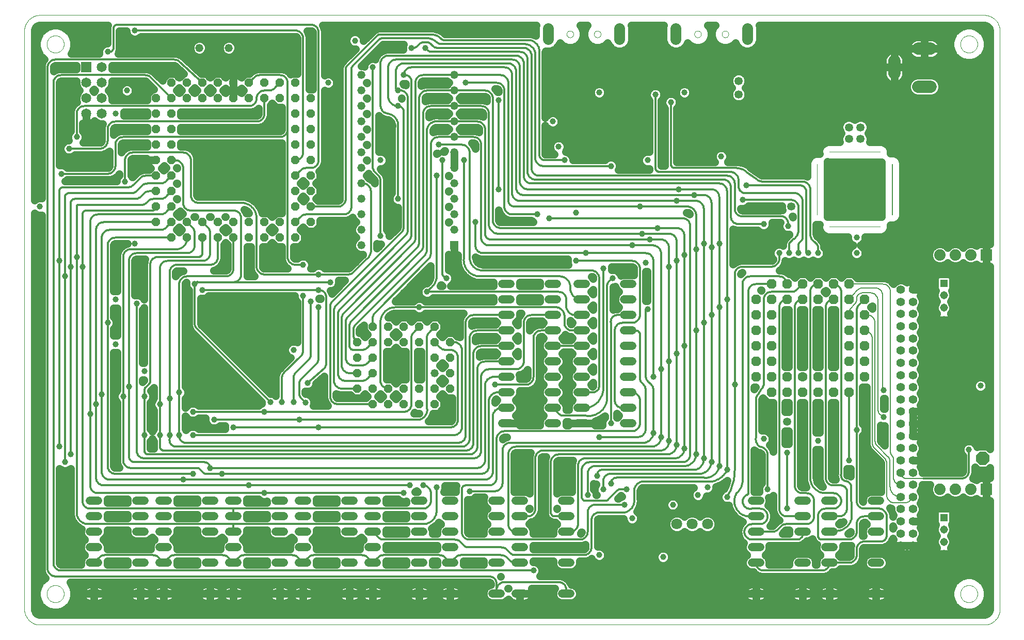
<source format=gbl>
G75*
%MOIN*%
%OFA0B0*%
%FSLAX24Y24*%
%IPPOS*%
%LPD*%
%AMOC8*
5,1,8,0,0,1.08239X$1,22.5*
%
%ADD10C,0.0000*%
%ADD11OC8,0.0520*%
%ADD12C,0.0520*%
%ADD13R,0.0520X0.0520*%
%ADD14C,0.0520*%
%ADD15C,0.0800*%
%ADD16R,0.0515X0.0515*%
%ADD17C,0.0515*%
%ADD18C,0.0709*%
%ADD19C,0.0630*%
%ADD20OC8,0.0630*%
%ADD21C,0.0700*%
%ADD22R,0.0740X0.0740*%
%ADD23C,0.0740*%
%ADD24C,0.0554*%
%ADD25OC8,0.0850*%
%ADD26C,0.0080*%
%ADD27R,0.0650X0.0650*%
%ADD28C,0.0650*%
%ADD29C,0.0500*%
%ADD30C,0.0396*%
%ADD31C,0.0357*%
%ADD32C,0.0531*%
%ADD33C,0.0120*%
D10*
X000350Y001350D02*
X000350Y038720D01*
X000352Y038780D01*
X000357Y038841D01*
X000366Y038900D01*
X000379Y038959D01*
X000395Y039018D01*
X000415Y039075D01*
X000438Y039130D01*
X000465Y039185D01*
X000494Y039237D01*
X000527Y039288D01*
X000563Y039337D01*
X000601Y039383D01*
X000643Y039427D01*
X000687Y039469D01*
X000733Y039507D01*
X000782Y039543D01*
X000833Y039576D01*
X000885Y039605D01*
X000940Y039632D01*
X000995Y039655D01*
X001052Y039675D01*
X001111Y039691D01*
X001170Y039704D01*
X001229Y039713D01*
X001290Y039718D01*
X001350Y039720D01*
X062342Y039720D01*
X062402Y039718D01*
X062463Y039713D01*
X062522Y039704D01*
X062581Y039691D01*
X062640Y039675D01*
X062697Y039655D01*
X062752Y039632D01*
X062807Y039605D01*
X062859Y039576D01*
X062910Y039543D01*
X062959Y039507D01*
X063005Y039469D01*
X063049Y039427D01*
X063091Y039383D01*
X063129Y039337D01*
X063165Y039288D01*
X063198Y039237D01*
X063227Y039185D01*
X063254Y039130D01*
X063277Y039075D01*
X063297Y039018D01*
X063313Y038959D01*
X063326Y038900D01*
X063335Y038841D01*
X063340Y038780D01*
X063342Y038720D01*
X063342Y001350D01*
X063340Y001290D01*
X063335Y001229D01*
X063326Y001170D01*
X063313Y001111D01*
X063297Y001052D01*
X063277Y000995D01*
X063254Y000940D01*
X063227Y000885D01*
X063198Y000833D01*
X063165Y000782D01*
X063129Y000733D01*
X063091Y000687D01*
X063049Y000643D01*
X063005Y000601D01*
X062959Y000563D01*
X062910Y000527D01*
X062859Y000494D01*
X062807Y000465D01*
X062752Y000438D01*
X062697Y000415D01*
X062640Y000395D01*
X062581Y000379D01*
X062522Y000366D01*
X062463Y000357D01*
X062402Y000352D01*
X062342Y000350D01*
X001350Y000350D01*
X001290Y000352D01*
X001229Y000357D01*
X001170Y000366D01*
X001111Y000379D01*
X001052Y000395D01*
X000995Y000415D01*
X000940Y000438D01*
X000885Y000465D01*
X000833Y000494D01*
X000782Y000527D01*
X000733Y000563D01*
X000687Y000601D01*
X000643Y000643D01*
X000601Y000687D01*
X000563Y000733D01*
X000527Y000782D01*
X000494Y000833D01*
X000465Y000885D01*
X000438Y000940D01*
X000415Y000995D01*
X000395Y001052D01*
X000379Y001111D01*
X000366Y001170D01*
X000357Y001229D01*
X000352Y001290D01*
X000350Y001350D01*
X001799Y002350D02*
X001801Y002397D01*
X001807Y002443D01*
X001817Y002489D01*
X001830Y002534D01*
X001848Y002577D01*
X001869Y002619D01*
X001893Y002659D01*
X001921Y002696D01*
X001952Y002731D01*
X001986Y002764D01*
X002022Y002793D01*
X002061Y002819D01*
X002102Y002842D01*
X002145Y002861D01*
X002189Y002877D01*
X002234Y002889D01*
X002280Y002897D01*
X002327Y002901D01*
X002373Y002901D01*
X002420Y002897D01*
X002466Y002889D01*
X002511Y002877D01*
X002555Y002861D01*
X002598Y002842D01*
X002639Y002819D01*
X002678Y002793D01*
X002714Y002764D01*
X002748Y002731D01*
X002779Y002696D01*
X002807Y002659D01*
X002831Y002619D01*
X002852Y002577D01*
X002870Y002534D01*
X002883Y002489D01*
X002893Y002443D01*
X002899Y002397D01*
X002901Y002350D01*
X002899Y002303D01*
X002893Y002257D01*
X002883Y002211D01*
X002870Y002166D01*
X002852Y002123D01*
X002831Y002081D01*
X002807Y002041D01*
X002779Y002004D01*
X002748Y001969D01*
X002714Y001936D01*
X002678Y001907D01*
X002639Y001881D01*
X002598Y001858D01*
X002555Y001839D01*
X002511Y001823D01*
X002466Y001811D01*
X002420Y001803D01*
X002373Y001799D01*
X002327Y001799D01*
X002280Y001803D01*
X002234Y001811D01*
X002189Y001823D01*
X002145Y001839D01*
X002102Y001858D01*
X002061Y001881D01*
X002022Y001907D01*
X001986Y001936D01*
X001952Y001969D01*
X001921Y002004D01*
X001893Y002041D01*
X001869Y002081D01*
X001848Y002123D01*
X001830Y002166D01*
X001817Y002211D01*
X001807Y002257D01*
X001801Y002303D01*
X001799Y002350D01*
X001799Y037850D02*
X001801Y037897D01*
X001807Y037943D01*
X001817Y037989D01*
X001830Y038034D01*
X001848Y038077D01*
X001869Y038119D01*
X001893Y038159D01*
X001921Y038196D01*
X001952Y038231D01*
X001986Y038264D01*
X002022Y038293D01*
X002061Y038319D01*
X002102Y038342D01*
X002145Y038361D01*
X002189Y038377D01*
X002234Y038389D01*
X002280Y038397D01*
X002327Y038401D01*
X002373Y038401D01*
X002420Y038397D01*
X002466Y038389D01*
X002511Y038377D01*
X002555Y038361D01*
X002598Y038342D01*
X002639Y038319D01*
X002678Y038293D01*
X002714Y038264D01*
X002748Y038231D01*
X002779Y038196D01*
X002807Y038159D01*
X002831Y038119D01*
X002852Y038077D01*
X002870Y038034D01*
X002883Y037989D01*
X002893Y037943D01*
X002899Y037897D01*
X002901Y037850D01*
X002899Y037803D01*
X002893Y037757D01*
X002883Y037711D01*
X002870Y037666D01*
X002852Y037623D01*
X002831Y037581D01*
X002807Y037541D01*
X002779Y037504D01*
X002748Y037469D01*
X002714Y037436D01*
X002678Y037407D01*
X002639Y037381D01*
X002598Y037358D01*
X002555Y037339D01*
X002511Y037323D01*
X002466Y037311D01*
X002420Y037303D01*
X002373Y037299D01*
X002327Y037299D01*
X002280Y037303D01*
X002234Y037311D01*
X002189Y037323D01*
X002145Y037339D01*
X002102Y037358D01*
X002061Y037381D01*
X002022Y037407D01*
X001986Y037436D01*
X001952Y037469D01*
X001921Y037504D01*
X001893Y037541D01*
X001869Y037581D01*
X001848Y037623D01*
X001830Y037666D01*
X001817Y037711D01*
X001807Y037757D01*
X001801Y037803D01*
X001799Y037850D01*
X034015Y038209D02*
X034017Y038234D01*
X034023Y038258D01*
X034032Y038280D01*
X034045Y038301D01*
X034061Y038320D01*
X034080Y038336D01*
X034101Y038349D01*
X034123Y038358D01*
X034147Y038364D01*
X034172Y038366D01*
X034197Y038364D01*
X034221Y038358D01*
X034243Y038349D01*
X034264Y038336D01*
X034283Y038320D01*
X034299Y038301D01*
X034312Y038280D01*
X034321Y038258D01*
X034327Y038234D01*
X034329Y038209D01*
X034327Y038184D01*
X034321Y038160D01*
X034312Y038138D01*
X034299Y038117D01*
X034283Y038098D01*
X034264Y038082D01*
X034243Y038069D01*
X034221Y038060D01*
X034197Y038054D01*
X034172Y038052D01*
X034147Y038054D01*
X034123Y038060D01*
X034101Y038069D01*
X034080Y038082D01*
X034061Y038098D01*
X034045Y038117D01*
X034032Y038138D01*
X034023Y038160D01*
X034017Y038184D01*
X034015Y038209D01*
X034015Y038367D02*
X034017Y038392D01*
X034023Y038416D01*
X034032Y038438D01*
X034045Y038459D01*
X034061Y038478D01*
X034080Y038494D01*
X034101Y038507D01*
X034123Y038516D01*
X034147Y038522D01*
X034172Y038524D01*
X034197Y038522D01*
X034221Y038516D01*
X034243Y038507D01*
X034264Y038494D01*
X034283Y038478D01*
X034299Y038459D01*
X034312Y038438D01*
X034321Y038416D01*
X034327Y038392D01*
X034329Y038367D01*
X034327Y038342D01*
X034321Y038318D01*
X034312Y038296D01*
X034299Y038275D01*
X034283Y038256D01*
X034264Y038240D01*
X034243Y038227D01*
X034221Y038218D01*
X034197Y038212D01*
X034172Y038210D01*
X034147Y038212D01*
X034123Y038218D01*
X034101Y038227D01*
X034080Y038240D01*
X034061Y038256D01*
X034045Y038275D01*
X034032Y038296D01*
X034023Y038318D01*
X034017Y038342D01*
X034015Y038367D01*
X034015Y038682D02*
X034017Y038707D01*
X034023Y038731D01*
X034032Y038753D01*
X034045Y038774D01*
X034061Y038793D01*
X034080Y038809D01*
X034101Y038822D01*
X034123Y038831D01*
X034147Y038837D01*
X034172Y038839D01*
X034197Y038837D01*
X034221Y038831D01*
X034243Y038822D01*
X034264Y038809D01*
X034283Y038793D01*
X034299Y038774D01*
X034312Y038753D01*
X034321Y038731D01*
X034327Y038707D01*
X034329Y038682D01*
X034327Y038657D01*
X034321Y038633D01*
X034312Y038611D01*
X034299Y038590D01*
X034283Y038571D01*
X034264Y038555D01*
X034243Y038542D01*
X034221Y038533D01*
X034197Y038527D01*
X034172Y038525D01*
X034147Y038527D01*
X034123Y038533D01*
X034101Y038542D01*
X034080Y038555D01*
X034061Y038571D01*
X034045Y038590D01*
X034032Y038611D01*
X034023Y038633D01*
X034017Y038657D01*
X034015Y038682D01*
X034015Y038839D02*
X034017Y038864D01*
X034023Y038888D01*
X034032Y038910D01*
X034045Y038931D01*
X034061Y038950D01*
X034080Y038966D01*
X034101Y038979D01*
X034123Y038988D01*
X034147Y038994D01*
X034172Y038996D01*
X034197Y038994D01*
X034221Y038988D01*
X034243Y038979D01*
X034264Y038966D01*
X034283Y038950D01*
X034299Y038931D01*
X034312Y038910D01*
X034321Y038888D01*
X034327Y038864D01*
X034329Y038839D01*
X034327Y038814D01*
X034321Y038790D01*
X034312Y038768D01*
X034299Y038747D01*
X034283Y038728D01*
X034264Y038712D01*
X034243Y038699D01*
X034221Y038690D01*
X034197Y038684D01*
X034172Y038682D01*
X034147Y038684D01*
X034123Y038690D01*
X034101Y038699D01*
X034080Y038712D01*
X034061Y038728D01*
X034045Y038747D01*
X034032Y038768D01*
X034023Y038790D01*
X034017Y038814D01*
X034015Y038839D01*
X035372Y038497D02*
X035374Y038526D01*
X035380Y038554D01*
X035389Y038582D01*
X035402Y038608D01*
X035419Y038631D01*
X035438Y038653D01*
X035460Y038672D01*
X035485Y038687D01*
X035511Y038700D01*
X035539Y038708D01*
X035567Y038713D01*
X035596Y038714D01*
X035625Y038711D01*
X035653Y038704D01*
X035680Y038694D01*
X035706Y038680D01*
X035729Y038663D01*
X035750Y038643D01*
X035768Y038620D01*
X035783Y038595D01*
X035794Y038568D01*
X035802Y038540D01*
X035806Y038511D01*
X035806Y038483D01*
X035802Y038454D01*
X035794Y038426D01*
X035783Y038399D01*
X035768Y038374D01*
X035750Y038351D01*
X035729Y038331D01*
X035706Y038314D01*
X035680Y038300D01*
X035653Y038290D01*
X035625Y038283D01*
X035596Y038280D01*
X035567Y038281D01*
X035539Y038286D01*
X035511Y038294D01*
X035485Y038307D01*
X035460Y038322D01*
X035438Y038341D01*
X035419Y038363D01*
X035402Y038386D01*
X035389Y038412D01*
X035380Y038440D01*
X035374Y038468D01*
X035372Y038497D01*
X037144Y038497D02*
X037146Y038526D01*
X037152Y038554D01*
X037161Y038582D01*
X037174Y038608D01*
X037191Y038631D01*
X037210Y038653D01*
X037232Y038672D01*
X037257Y038687D01*
X037283Y038700D01*
X037311Y038708D01*
X037339Y038713D01*
X037368Y038714D01*
X037397Y038711D01*
X037425Y038704D01*
X037452Y038694D01*
X037478Y038680D01*
X037501Y038663D01*
X037522Y038643D01*
X037540Y038620D01*
X037555Y038595D01*
X037566Y038568D01*
X037574Y038540D01*
X037578Y038511D01*
X037578Y038483D01*
X037574Y038454D01*
X037566Y038426D01*
X037555Y038399D01*
X037540Y038374D01*
X037522Y038351D01*
X037501Y038331D01*
X037478Y038314D01*
X037452Y038300D01*
X037425Y038290D01*
X037397Y038283D01*
X037368Y038280D01*
X037339Y038281D01*
X037311Y038286D01*
X037283Y038294D01*
X037257Y038307D01*
X037232Y038322D01*
X037210Y038341D01*
X037191Y038363D01*
X037174Y038386D01*
X037161Y038412D01*
X037152Y038440D01*
X037146Y038468D01*
X037144Y038497D01*
X038621Y038367D02*
X038623Y038392D01*
X038629Y038416D01*
X038638Y038438D01*
X038651Y038459D01*
X038667Y038478D01*
X038686Y038494D01*
X038707Y038507D01*
X038729Y038516D01*
X038753Y038522D01*
X038778Y038524D01*
X038803Y038522D01*
X038827Y038516D01*
X038849Y038507D01*
X038870Y038494D01*
X038889Y038478D01*
X038905Y038459D01*
X038918Y038438D01*
X038927Y038416D01*
X038933Y038392D01*
X038935Y038367D01*
X038933Y038342D01*
X038927Y038318D01*
X038918Y038296D01*
X038905Y038275D01*
X038889Y038256D01*
X038870Y038240D01*
X038849Y038227D01*
X038827Y038218D01*
X038803Y038212D01*
X038778Y038210D01*
X038753Y038212D01*
X038729Y038218D01*
X038707Y038227D01*
X038686Y038240D01*
X038667Y038256D01*
X038651Y038275D01*
X038638Y038296D01*
X038629Y038318D01*
X038623Y038342D01*
X038621Y038367D01*
X038621Y038209D02*
X038623Y038234D01*
X038629Y038258D01*
X038638Y038280D01*
X038651Y038301D01*
X038667Y038320D01*
X038686Y038336D01*
X038707Y038349D01*
X038729Y038358D01*
X038753Y038364D01*
X038778Y038366D01*
X038803Y038364D01*
X038827Y038358D01*
X038849Y038349D01*
X038870Y038336D01*
X038889Y038320D01*
X038905Y038301D01*
X038918Y038280D01*
X038927Y038258D01*
X038933Y038234D01*
X038935Y038209D01*
X038933Y038184D01*
X038927Y038160D01*
X038918Y038138D01*
X038905Y038117D01*
X038889Y038098D01*
X038870Y038082D01*
X038849Y038069D01*
X038827Y038060D01*
X038803Y038054D01*
X038778Y038052D01*
X038753Y038054D01*
X038729Y038060D01*
X038707Y038069D01*
X038686Y038082D01*
X038667Y038098D01*
X038651Y038117D01*
X038638Y038138D01*
X038629Y038160D01*
X038623Y038184D01*
X038621Y038209D01*
X038621Y038682D02*
X038623Y038707D01*
X038629Y038731D01*
X038638Y038753D01*
X038651Y038774D01*
X038667Y038793D01*
X038686Y038809D01*
X038707Y038822D01*
X038729Y038831D01*
X038753Y038837D01*
X038778Y038839D01*
X038803Y038837D01*
X038827Y038831D01*
X038849Y038822D01*
X038870Y038809D01*
X038889Y038793D01*
X038905Y038774D01*
X038918Y038753D01*
X038927Y038731D01*
X038933Y038707D01*
X038935Y038682D01*
X038933Y038657D01*
X038927Y038633D01*
X038918Y038611D01*
X038905Y038590D01*
X038889Y038571D01*
X038870Y038555D01*
X038849Y038542D01*
X038827Y038533D01*
X038803Y038527D01*
X038778Y038525D01*
X038753Y038527D01*
X038729Y038533D01*
X038707Y038542D01*
X038686Y038555D01*
X038667Y038571D01*
X038651Y038590D01*
X038638Y038611D01*
X038629Y038633D01*
X038623Y038657D01*
X038621Y038682D01*
X038621Y038839D02*
X038623Y038864D01*
X038629Y038888D01*
X038638Y038910D01*
X038651Y038931D01*
X038667Y038950D01*
X038686Y038966D01*
X038707Y038979D01*
X038729Y038988D01*
X038753Y038994D01*
X038778Y038996D01*
X038803Y038994D01*
X038827Y038988D01*
X038849Y038979D01*
X038870Y038966D01*
X038889Y038950D01*
X038905Y038931D01*
X038918Y038910D01*
X038927Y038888D01*
X038933Y038864D01*
X038935Y038839D01*
X038933Y038814D01*
X038927Y038790D01*
X038918Y038768D01*
X038905Y038747D01*
X038889Y038728D01*
X038870Y038712D01*
X038849Y038699D01*
X038827Y038690D01*
X038803Y038684D01*
X038778Y038682D01*
X038753Y038684D01*
X038729Y038690D01*
X038707Y038699D01*
X038686Y038712D01*
X038667Y038728D01*
X038651Y038747D01*
X038638Y038768D01*
X038629Y038790D01*
X038623Y038814D01*
X038621Y038839D01*
X042265Y038839D02*
X042267Y038864D01*
X042273Y038888D01*
X042282Y038910D01*
X042295Y038931D01*
X042311Y038950D01*
X042330Y038966D01*
X042351Y038979D01*
X042373Y038988D01*
X042397Y038994D01*
X042422Y038996D01*
X042447Y038994D01*
X042471Y038988D01*
X042493Y038979D01*
X042514Y038966D01*
X042533Y038950D01*
X042549Y038931D01*
X042562Y038910D01*
X042571Y038888D01*
X042577Y038864D01*
X042579Y038839D01*
X042577Y038814D01*
X042571Y038790D01*
X042562Y038768D01*
X042549Y038747D01*
X042533Y038728D01*
X042514Y038712D01*
X042493Y038699D01*
X042471Y038690D01*
X042447Y038684D01*
X042422Y038682D01*
X042397Y038684D01*
X042373Y038690D01*
X042351Y038699D01*
X042330Y038712D01*
X042311Y038728D01*
X042295Y038747D01*
X042282Y038768D01*
X042273Y038790D01*
X042267Y038814D01*
X042265Y038839D01*
X042265Y038682D02*
X042267Y038707D01*
X042273Y038731D01*
X042282Y038753D01*
X042295Y038774D01*
X042311Y038793D01*
X042330Y038809D01*
X042351Y038822D01*
X042373Y038831D01*
X042397Y038837D01*
X042422Y038839D01*
X042447Y038837D01*
X042471Y038831D01*
X042493Y038822D01*
X042514Y038809D01*
X042533Y038793D01*
X042549Y038774D01*
X042562Y038753D01*
X042571Y038731D01*
X042577Y038707D01*
X042579Y038682D01*
X042577Y038657D01*
X042571Y038633D01*
X042562Y038611D01*
X042549Y038590D01*
X042533Y038571D01*
X042514Y038555D01*
X042493Y038542D01*
X042471Y038533D01*
X042447Y038527D01*
X042422Y038525D01*
X042397Y038527D01*
X042373Y038533D01*
X042351Y038542D01*
X042330Y038555D01*
X042311Y038571D01*
X042295Y038590D01*
X042282Y038611D01*
X042273Y038633D01*
X042267Y038657D01*
X042265Y038682D01*
X042265Y038367D02*
X042267Y038392D01*
X042273Y038416D01*
X042282Y038438D01*
X042295Y038459D01*
X042311Y038478D01*
X042330Y038494D01*
X042351Y038507D01*
X042373Y038516D01*
X042397Y038522D01*
X042422Y038524D01*
X042447Y038522D01*
X042471Y038516D01*
X042493Y038507D01*
X042514Y038494D01*
X042533Y038478D01*
X042549Y038459D01*
X042562Y038438D01*
X042571Y038416D01*
X042577Y038392D01*
X042579Y038367D01*
X042577Y038342D01*
X042571Y038318D01*
X042562Y038296D01*
X042549Y038275D01*
X042533Y038256D01*
X042514Y038240D01*
X042493Y038227D01*
X042471Y038218D01*
X042447Y038212D01*
X042422Y038210D01*
X042397Y038212D01*
X042373Y038218D01*
X042351Y038227D01*
X042330Y038240D01*
X042311Y038256D01*
X042295Y038275D01*
X042282Y038296D01*
X042273Y038318D01*
X042267Y038342D01*
X042265Y038367D01*
X042265Y038209D02*
X042267Y038234D01*
X042273Y038258D01*
X042282Y038280D01*
X042295Y038301D01*
X042311Y038320D01*
X042330Y038336D01*
X042351Y038349D01*
X042373Y038358D01*
X042397Y038364D01*
X042422Y038366D01*
X042447Y038364D01*
X042471Y038358D01*
X042493Y038349D01*
X042514Y038336D01*
X042533Y038320D01*
X042549Y038301D01*
X042562Y038280D01*
X042571Y038258D01*
X042577Y038234D01*
X042579Y038209D01*
X042577Y038184D01*
X042571Y038160D01*
X042562Y038138D01*
X042549Y038117D01*
X042533Y038098D01*
X042514Y038082D01*
X042493Y038069D01*
X042471Y038060D01*
X042447Y038054D01*
X042422Y038052D01*
X042397Y038054D01*
X042373Y038060D01*
X042351Y038069D01*
X042330Y038082D01*
X042311Y038098D01*
X042295Y038117D01*
X042282Y038138D01*
X042273Y038160D01*
X042267Y038184D01*
X042265Y038209D01*
X043622Y038497D02*
X043624Y038526D01*
X043630Y038554D01*
X043639Y038582D01*
X043652Y038608D01*
X043669Y038631D01*
X043688Y038653D01*
X043710Y038672D01*
X043735Y038687D01*
X043761Y038700D01*
X043789Y038708D01*
X043817Y038713D01*
X043846Y038714D01*
X043875Y038711D01*
X043903Y038704D01*
X043930Y038694D01*
X043956Y038680D01*
X043979Y038663D01*
X044000Y038643D01*
X044018Y038620D01*
X044033Y038595D01*
X044044Y038568D01*
X044052Y038540D01*
X044056Y038511D01*
X044056Y038483D01*
X044052Y038454D01*
X044044Y038426D01*
X044033Y038399D01*
X044018Y038374D01*
X044000Y038351D01*
X043979Y038331D01*
X043956Y038314D01*
X043930Y038300D01*
X043903Y038290D01*
X043875Y038283D01*
X043846Y038280D01*
X043817Y038281D01*
X043789Y038286D01*
X043761Y038294D01*
X043735Y038307D01*
X043710Y038322D01*
X043688Y038341D01*
X043669Y038363D01*
X043652Y038386D01*
X043639Y038412D01*
X043630Y038440D01*
X043624Y038468D01*
X043622Y038497D01*
X045394Y038497D02*
X045396Y038526D01*
X045402Y038554D01*
X045411Y038582D01*
X045424Y038608D01*
X045441Y038631D01*
X045460Y038653D01*
X045482Y038672D01*
X045507Y038687D01*
X045533Y038700D01*
X045561Y038708D01*
X045589Y038713D01*
X045618Y038714D01*
X045647Y038711D01*
X045675Y038704D01*
X045702Y038694D01*
X045728Y038680D01*
X045751Y038663D01*
X045772Y038643D01*
X045790Y038620D01*
X045805Y038595D01*
X045816Y038568D01*
X045824Y038540D01*
X045828Y038511D01*
X045828Y038483D01*
X045824Y038454D01*
X045816Y038426D01*
X045805Y038399D01*
X045790Y038374D01*
X045772Y038351D01*
X045751Y038331D01*
X045728Y038314D01*
X045702Y038300D01*
X045675Y038290D01*
X045647Y038283D01*
X045618Y038280D01*
X045589Y038281D01*
X045561Y038286D01*
X045533Y038294D01*
X045507Y038307D01*
X045482Y038322D01*
X045460Y038341D01*
X045441Y038363D01*
X045424Y038386D01*
X045411Y038412D01*
X045402Y038440D01*
X045396Y038468D01*
X045394Y038497D01*
X046871Y038367D02*
X046873Y038392D01*
X046879Y038416D01*
X046888Y038438D01*
X046901Y038459D01*
X046917Y038478D01*
X046936Y038494D01*
X046957Y038507D01*
X046979Y038516D01*
X047003Y038522D01*
X047028Y038524D01*
X047053Y038522D01*
X047077Y038516D01*
X047099Y038507D01*
X047120Y038494D01*
X047139Y038478D01*
X047155Y038459D01*
X047168Y038438D01*
X047177Y038416D01*
X047183Y038392D01*
X047185Y038367D01*
X047183Y038342D01*
X047177Y038318D01*
X047168Y038296D01*
X047155Y038275D01*
X047139Y038256D01*
X047120Y038240D01*
X047099Y038227D01*
X047077Y038218D01*
X047053Y038212D01*
X047028Y038210D01*
X047003Y038212D01*
X046979Y038218D01*
X046957Y038227D01*
X046936Y038240D01*
X046917Y038256D01*
X046901Y038275D01*
X046888Y038296D01*
X046879Y038318D01*
X046873Y038342D01*
X046871Y038367D01*
X046871Y038209D02*
X046873Y038234D01*
X046879Y038258D01*
X046888Y038280D01*
X046901Y038301D01*
X046917Y038320D01*
X046936Y038336D01*
X046957Y038349D01*
X046979Y038358D01*
X047003Y038364D01*
X047028Y038366D01*
X047053Y038364D01*
X047077Y038358D01*
X047099Y038349D01*
X047120Y038336D01*
X047139Y038320D01*
X047155Y038301D01*
X047168Y038280D01*
X047177Y038258D01*
X047183Y038234D01*
X047185Y038209D01*
X047183Y038184D01*
X047177Y038160D01*
X047168Y038138D01*
X047155Y038117D01*
X047139Y038098D01*
X047120Y038082D01*
X047099Y038069D01*
X047077Y038060D01*
X047053Y038054D01*
X047028Y038052D01*
X047003Y038054D01*
X046979Y038060D01*
X046957Y038069D01*
X046936Y038082D01*
X046917Y038098D01*
X046901Y038117D01*
X046888Y038138D01*
X046879Y038160D01*
X046873Y038184D01*
X046871Y038209D01*
X046871Y038682D02*
X046873Y038707D01*
X046879Y038731D01*
X046888Y038753D01*
X046901Y038774D01*
X046917Y038793D01*
X046936Y038809D01*
X046957Y038822D01*
X046979Y038831D01*
X047003Y038837D01*
X047028Y038839D01*
X047053Y038837D01*
X047077Y038831D01*
X047099Y038822D01*
X047120Y038809D01*
X047139Y038793D01*
X047155Y038774D01*
X047168Y038753D01*
X047177Y038731D01*
X047183Y038707D01*
X047185Y038682D01*
X047183Y038657D01*
X047177Y038633D01*
X047168Y038611D01*
X047155Y038590D01*
X047139Y038571D01*
X047120Y038555D01*
X047099Y038542D01*
X047077Y038533D01*
X047053Y038527D01*
X047028Y038525D01*
X047003Y038527D01*
X046979Y038533D01*
X046957Y038542D01*
X046936Y038555D01*
X046917Y038571D01*
X046901Y038590D01*
X046888Y038611D01*
X046879Y038633D01*
X046873Y038657D01*
X046871Y038682D01*
X046871Y038839D02*
X046873Y038864D01*
X046879Y038888D01*
X046888Y038910D01*
X046901Y038931D01*
X046917Y038950D01*
X046936Y038966D01*
X046957Y038979D01*
X046979Y038988D01*
X047003Y038994D01*
X047028Y038996D01*
X047053Y038994D01*
X047077Y038988D01*
X047099Y038979D01*
X047120Y038966D01*
X047139Y038950D01*
X047155Y038931D01*
X047168Y038910D01*
X047177Y038888D01*
X047183Y038864D01*
X047185Y038839D01*
X047183Y038814D01*
X047177Y038790D01*
X047168Y038768D01*
X047155Y038747D01*
X047139Y038728D01*
X047120Y038712D01*
X047099Y038699D01*
X047077Y038690D01*
X047053Y038684D01*
X047028Y038682D01*
X047003Y038684D01*
X046979Y038690D01*
X046957Y038699D01*
X046936Y038712D01*
X046917Y038728D01*
X046901Y038747D01*
X046888Y038768D01*
X046879Y038790D01*
X046873Y038814D01*
X046871Y038839D01*
X052341Y030896D02*
X055609Y030896D01*
X051554Y030109D02*
X051554Y026841D01*
X052341Y026054D02*
X055609Y026054D01*
X060799Y037850D02*
X060801Y037897D01*
X060807Y037943D01*
X060817Y037989D01*
X060830Y038034D01*
X060848Y038077D01*
X060869Y038119D01*
X060893Y038159D01*
X060921Y038196D01*
X060952Y038231D01*
X060986Y038264D01*
X061022Y038293D01*
X061061Y038319D01*
X061102Y038342D01*
X061145Y038361D01*
X061189Y038377D01*
X061234Y038389D01*
X061280Y038397D01*
X061327Y038401D01*
X061373Y038401D01*
X061420Y038397D01*
X061466Y038389D01*
X061511Y038377D01*
X061555Y038361D01*
X061598Y038342D01*
X061639Y038319D01*
X061678Y038293D01*
X061714Y038264D01*
X061748Y038231D01*
X061779Y038196D01*
X061807Y038159D01*
X061831Y038119D01*
X061852Y038077D01*
X061870Y038034D01*
X061883Y037989D01*
X061893Y037943D01*
X061899Y037897D01*
X061901Y037850D01*
X061899Y037803D01*
X061893Y037757D01*
X061883Y037711D01*
X061870Y037666D01*
X061852Y037623D01*
X061831Y037581D01*
X061807Y037541D01*
X061779Y037504D01*
X061748Y037469D01*
X061714Y037436D01*
X061678Y037407D01*
X061639Y037381D01*
X061598Y037358D01*
X061555Y037339D01*
X061511Y037323D01*
X061466Y037311D01*
X061420Y037303D01*
X061373Y037299D01*
X061327Y037299D01*
X061280Y037303D01*
X061234Y037311D01*
X061189Y037323D01*
X061145Y037339D01*
X061102Y037358D01*
X061061Y037381D01*
X061022Y037407D01*
X060986Y037436D01*
X060952Y037469D01*
X060921Y037504D01*
X060893Y037541D01*
X060869Y037581D01*
X060848Y037623D01*
X060830Y037666D01*
X060817Y037711D01*
X060807Y037757D01*
X060801Y037803D01*
X060799Y037850D01*
X060799Y002350D02*
X060801Y002397D01*
X060807Y002443D01*
X060817Y002489D01*
X060830Y002534D01*
X060848Y002577D01*
X060869Y002619D01*
X060893Y002659D01*
X060921Y002696D01*
X060952Y002731D01*
X060986Y002764D01*
X061022Y002793D01*
X061061Y002819D01*
X061102Y002842D01*
X061145Y002861D01*
X061189Y002877D01*
X061234Y002889D01*
X061280Y002897D01*
X061327Y002901D01*
X061373Y002901D01*
X061420Y002897D01*
X061466Y002889D01*
X061511Y002877D01*
X061555Y002861D01*
X061598Y002842D01*
X061639Y002819D01*
X061678Y002793D01*
X061714Y002764D01*
X061748Y002731D01*
X061779Y002696D01*
X061807Y002659D01*
X061831Y002619D01*
X061852Y002577D01*
X061870Y002534D01*
X061883Y002489D01*
X061893Y002443D01*
X061899Y002397D01*
X061901Y002350D01*
X061899Y002303D01*
X061893Y002257D01*
X061883Y002211D01*
X061870Y002166D01*
X061852Y002123D01*
X061831Y002081D01*
X061807Y002041D01*
X061779Y002004D01*
X061748Y001969D01*
X061714Y001936D01*
X061678Y001907D01*
X061639Y001881D01*
X061598Y001858D01*
X061555Y001839D01*
X061511Y001823D01*
X061466Y001811D01*
X061420Y001803D01*
X061373Y001799D01*
X061327Y001799D01*
X061280Y001803D01*
X061234Y001811D01*
X061189Y001823D01*
X061145Y001839D01*
X061102Y001858D01*
X061061Y001881D01*
X061022Y001907D01*
X060986Y001936D01*
X060952Y001969D01*
X060921Y002004D01*
X060893Y002041D01*
X060869Y002081D01*
X060848Y002123D01*
X060830Y002166D01*
X060817Y002211D01*
X060807Y002257D01*
X060801Y002303D01*
X060799Y002350D01*
D11*
X027850Y015600D03*
X026850Y015600D03*
X026850Y014600D03*
X025850Y014600D03*
X024850Y014600D03*
X024850Y015600D03*
X025850Y015600D03*
X023850Y015600D03*
X023850Y014600D03*
X022850Y014600D03*
X022850Y015600D03*
X021850Y015600D03*
X021850Y016600D03*
X022850Y016600D03*
X022850Y017600D03*
X021850Y017600D03*
X021850Y018600D03*
X022850Y018600D03*
X022850Y019600D03*
X023850Y019600D03*
X023850Y018600D03*
X024850Y018600D03*
X025850Y018600D03*
X025850Y019600D03*
X024850Y019600D03*
X026850Y019600D03*
X026850Y018600D03*
X027850Y018600D03*
X027850Y017600D03*
X026850Y017600D03*
X027850Y016600D03*
X017850Y025350D03*
X017850Y026350D03*
X018850Y026350D03*
X018850Y027350D03*
X017850Y027350D03*
X016850Y026350D03*
X016850Y025350D03*
X015850Y025350D03*
X014850Y025350D03*
X014850Y026350D03*
X015850Y026350D03*
X013850Y026350D03*
X012850Y026350D03*
X012850Y025350D03*
X013850Y025350D03*
X011850Y025350D03*
X010850Y025350D03*
X010850Y026350D03*
X011850Y026350D03*
X009850Y026350D03*
X009850Y025350D03*
X008850Y026350D03*
X008850Y027350D03*
X009850Y027350D03*
X009850Y028350D03*
X009850Y029350D03*
X009850Y030350D03*
X009850Y031350D03*
X009850Y032350D03*
X008850Y032350D03*
X008850Y031350D03*
X008850Y030350D03*
X008850Y029350D03*
X008850Y028350D03*
X008850Y033350D03*
X008850Y034350D03*
X009850Y034350D03*
X009850Y033350D03*
X010850Y034350D03*
X011850Y034350D03*
X011850Y035350D03*
X010850Y035350D03*
X009850Y035350D03*
X012850Y035350D03*
X013850Y035350D03*
X013850Y034350D03*
X012850Y034350D03*
X014850Y034350D03*
X015850Y034350D03*
X015850Y035350D03*
X014850Y035350D03*
X016850Y035350D03*
X016850Y034350D03*
X017850Y034350D03*
X018850Y034350D03*
X018850Y033350D03*
X017850Y033350D03*
X017850Y032350D03*
X018850Y032350D03*
X018850Y031350D03*
X017850Y031350D03*
X017850Y030350D03*
X018850Y030350D03*
X018850Y029350D03*
X017850Y029350D03*
X017850Y028350D03*
X018850Y028350D03*
X017850Y035350D03*
D12*
X031215Y022350D02*
X031735Y022350D01*
X031735Y021350D02*
X031215Y021350D01*
X031215Y020350D02*
X031735Y020350D01*
X031735Y019350D02*
X031215Y019350D01*
X031215Y018350D02*
X031735Y018350D01*
X031735Y017350D02*
X031215Y017350D01*
X031215Y016350D02*
X031735Y016350D01*
X031735Y015350D02*
X031215Y015350D01*
X031215Y014350D02*
X031735Y014350D01*
X031735Y013350D02*
X031215Y013350D01*
X034215Y013350D02*
X034735Y013350D01*
X034735Y014350D02*
X034215Y014350D01*
X034215Y015350D02*
X034735Y015350D01*
X034735Y016350D02*
X034215Y016350D01*
X034215Y017350D02*
X034735Y017350D01*
X034735Y018350D02*
X034215Y018350D01*
X034215Y019350D02*
X034735Y019350D01*
X034735Y020350D02*
X034215Y020350D01*
X034215Y021350D02*
X034735Y021350D01*
X036090Y021350D02*
X036610Y021350D01*
X036610Y020350D02*
X036090Y020350D01*
X036090Y019350D02*
X036610Y019350D01*
X036610Y018350D02*
X036090Y018350D01*
X036090Y017350D02*
X036610Y017350D01*
X036610Y016350D02*
X036090Y016350D01*
X036090Y015350D02*
X036610Y015350D01*
X036610Y014350D02*
X036090Y014350D01*
X036090Y013350D02*
X036610Y013350D01*
X039090Y013350D02*
X039610Y013350D01*
X039610Y014350D02*
X039090Y014350D01*
X039090Y015350D02*
X039610Y015350D01*
X039610Y016350D02*
X039090Y016350D01*
X039090Y017350D02*
X039610Y017350D01*
X039610Y018350D02*
X039090Y018350D01*
X039090Y019350D02*
X039610Y019350D01*
X039610Y020350D02*
X039090Y020350D01*
X039090Y021350D02*
X039610Y021350D01*
X039610Y022350D02*
X039090Y022350D01*
X036610Y022350D02*
X036090Y022350D01*
X034735Y022350D02*
X034215Y022350D01*
X035090Y008350D02*
X035610Y008350D01*
X035610Y007350D02*
X035090Y007350D01*
X035090Y006350D02*
X035610Y006350D01*
X035610Y004350D02*
X035090Y004350D01*
X035090Y002350D02*
X035610Y002350D01*
X032610Y002350D02*
X032090Y002350D01*
X031110Y002350D02*
X030590Y002350D01*
X030590Y004350D02*
X031110Y004350D01*
X032090Y004350D02*
X032610Y004350D01*
X032610Y005350D02*
X032090Y005350D01*
X032090Y006350D02*
X032610Y006350D01*
X032610Y007350D02*
X032090Y007350D01*
X031110Y007350D02*
X030590Y007350D01*
X030590Y008350D02*
X031110Y008350D01*
X032090Y008350D02*
X032610Y008350D01*
X031110Y006350D02*
X030590Y006350D01*
X028110Y006350D02*
X027590Y006350D01*
X027590Y005350D02*
X028110Y005350D01*
X028110Y004350D02*
X027590Y004350D01*
X026110Y004350D02*
X025590Y004350D01*
X025590Y002350D02*
X026110Y002350D01*
X027590Y002350D02*
X028110Y002350D01*
X026110Y006350D02*
X025590Y006350D01*
X025590Y007350D02*
X026110Y007350D01*
X026110Y008350D02*
X025590Y008350D01*
X027590Y008350D02*
X028110Y008350D01*
X028110Y007350D02*
X027590Y007350D01*
X023110Y007350D02*
X022590Y007350D01*
X021610Y007350D02*
X021090Y007350D01*
X021090Y008350D02*
X021610Y008350D01*
X022590Y008350D02*
X023110Y008350D01*
X023110Y006350D02*
X022590Y006350D01*
X021610Y006350D02*
X021090Y006350D01*
X022590Y005350D02*
X023110Y005350D01*
X023110Y004350D02*
X022590Y004350D01*
X021610Y004350D02*
X021090Y004350D01*
X021090Y002350D02*
X021610Y002350D01*
X022590Y002350D02*
X023110Y002350D01*
X018610Y002350D02*
X018090Y002350D01*
X017110Y002350D02*
X016590Y002350D01*
X016590Y004350D02*
X017110Y004350D01*
X018090Y004350D02*
X018610Y004350D01*
X018610Y005350D02*
X018090Y005350D01*
X018090Y006350D02*
X018610Y006350D01*
X018610Y007350D02*
X018090Y007350D01*
X017110Y007350D02*
X016590Y007350D01*
X016590Y008350D02*
X017110Y008350D01*
X018090Y008350D02*
X018610Y008350D01*
X017110Y006350D02*
X016590Y006350D01*
X014110Y006350D02*
X013590Y006350D01*
X012610Y006350D02*
X012090Y006350D01*
X012090Y007350D02*
X012610Y007350D01*
X013590Y007350D02*
X014110Y007350D01*
X014110Y008350D02*
X013590Y008350D01*
X012610Y008350D02*
X012090Y008350D01*
X009610Y008350D02*
X009090Y008350D01*
X008110Y008350D02*
X007590Y008350D01*
X007590Y007350D02*
X008110Y007350D01*
X009090Y007350D02*
X009610Y007350D01*
X009610Y006350D02*
X009090Y006350D01*
X008110Y006350D02*
X007590Y006350D01*
X009090Y005350D02*
X009610Y005350D01*
X009610Y004350D02*
X009090Y004350D01*
X008110Y004350D02*
X007590Y004350D01*
X005110Y004350D02*
X004590Y004350D01*
X004590Y005350D02*
X005110Y005350D01*
X005110Y006350D02*
X004590Y006350D01*
X004590Y007350D02*
X005110Y007350D01*
X005110Y008350D02*
X004590Y008350D01*
X012090Y004350D02*
X012610Y004350D01*
X013590Y004350D02*
X014110Y004350D01*
X014110Y005350D02*
X013590Y005350D01*
X013590Y002350D02*
X014110Y002350D01*
X012610Y002350D02*
X012090Y002350D01*
X009610Y002350D02*
X009090Y002350D01*
X008110Y002350D02*
X007590Y002350D01*
X005110Y002350D02*
X004590Y002350D01*
X047340Y002350D02*
X047860Y002350D01*
X047860Y004350D02*
X047340Y004350D01*
X047340Y005350D02*
X047860Y005350D01*
X047860Y006350D02*
X047340Y006350D01*
X047340Y007350D02*
X047860Y007350D01*
X047860Y008350D02*
X047340Y008350D01*
X050340Y008350D02*
X050860Y008350D01*
X050860Y007350D02*
X050340Y007350D01*
X052090Y007350D02*
X052610Y007350D01*
X052610Y008350D02*
X052090Y008350D01*
X052090Y006350D02*
X052610Y006350D01*
X052610Y005350D02*
X052090Y005350D01*
X052090Y004350D02*
X052610Y004350D01*
X050860Y004350D02*
X050340Y004350D01*
X050340Y002350D02*
X050860Y002350D01*
X052090Y002350D02*
X052610Y002350D01*
X055090Y002350D02*
X055610Y002350D01*
X055610Y004350D02*
X055090Y004350D01*
X055090Y006350D02*
X055610Y006350D01*
X055610Y007350D02*
X055090Y007350D01*
X055090Y008350D02*
X055610Y008350D01*
X050860Y006350D02*
X050340Y006350D01*
D13*
X028100Y024850D03*
D14*
X028100Y025850D03*
X028100Y026850D03*
X028100Y027850D03*
X028100Y028850D03*
X028100Y029850D03*
X028100Y030850D03*
X028100Y031850D03*
X028100Y032850D03*
X028100Y033850D03*
X028100Y034850D03*
X028100Y035850D03*
X022100Y035850D03*
X022100Y034850D03*
X022100Y033850D03*
X022100Y032850D03*
X022100Y031850D03*
X022100Y030850D03*
X022100Y029850D03*
X022100Y028850D03*
X022100Y027850D03*
X022100Y026850D03*
X022100Y025850D03*
X022100Y024850D03*
X026850Y016600D03*
X013550Y037600D03*
X011650Y037600D03*
D15*
X056525Y036750D02*
X056525Y035950D01*
X058075Y035100D02*
X058875Y035100D01*
X058875Y037550D02*
X058075Y037550D01*
D16*
X059725Y022406D03*
X059725Y007281D03*
D17*
X059725Y006494D03*
X059725Y005706D03*
X059725Y004919D03*
X059725Y020044D03*
X059725Y020831D03*
X059725Y021619D03*
D18*
X044459Y006850D03*
X043475Y006850D03*
X042491Y006850D03*
D19*
X050600Y016350D03*
D20*
X050600Y015350D03*
X049600Y015350D03*
X048600Y015350D03*
X048600Y016350D03*
X049600Y016350D03*
X048600Y017350D03*
X048600Y018350D03*
X048600Y019350D03*
X048600Y020350D03*
X048600Y021350D03*
X049600Y021350D03*
X050600Y021350D03*
X051600Y021350D03*
X052600Y021350D03*
X053600Y021350D03*
X054600Y021350D03*
X054600Y020350D03*
X053600Y020350D03*
X053600Y019350D03*
X054600Y019350D03*
X054600Y018350D03*
X053600Y018350D03*
X053600Y017350D03*
X054600Y017350D03*
X054600Y016350D03*
X053600Y016350D03*
X053600Y015350D03*
X052600Y015350D03*
X051600Y015350D03*
X051600Y016350D03*
X052600Y016350D03*
X047600Y016350D03*
X047600Y017350D03*
X047600Y018350D03*
X047600Y019350D03*
X047600Y020350D03*
X047600Y021350D03*
X048600Y022350D03*
X049600Y022350D03*
X050600Y022350D03*
X051600Y022350D03*
X052600Y022350D03*
X053600Y022350D03*
D21*
X047028Y038174D02*
X047028Y038874D01*
X042422Y038874D02*
X042422Y038174D01*
X038778Y038174D02*
X038778Y038874D01*
X034172Y038874D02*
X034172Y038174D01*
D22*
X062475Y024225D03*
X062475Y009100D03*
D23*
X061475Y009100D03*
X060475Y009100D03*
X059475Y009100D03*
X059475Y024225D03*
X060475Y024225D03*
X061475Y024225D03*
D24*
X057744Y021993D03*
X056956Y021993D03*
X056956Y021205D03*
X057744Y021205D03*
X057744Y020418D03*
X057744Y019631D03*
X056956Y019631D03*
X056956Y020418D03*
X056956Y018843D03*
X057744Y018843D03*
X057744Y018056D03*
X056956Y018056D03*
X056956Y017268D03*
X056956Y016481D03*
X057744Y016481D03*
X057744Y017268D03*
X057744Y015694D03*
X056956Y015694D03*
X056956Y014906D03*
X057744Y014906D03*
X057744Y014119D03*
X057744Y013331D03*
X056956Y013331D03*
X056956Y014119D03*
X056956Y012544D03*
X057744Y012544D03*
X057744Y011756D03*
X057744Y010969D03*
X056956Y010969D03*
X056956Y011756D03*
X056956Y010182D03*
X057744Y010182D03*
X057744Y009394D03*
X056956Y009394D03*
X056956Y008607D03*
X056956Y007819D03*
X057744Y007819D03*
X057744Y008607D03*
X057744Y007032D03*
X056956Y007032D03*
X056956Y006245D03*
X057744Y006245D03*
X057744Y005457D03*
X056956Y005457D03*
D25*
X062225Y011100D03*
D26*
X058413Y009788D02*
X057319Y009788D01*
X057319Y009787D02*
X057282Y009791D01*
X057246Y009798D01*
X057210Y009808D01*
X057176Y009822D01*
X057143Y009839D01*
X057112Y009860D01*
X057083Y009883D01*
X057056Y009909D01*
X057032Y009938D01*
X057011Y009969D01*
X056994Y010001D01*
X056979Y010036D01*
X056968Y010071D01*
X056961Y010107D01*
X056957Y010144D01*
X056956Y010182D01*
X056475Y009844D02*
X056478Y009804D01*
X056485Y009764D01*
X056495Y009724D01*
X056509Y009686D01*
X056526Y009649D01*
X056545Y009614D01*
X056568Y009580D01*
X056594Y009549D01*
X056623Y009520D01*
X056654Y009493D01*
X056687Y009470D01*
X056722Y009449D01*
X056758Y009431D01*
X056796Y009417D01*
X056836Y009406D01*
X056876Y009399D01*
X056916Y009395D01*
X056957Y009394D01*
X056256Y009275D02*
X056259Y009224D01*
X056266Y009173D01*
X056277Y009123D01*
X056291Y009074D01*
X056309Y009026D01*
X056331Y008980D01*
X056356Y008935D01*
X056384Y008892D01*
X056415Y008852D01*
X056450Y008814D01*
X056487Y008778D01*
X056526Y008746D01*
X056568Y008716D01*
X056612Y008690D01*
X056658Y008667D01*
X056705Y008648D01*
X056754Y008632D01*
X056804Y008620D01*
X056854Y008611D01*
X056905Y008607D01*
X056957Y008606D01*
X057186Y008225D02*
X057230Y008227D01*
X057273Y008233D01*
X057315Y008242D01*
X057357Y008255D01*
X057397Y008272D01*
X057436Y008292D01*
X057473Y008315D01*
X057507Y008342D01*
X057540Y008371D01*
X057744Y008607D01*
X057186Y008225D02*
X056538Y008225D01*
X056537Y008225D02*
X056492Y008229D01*
X056448Y008236D01*
X056404Y008247D01*
X056362Y008262D01*
X056321Y008280D01*
X056282Y008302D01*
X056244Y008327D01*
X056210Y008356D01*
X056177Y008387D01*
X056148Y008421D01*
X056122Y008458D01*
X056099Y008497D01*
X056079Y008537D01*
X056063Y008579D01*
X056051Y008623D01*
X056042Y008667D01*
X056038Y008712D01*
X056037Y008757D01*
X056038Y008756D02*
X056038Y010768D01*
X056475Y010955D02*
X056478Y010993D01*
X056479Y011031D01*
X056476Y011069D01*
X056469Y011106D01*
X056460Y011143D01*
X056447Y011179D01*
X056431Y011213D01*
X056413Y011246D01*
X056391Y011277D01*
X056391Y011278D02*
X056371Y011297D01*
X056288Y011526D02*
X056288Y021850D01*
X056286Y021894D01*
X056280Y021937D01*
X056271Y021979D01*
X056258Y022021D01*
X056241Y022061D01*
X056221Y022100D01*
X056198Y022137D01*
X056171Y022171D01*
X056142Y022204D01*
X056109Y022233D01*
X056075Y022260D01*
X056038Y022283D01*
X055999Y022303D01*
X055959Y022320D01*
X055917Y022333D01*
X055875Y022342D01*
X055832Y022348D01*
X055788Y022350D01*
X053600Y022350D01*
X054141Y021954D02*
X053600Y021350D01*
X053954Y021016D02*
X053983Y021049D01*
X054010Y021083D01*
X054033Y021120D01*
X054053Y021159D01*
X054070Y021199D01*
X054083Y021241D01*
X054092Y021283D01*
X054098Y021326D01*
X054100Y021370D01*
X054100Y021413D01*
X054102Y021450D01*
X054107Y021486D01*
X054116Y021522D01*
X054129Y021557D01*
X054144Y021590D01*
X054163Y021621D01*
X054185Y021651D01*
X054210Y021678D01*
X054237Y021703D01*
X054267Y021725D01*
X054298Y021744D01*
X054331Y021759D01*
X054366Y021772D01*
X054402Y021781D01*
X054438Y021786D01*
X054475Y021788D01*
X054975Y021788D01*
X055288Y022100D02*
X055332Y022098D01*
X055375Y022092D01*
X055417Y022083D01*
X055459Y022070D01*
X055499Y022053D01*
X055538Y022033D01*
X055575Y022010D01*
X055609Y021983D01*
X055642Y021954D01*
X055671Y021921D01*
X055698Y021887D01*
X055721Y021850D01*
X055741Y021811D01*
X055758Y021771D01*
X055771Y021729D01*
X055780Y021687D01*
X055786Y021644D01*
X055788Y021600D01*
X055788Y015756D01*
X055788Y015757D02*
X055776Y015733D01*
X055768Y015709D01*
X055763Y015683D01*
X055762Y015657D01*
X055765Y015632D01*
X055771Y015606D01*
X055781Y015582D01*
X055794Y015560D01*
X055810Y015540D01*
X055829Y015522D01*
X055850Y015507D01*
X055474Y014244D02*
X055477Y014204D01*
X055484Y014164D01*
X055494Y014125D01*
X055508Y014087D01*
X055524Y014050D01*
X055544Y014015D01*
X055567Y013982D01*
X055593Y013951D01*
X055621Y013922D01*
X055850Y013756D01*
X055475Y014245D02*
X055475Y021288D01*
X055473Y021332D01*
X055467Y021375D01*
X055458Y021417D01*
X055445Y021459D01*
X055428Y021499D01*
X055408Y021538D01*
X055385Y021575D01*
X055358Y021609D01*
X055329Y021642D01*
X055296Y021671D01*
X055262Y021698D01*
X055225Y021721D01*
X055186Y021741D01*
X055146Y021758D01*
X055104Y021771D01*
X055062Y021780D01*
X055019Y021786D01*
X054975Y021788D01*
X055288Y022100D02*
X054495Y022100D01*
X054451Y022098D01*
X054408Y022092D01*
X054366Y022083D01*
X054324Y022070D01*
X054284Y022053D01*
X054245Y022033D01*
X054208Y022010D01*
X054174Y021983D01*
X054141Y021954D01*
X053954Y021016D02*
X053746Y020809D01*
X053600Y020455D02*
X053600Y020350D01*
X053600Y020455D02*
X053602Y020499D01*
X053608Y020542D01*
X053617Y020584D01*
X053630Y020626D01*
X053647Y020666D01*
X053667Y020705D01*
X053690Y020742D01*
X053717Y020776D01*
X053746Y020809D01*
X054600Y020350D02*
X054788Y020350D01*
X054832Y020348D01*
X054875Y020342D01*
X054917Y020333D01*
X054959Y020320D01*
X054999Y020303D01*
X055038Y020283D01*
X055075Y020260D01*
X055109Y020233D01*
X055142Y020204D01*
X055171Y020171D01*
X055198Y020137D01*
X055221Y020100D01*
X055241Y020061D01*
X055258Y020021D01*
X055271Y019979D01*
X055280Y019937D01*
X055286Y019894D01*
X055288Y019850D01*
X055288Y012245D01*
X055100Y012120D02*
X055100Y018850D01*
X055098Y018894D01*
X055092Y018937D01*
X055083Y018979D01*
X055070Y019021D01*
X055053Y019061D01*
X055033Y019100D01*
X055010Y019137D01*
X054983Y019171D01*
X054954Y019204D01*
X054921Y019233D01*
X054887Y019260D01*
X054850Y019283D01*
X054811Y019303D01*
X054771Y019320D01*
X054729Y019333D01*
X054687Y019342D01*
X054644Y019348D01*
X054600Y019350D01*
X055287Y012245D02*
X055289Y012201D01*
X055295Y012158D01*
X055304Y012116D01*
X055317Y012074D01*
X055334Y012034D01*
X055354Y011995D01*
X055377Y011958D01*
X055404Y011924D01*
X055433Y011891D01*
X055434Y011891D02*
X056110Y011215D01*
X055891Y011121D02*
X055246Y011766D01*
X055217Y011799D01*
X055190Y011833D01*
X055167Y011870D01*
X055147Y011909D01*
X055130Y011949D01*
X055117Y011991D01*
X055108Y012033D01*
X055102Y012076D01*
X055100Y012120D01*
X056287Y011526D02*
X056288Y011495D01*
X056291Y011464D01*
X056297Y011433D01*
X056306Y011403D01*
X056319Y011375D01*
X056334Y011347D01*
X056351Y011321D01*
X056371Y011297D01*
X056475Y010955D02*
X056475Y009844D01*
X056256Y009276D02*
X056256Y010893D01*
X056257Y010893D02*
X056254Y010933D01*
X056247Y010973D01*
X056237Y011012D01*
X056223Y011050D01*
X056207Y011087D01*
X056187Y011122D01*
X056164Y011155D01*
X056138Y011186D01*
X056110Y011215D01*
X055892Y011122D02*
X055921Y011089D01*
X055948Y011055D01*
X055971Y011018D01*
X055991Y010979D01*
X056008Y010939D01*
X056021Y010897D01*
X056030Y010855D01*
X056036Y010812D01*
X056038Y010768D01*
X056396Y026841D02*
X056396Y030109D01*
D27*
X004350Y036350D03*
D28*
X004350Y035350D03*
X004350Y034350D03*
X004350Y033350D03*
X005350Y033350D03*
X005350Y034350D03*
X005350Y035350D03*
X005350Y036350D03*
D29*
X006005Y036242D02*
X010298Y036242D01*
X010159Y036370D02*
X010628Y035940D01*
X010606Y035940D01*
X010350Y035684D01*
X010094Y035940D01*
X009606Y035940D01*
X009260Y035594D01*
X009260Y035492D01*
X008717Y036034D01*
X008647Y036105D01*
X008320Y036240D01*
X006005Y036240D01*
X006005Y036460D01*
X010018Y036460D01*
X010039Y036458D01*
X010079Y036441D01*
X010090Y036432D01*
X010102Y036422D01*
X010151Y036373D01*
X010159Y036370D01*
X010291Y035744D02*
X010409Y035744D01*
X011453Y036242D02*
X017960Y036242D01*
X017960Y035940D02*
X017606Y035940D01*
X017557Y035891D01*
X017487Y035987D01*
X017259Y036153D01*
X016991Y036240D01*
X015380Y036240D01*
X015053Y036105D01*
X014983Y036034D01*
X014983Y036034D01*
X014888Y035940D01*
X014606Y035940D01*
X014364Y035699D01*
X014103Y035960D01*
X013850Y035960D01*
X013850Y035350D01*
X013850Y035350D01*
X013850Y034350D01*
X013850Y034350D01*
X013850Y034960D01*
X013850Y035350D01*
X013850Y035350D01*
X013850Y035960D01*
X013597Y035960D01*
X013336Y035699D01*
X013094Y035940D01*
X012606Y035940D01*
X012350Y035684D01*
X012094Y035940D01*
X011783Y035940D01*
X010641Y036985D01*
X010522Y037105D01*
X010195Y037240D01*
X006394Y037240D01*
X006490Y037473D01*
X006490Y038710D01*
X006927Y038710D01*
X006927Y038616D01*
X007010Y038415D01*
X007165Y038260D01*
X007366Y038177D01*
X007584Y038177D01*
X007785Y038260D01*
X007860Y038335D01*
X017850Y038335D01*
X017867Y038334D01*
X017900Y038323D01*
X017928Y038303D01*
X017948Y038275D01*
X017959Y038242D01*
X017960Y038225D01*
X017960Y035940D01*
X017487Y035987D02*
X017487Y035987D01*
X017487Y035987D01*
X017259Y036153D02*
X017259Y036153D01*
X017960Y036741D02*
X010909Y036741D01*
X010522Y037105D02*
X010522Y037105D01*
X010197Y037239D02*
X011177Y037239D01*
X011150Y037266D02*
X011316Y037100D01*
X011533Y037010D01*
X011767Y037010D01*
X011984Y037100D01*
X012150Y037266D01*
X012240Y037483D01*
X012240Y037717D01*
X012150Y037934D01*
X011984Y038100D01*
X011767Y038190D01*
X011533Y038190D01*
X011316Y038100D01*
X011150Y037934D01*
X011060Y037717D01*
X011060Y037483D01*
X011150Y037266D01*
X011068Y037738D02*
X006490Y037738D01*
X006490Y038236D02*
X007223Y038236D01*
X007727Y038236D02*
X017959Y038236D01*
X017960Y037738D02*
X014132Y037738D01*
X014140Y037717D02*
X014050Y037934D01*
X013884Y038100D01*
X013667Y038190D01*
X013433Y038190D01*
X013216Y038100D01*
X013050Y037934D01*
X012960Y037717D01*
X012960Y037483D01*
X013050Y037266D01*
X013216Y037100D01*
X013433Y037010D01*
X013667Y037010D01*
X013884Y037100D01*
X014050Y037266D01*
X014140Y037483D01*
X014140Y037717D01*
X014023Y037239D02*
X017960Y037239D01*
X018740Y037239D02*
X018960Y037239D01*
X018960Y036741D02*
X018740Y036741D01*
X018740Y036242D02*
X018960Y036242D01*
X018960Y035744D02*
X018740Y035744D01*
X018740Y035245D02*
X018960Y035245D01*
X018960Y034940D02*
X018740Y034940D01*
X018740Y038366D01*
X018653Y038634D01*
X018653Y038634D01*
X018598Y038710D01*
X018850Y038710D01*
X018867Y038709D01*
X018900Y038698D01*
X018928Y038678D01*
X018948Y038650D01*
X018959Y038617D01*
X018960Y038600D01*
X018960Y034940D01*
X019740Y034854D02*
X019866Y034802D01*
X020084Y034802D01*
X020285Y034885D01*
X020440Y035040D01*
X020523Y035241D01*
X020523Y035459D01*
X020440Y035660D01*
X020285Y035815D01*
X020084Y035898D01*
X019866Y035898D01*
X019740Y035846D01*
X019740Y038741D01*
X019653Y039009D01*
X019653Y039009D01*
X019609Y039070D01*
X033393Y039070D01*
X033364Y039000D01*
X033364Y038394D01*
X033181Y038473D01*
X033181Y038473D01*
X033069Y038483D01*
X033053Y038490D01*
X032993Y038490D01*
X032933Y038495D01*
X032916Y038490D01*
X027527Y038490D01*
X027520Y038491D01*
X027506Y038496D01*
X027501Y038501D01*
X027385Y038617D01*
X027101Y038780D01*
X026785Y038865D01*
X023201Y038865D01*
X022966Y038768D01*
X022931Y038732D01*
X022248Y038050D01*
X022248Y038184D01*
X022165Y038385D01*
X022010Y038540D01*
X021809Y038623D01*
X021591Y038623D01*
X021390Y038540D01*
X021235Y038385D01*
X021152Y038184D01*
X021152Y037966D01*
X021235Y037765D01*
X021390Y037610D01*
X021591Y037527D01*
X021725Y037527D01*
X020952Y036754D01*
X020940Y036742D01*
X020843Y036644D01*
X020807Y036609D01*
X020710Y036374D01*
X020710Y027850D01*
X020709Y027833D01*
X020698Y027800D01*
X020678Y027772D01*
X020650Y027752D01*
X020617Y027741D01*
X020600Y027740D01*
X019294Y027740D01*
X019184Y027850D01*
X019440Y028106D01*
X019440Y028594D01*
X019184Y028850D01*
X019440Y029106D01*
X019440Y029594D01*
X019391Y029643D01*
X019487Y029713D01*
X019653Y029941D01*
X019740Y030209D01*
X019740Y034854D01*
X019740Y034747D02*
X020710Y034747D01*
X020710Y035245D02*
X020523Y035245D01*
X020357Y035744D02*
X020710Y035744D01*
X020710Y036242D02*
X019740Y036242D01*
X019740Y036741D02*
X020939Y036741D01*
X020843Y036644D02*
X020843Y036644D01*
X020807Y036609D02*
X020807Y036609D01*
X021437Y037239D02*
X019740Y037239D01*
X019740Y037738D02*
X021262Y037738D01*
X021173Y038236D02*
X019740Y038236D01*
X019740Y038735D02*
X022933Y038735D01*
X022931Y038732D02*
X022931Y038732D01*
X022966Y038768D02*
X022966Y038768D01*
X022434Y038236D02*
X022227Y038236D01*
X022916Y037239D02*
X023215Y037239D01*
X023213Y037237D02*
X023213Y037237D01*
X023047Y037009D01*
X023005Y036879D01*
X022959Y036898D01*
X022741Y036898D01*
X022540Y036815D01*
X022385Y036660D01*
X022302Y036459D01*
X022302Y036405D01*
X022217Y036440D01*
X022117Y036440D01*
X023498Y037821D01*
X023512Y037835D01*
X024854Y037835D01*
X024802Y037709D01*
X024802Y037491D01*
X024802Y037490D01*
X023772Y037490D01*
X023709Y037490D01*
X023441Y037403D01*
X023213Y037237D01*
X023213Y037237D01*
X023441Y037403D02*
X023441Y037403D01*
X023414Y037738D02*
X024814Y037738D01*
X023498Y037821D02*
X023498Y037821D01*
X023047Y037009D02*
X023047Y037009D01*
X022465Y036741D02*
X022417Y036741D01*
X022460Y035376D02*
X022460Y035324D01*
X022434Y035350D01*
X022460Y035376D01*
X022460Y034376D02*
X022460Y034324D01*
X022434Y034350D01*
X022460Y034376D01*
X022460Y033376D02*
X022460Y033324D01*
X022434Y033350D01*
X022460Y033376D01*
X023240Y033223D02*
X023285Y033167D01*
X023618Y032983D01*
X023790Y032964D01*
X023842Y032951D01*
X023945Y032898D01*
X024026Y032815D01*
X024078Y032712D01*
X024095Y032597D01*
X024093Y032572D01*
X024085Y032553D01*
X024085Y032507D01*
X024078Y032463D01*
X024085Y032430D01*
X024085Y028235D01*
X024010Y028160D01*
X023927Y027959D01*
X023927Y027741D01*
X024010Y027540D01*
X024165Y027385D01*
X024366Y027302D01*
X024460Y027302D01*
X024460Y026057D01*
X024458Y026036D01*
X024441Y025996D01*
X024428Y025979D01*
X023898Y025450D01*
X023898Y025584D01*
X023815Y025785D01*
X023740Y025860D01*
X023740Y029195D01*
X023605Y029522D01*
X023479Y029647D01*
X023479Y029647D01*
X023424Y029702D01*
X023325Y029802D01*
X023459Y029802D01*
X023660Y029885D01*
X023815Y030040D01*
X023898Y030241D01*
X023898Y030459D01*
X023815Y030660D01*
X023660Y030815D01*
X023459Y030898D01*
X023241Y030898D01*
X023240Y030898D01*
X023240Y033223D01*
X023285Y033167D02*
X023285Y033167D01*
X023285Y033167D01*
X023618Y032983D02*
X023618Y032983D01*
X023842Y032951D02*
X023842Y032951D01*
X024058Y032753D02*
X023240Y032753D01*
X023240Y032254D02*
X024085Y032254D01*
X024085Y031756D02*
X023240Y031756D01*
X023240Y031257D02*
X024085Y031257D01*
X024085Y030759D02*
X023717Y030759D01*
X023898Y030260D02*
X024085Y030260D01*
X024085Y029762D02*
X023365Y029762D01*
X023424Y029702D02*
X023424Y029702D01*
X023605Y029522D02*
X023605Y029522D01*
X023712Y029263D02*
X024085Y029263D01*
X024085Y028765D02*
X023740Y028765D01*
X022960Y028853D02*
X022862Y028987D01*
X022634Y029153D01*
X022610Y029161D01*
X022600Y029184D01*
X022434Y029350D01*
X022571Y029487D01*
X022595Y029428D01*
X022666Y029358D01*
X022666Y029358D01*
X022873Y029151D01*
X022873Y029151D01*
X022928Y029096D01*
X022941Y029079D01*
X022958Y029039D01*
X022960Y029018D01*
X022960Y028853D01*
X022862Y028987D02*
X022862Y028987D01*
X022862Y028987D01*
X022634Y029153D02*
X022634Y029153D01*
X022521Y029263D02*
X022760Y029263D01*
X022460Y030324D02*
X022434Y030350D01*
X022460Y030376D01*
X022460Y030324D01*
X022460Y031324D02*
X022434Y031350D01*
X022460Y031376D01*
X022460Y031324D01*
X022460Y032324D02*
X022434Y032350D01*
X022460Y032376D01*
X022460Y032324D01*
X020710Y032254D02*
X019740Y032254D01*
X019740Y031756D02*
X020710Y031756D01*
X020710Y031257D02*
X019740Y031257D01*
X019740Y030759D02*
X020710Y030759D01*
X020710Y030260D02*
X019740Y030260D01*
X019653Y029941D02*
X019653Y029941D01*
X019523Y029762D02*
X020710Y029762D01*
X020710Y029263D02*
X019440Y029263D01*
X019487Y029713D02*
X019487Y029713D01*
X019487Y029713D01*
X019270Y028765D02*
X020710Y028765D01*
X020710Y028266D02*
X019440Y028266D01*
X019267Y027768D02*
X020671Y027768D01*
X021116Y026460D02*
X019440Y026460D01*
X019440Y026106D01*
X019094Y025760D01*
X018606Y025760D01*
X018350Y026016D01*
X018184Y025850D01*
X018440Y025594D01*
X018440Y025106D01*
X018094Y024760D01*
X017740Y024760D01*
X017740Y024100D01*
X017741Y024083D01*
X017752Y024050D01*
X017772Y024022D01*
X017800Y024002D01*
X017833Y023991D01*
X017850Y023990D01*
X017965Y023990D01*
X018040Y024065D01*
X018241Y024148D01*
X018459Y024148D01*
X018660Y024065D01*
X018815Y023910D01*
X018898Y023709D01*
X018898Y023491D01*
X018846Y023365D01*
X018965Y023365D01*
X019040Y023440D01*
X019241Y023523D01*
X019459Y023523D01*
X019660Y023440D01*
X019735Y023365D01*
X021268Y023365D01*
X021289Y023367D01*
X021329Y023384D01*
X021346Y023397D01*
X022140Y024192D01*
X022153Y024213D01*
X022195Y024246D01*
X022208Y024260D01*
X021983Y024260D01*
X021766Y024350D01*
X021600Y024516D01*
X021510Y024733D01*
X021510Y024967D01*
X021600Y025184D01*
X021766Y025350D01*
X021600Y025516D01*
X021510Y025733D01*
X021510Y025967D01*
X021600Y026184D01*
X021766Y026350D01*
X021600Y026516D01*
X021540Y026660D01*
X021384Y026547D01*
X021384Y026547D01*
X021116Y026460D01*
X021688Y026272D02*
X019440Y026272D01*
X019108Y025774D02*
X021510Y025774D01*
X021691Y025275D02*
X018440Y025275D01*
X018592Y025774D02*
X018261Y025774D01*
X018111Y024777D02*
X021510Y024777D01*
X021939Y024278D02*
X017740Y024278D01*
X016960Y024278D02*
X015740Y024278D01*
X015740Y024760D02*
X016094Y024760D01*
X016350Y025016D01*
X016606Y024760D01*
X016960Y024760D01*
X016960Y023959D01*
X017047Y023691D01*
X017213Y023463D01*
X017347Y023365D01*
X015850Y023365D01*
X015833Y023366D01*
X015800Y023377D01*
X015772Y023397D01*
X015752Y023425D01*
X015741Y023458D01*
X015740Y023475D01*
X015740Y024760D01*
X016111Y024777D02*
X016589Y024777D01*
X016350Y025684D02*
X016516Y025850D01*
X016350Y026016D01*
X016184Y025850D01*
X016350Y025684D01*
X016261Y025774D02*
X016439Y025774D01*
X016350Y026684D02*
X016094Y026940D01*
X015701Y026940D01*
X015604Y027239D01*
X015345Y027595D01*
X014989Y027854D01*
X014570Y027990D01*
X011600Y027990D01*
X011583Y027991D01*
X011550Y028002D01*
X011522Y028022D01*
X011502Y028050D01*
X011491Y028083D01*
X011490Y028100D01*
X011490Y030491D01*
X011403Y030759D01*
X011403Y030759D01*
X011237Y030987D01*
X011009Y031153D01*
X010741Y031240D01*
X010440Y031240D01*
X010440Y031460D01*
X016928Y031460D01*
X016960Y031460D01*
X016960Y026940D01*
X016606Y026940D01*
X016350Y026684D01*
X016264Y026771D02*
X016436Y026771D01*
X016960Y027269D02*
X015582Y027269D01*
X015604Y027239D02*
X015604Y027239D01*
X015345Y027595D02*
X015345Y027595D01*
X015345Y027595D01*
X015108Y027768D02*
X016960Y027768D01*
X016960Y028266D02*
X011490Y028266D01*
X011490Y028765D02*
X016960Y028765D01*
X016960Y029263D02*
X011490Y029263D01*
X011490Y029762D02*
X016960Y029762D01*
X016960Y030260D02*
X011490Y030260D01*
X011403Y030759D02*
X016960Y030759D01*
X016960Y031257D02*
X010440Y031257D01*
X011009Y031153D02*
X011009Y031153D01*
X011237Y030987D02*
X011237Y030987D01*
X011237Y030987D01*
X010207Y029873D02*
X010184Y029850D01*
X010210Y029824D01*
X010210Y029850D01*
X010209Y029867D01*
X010207Y029873D01*
X009516Y029850D02*
X009350Y029684D01*
X009199Y029836D01*
X009364Y030001D01*
X009516Y029850D01*
X009427Y029762D02*
X009273Y029762D01*
X008850Y030350D02*
X008240Y030350D01*
X008850Y030350D01*
X008850Y030350D01*
X008240Y030350D02*
X008240Y030097D01*
X008501Y029836D01*
X008406Y029740D01*
X008005Y029740D01*
X007678Y029605D01*
X007553Y029479D01*
X007498Y029424D01*
X007328Y029254D01*
X007315Y029285D01*
X007240Y029360D01*
X007240Y030272D01*
X007240Y030350D01*
X007241Y030367D01*
X007252Y030400D01*
X007272Y030428D01*
X007300Y030448D01*
X007333Y030459D01*
X007350Y030460D01*
X008240Y030460D01*
X008240Y030350D01*
X008240Y030260D02*
X007240Y030260D01*
X007240Y029762D02*
X008427Y029762D01*
X007678Y029605D02*
X007678Y029605D01*
X007553Y029479D02*
X007553Y029479D01*
X007498Y029424D02*
X007498Y029424D01*
X007336Y029263D02*
X007324Y029263D01*
X006460Y029360D02*
X006385Y029285D01*
X006302Y029084D01*
X006302Y028990D01*
X002986Y028990D01*
X003035Y029010D01*
X003110Y029085D01*
X005803Y029085D01*
X005866Y029085D01*
X006134Y029172D01*
X006134Y029172D01*
X006362Y029338D01*
X006460Y029472D01*
X006460Y029360D01*
X006362Y029338D02*
X006362Y029338D01*
X006362Y029338D01*
X006376Y029263D02*
X006259Y029263D01*
X005866Y029085D02*
X005866Y029085D01*
X005742Y029866D02*
X005725Y029865D01*
X003110Y029865D01*
X003035Y029940D01*
X002834Y030023D01*
X002616Y030023D01*
X002615Y030023D01*
X002615Y035350D01*
X002616Y035367D01*
X002627Y035400D01*
X002647Y035428D01*
X002675Y035448D01*
X002708Y035459D01*
X002725Y035460D01*
X003695Y035460D01*
X003695Y035220D01*
X003795Y034979D01*
X003924Y034850D01*
X003795Y034721D01*
X003695Y034480D01*
X003695Y034220D01*
X003744Y034101D01*
X003588Y033987D01*
X003588Y033987D01*
X003422Y033759D01*
X003335Y033491D01*
X003335Y032235D01*
X003260Y032160D01*
X003177Y031959D01*
X003177Y031741D01*
X003215Y031648D01*
X003116Y031648D01*
X002915Y031565D01*
X002760Y031410D01*
X002677Y031209D01*
X002677Y030991D01*
X002760Y030790D01*
X002915Y030635D01*
X003116Y030552D01*
X003334Y030552D01*
X003535Y030635D01*
X003610Y030710D01*
X005303Y030710D01*
X005366Y030710D01*
X005634Y030797D01*
X005634Y030797D01*
X005835Y030943D01*
X005835Y029975D01*
X005834Y029958D01*
X005823Y029925D01*
X005803Y029897D01*
X005775Y029877D01*
X005742Y029866D01*
X005835Y030260D02*
X002615Y030260D01*
X002615Y030759D02*
X002791Y030759D01*
X002697Y031257D02*
X002615Y031257D01*
X002615Y031756D02*
X003177Y031756D01*
X003335Y032254D02*
X002615Y032254D01*
X002615Y032753D02*
X003335Y032753D01*
X003335Y033251D02*
X002615Y033251D01*
X002615Y033750D02*
X003419Y033750D01*
X003422Y033759D02*
X003422Y033759D01*
X003695Y034248D02*
X002615Y034248D01*
X002615Y034747D02*
X003820Y034747D01*
X003695Y035245D02*
X002615Y035245D01*
X002240Y036098D02*
X002240Y036350D01*
X002241Y036367D01*
X002252Y036400D01*
X002272Y036428D01*
X002300Y036448D01*
X002333Y036459D01*
X002350Y036460D01*
X003695Y036460D01*
X003695Y036240D01*
X002584Y036240D01*
X002316Y036153D01*
X002240Y036098D01*
X002316Y036153D02*
X002316Y036153D01*
X002240Y036242D02*
X003695Y036242D01*
X003385Y037240D02*
X003469Y037386D01*
X003551Y037692D01*
X003551Y038008D01*
X003469Y038314D01*
X003311Y038588D01*
X003088Y038811D01*
X002814Y038969D01*
X002508Y039051D01*
X002192Y039051D01*
X001886Y038969D01*
X001612Y038811D01*
X001389Y038588D01*
X001231Y038314D01*
X001149Y038008D01*
X001149Y037692D01*
X001231Y037386D01*
X001389Y037112D01*
X001612Y036889D01*
X001633Y036877D01*
X001547Y036759D01*
X001460Y036491D01*
X001460Y027898D01*
X001459Y027898D01*
X001241Y027898D01*
X001040Y027815D01*
X001000Y027775D01*
X001000Y038720D01*
X001003Y038766D01*
X001027Y038854D01*
X001072Y038933D01*
X001137Y038998D01*
X001216Y039043D01*
X001304Y039067D01*
X001350Y039070D01*
X005748Y039070D01*
X005710Y038977D01*
X005710Y037898D01*
X005616Y037898D01*
X005415Y037815D01*
X005260Y037660D01*
X005177Y037459D01*
X005177Y037241D01*
X005177Y037240D01*
X003385Y037240D01*
X003551Y037738D02*
X005337Y037738D01*
X005710Y038236D02*
X003490Y038236D01*
X003164Y038735D02*
X005710Y038735D01*
X008647Y036105D02*
X008647Y036105D01*
X008717Y036034D02*
X008717Y036034D01*
X009008Y035744D02*
X009409Y035744D01*
X008403Y035245D02*
X007355Y035245D01*
X007285Y035315D02*
X007084Y035398D01*
X006866Y035398D01*
X006665Y035315D01*
X006510Y035160D01*
X006427Y034959D01*
X006427Y034741D01*
X006510Y034540D01*
X006665Y034385D01*
X006866Y034302D01*
X007084Y034302D01*
X007285Y034385D01*
X007440Y034540D01*
X007523Y034741D01*
X007523Y034959D01*
X007440Y035160D01*
X007285Y035315D01*
X007523Y034747D02*
X008412Y034747D01*
X008260Y034594D02*
X008606Y034940D01*
X008708Y034940D01*
X008221Y035428D01*
X008204Y035441D01*
X008164Y035458D01*
X008143Y035460D01*
X006005Y035460D01*
X006005Y035220D01*
X005905Y034979D01*
X005776Y034850D01*
X005905Y034721D01*
X006005Y034480D01*
X006005Y034240D01*
X008260Y034240D01*
X008260Y034594D01*
X008260Y034248D02*
X006005Y034248D01*
X005880Y034747D02*
X006427Y034747D01*
X006595Y035245D02*
X006005Y035245D01*
X004924Y034850D02*
X004850Y034776D01*
X004776Y034850D01*
X004850Y034924D01*
X004924Y034850D01*
X004350Y033350D02*
X004350Y032675D01*
X004394Y032675D01*
X004482Y032687D01*
X004567Y032709D01*
X004649Y032743D01*
X004726Y032788D01*
X004796Y032841D01*
X004859Y032904D01*
X004863Y032910D01*
X004979Y032795D01*
X005220Y032695D01*
X005401Y032695D01*
X005335Y032491D01*
X005335Y031600D01*
X005334Y031583D01*
X005323Y031550D01*
X005303Y031522D01*
X005275Y031502D01*
X005242Y031491D01*
X005225Y031490D01*
X004140Y031490D01*
X004190Y031540D01*
X004273Y031741D01*
X004273Y031959D01*
X004190Y032160D01*
X004115Y032235D01*
X004115Y032717D01*
X004133Y032709D01*
X004218Y032687D01*
X004306Y032675D01*
X004350Y032675D01*
X004350Y033350D01*
X004350Y033350D01*
X004350Y033251D02*
X004350Y033251D01*
X004350Y032753D02*
X004350Y032753D01*
X004665Y032753D02*
X005081Y032753D01*
X005335Y032254D02*
X004115Y032254D01*
X004273Y031756D02*
X005335Y031756D01*
X006115Y032007D02*
X006115Y032350D01*
X006116Y032367D01*
X006127Y032400D01*
X006147Y032428D01*
X006175Y032448D01*
X006208Y032459D01*
X006225Y032460D01*
X008260Y032460D01*
X008260Y032240D01*
X006584Y032240D01*
X006316Y032153D01*
X006115Y032007D01*
X006115Y032254D02*
X008260Y032254D01*
X008260Y031460D02*
X006725Y031460D01*
X006708Y031459D01*
X006675Y031448D01*
X006647Y031428D01*
X006627Y031400D01*
X006616Y031367D01*
X006615Y031350D01*
X006615Y030853D01*
X006713Y030987D01*
X006713Y030987D01*
X006713Y030987D01*
X006941Y031153D01*
X006941Y031153D01*
X007209Y031240D01*
X008260Y031240D01*
X008260Y031460D01*
X008260Y031257D02*
X006615Y031257D01*
X005835Y030759D02*
X005515Y030759D01*
X005366Y030710D02*
X005366Y030710D01*
X006773Y033240D02*
X006773Y033241D01*
X006773Y033459D01*
X006773Y033460D01*
X008260Y033460D01*
X008260Y033240D01*
X006773Y033240D01*
X006773Y033251D02*
X008260Y033251D01*
X010440Y033251D02*
X015397Y033251D01*
X015400Y033252D02*
X015367Y033241D01*
X015350Y033240D01*
X010440Y033240D01*
X010440Y033460D01*
X014991Y033460D01*
X015259Y033547D01*
X015259Y033547D01*
X015460Y033693D01*
X015460Y033350D01*
X015459Y033333D01*
X015448Y033300D01*
X015428Y033272D01*
X015400Y033252D01*
X015759Y032547D02*
X015759Y032547D01*
X015491Y032460D01*
X015272Y032460D01*
X010440Y032460D01*
X010440Y032240D01*
X016850Y032240D01*
X016867Y032241D01*
X016900Y032252D01*
X016928Y032272D01*
X016948Y032300D01*
X016959Y032333D01*
X016960Y032350D01*
X016960Y033760D01*
X016606Y033760D01*
X016350Y034016D01*
X016240Y033906D01*
X016240Y033209D01*
X016153Y032941D01*
X016153Y032941D01*
X015987Y032713D01*
X015987Y032713D01*
X015987Y032713D01*
X015759Y032547D01*
X016016Y032753D02*
X016960Y032753D01*
X016960Y033251D02*
X016240Y033251D01*
X016240Y033750D02*
X016960Y033750D01*
X016903Y032254D02*
X010440Y032254D01*
X010350Y034684D02*
X010184Y034850D01*
X010350Y035016D01*
X010516Y034850D01*
X010350Y034684D01*
X010288Y034747D02*
X010412Y034747D01*
X011184Y034850D02*
X011350Y035016D01*
X011516Y034850D01*
X011350Y034684D01*
X011184Y034850D01*
X011288Y034747D02*
X011412Y034747D01*
X012184Y034850D02*
X012350Y035016D01*
X012516Y034850D01*
X012350Y034684D01*
X012184Y034850D01*
X012288Y034747D02*
X012412Y034747D01*
X013184Y034850D02*
X013336Y035001D01*
X013487Y034850D01*
X013336Y034699D01*
X013184Y034850D01*
X013288Y034747D02*
X013384Y034747D01*
X013850Y034747D02*
X013850Y034747D01*
X014213Y034850D02*
X014364Y034699D01*
X014516Y034850D01*
X014364Y035001D01*
X014213Y034850D01*
X014316Y034747D02*
X014412Y034747D01*
X013850Y035245D02*
X013850Y035245D01*
X013850Y035744D02*
X013850Y035744D01*
X013381Y035744D02*
X013291Y035744D01*
X012409Y035744D02*
X012291Y035744D01*
X012123Y037239D02*
X013077Y037239D01*
X012968Y037738D02*
X012232Y037738D01*
X014319Y035744D02*
X014409Y035744D01*
X015053Y036105D02*
X015053Y036105D01*
X018740Y037738D02*
X018960Y037738D01*
X018960Y038236D02*
X018740Y038236D01*
X019740Y034248D02*
X020710Y034248D01*
X020710Y033750D02*
X019740Y033750D01*
X019740Y033251D02*
X020710Y033251D01*
X020710Y032753D02*
X019740Y032753D01*
X018350Y029016D02*
X018516Y028850D01*
X018350Y028684D01*
X018184Y028850D01*
X018350Y029016D01*
X018270Y028765D02*
X018430Y028765D01*
X018350Y028016D02*
X018516Y027850D01*
X018364Y027699D01*
X018199Y027864D01*
X018350Y028016D01*
X018295Y027768D02*
X018433Y027768D01*
X014989Y027854D02*
X014989Y027854D01*
X014627Y027144D02*
X014781Y027031D01*
X014848Y026940D01*
X014675Y026940D01*
X014653Y027009D01*
X014653Y027009D01*
X014533Y027174D01*
X014627Y027144D01*
X013347Y026710D02*
X013336Y026699D01*
X013324Y026710D01*
X013347Y026710D01*
X013336Y026001D02*
X013501Y025836D01*
X013350Y025684D01*
X013184Y025850D01*
X013336Y026001D01*
X013261Y025774D02*
X013439Y025774D01*
X013350Y025016D02*
X013460Y024906D01*
X013460Y023350D01*
X013459Y023333D01*
X013448Y023300D01*
X013428Y023272D01*
X013400Y023252D01*
X013367Y023241D01*
X013350Y023240D01*
X012583Y023240D01*
X012759Y023297D01*
X012759Y023297D01*
X012987Y023463D01*
X013153Y023691D01*
X013240Y023959D01*
X013240Y024906D01*
X013350Y025016D01*
X013240Y024777D02*
X013460Y024777D01*
X013460Y024278D02*
X013240Y024278D01*
X013182Y023780D02*
X013460Y023780D01*
X013153Y023691D02*
X013153Y023691D01*
X012987Y023463D02*
X012987Y023463D01*
X012987Y023463D01*
X012710Y023281D02*
X013434Y023281D01*
X014740Y023281D02*
X014977Y023281D01*
X014960Y023334D02*
X015047Y023066D01*
X015193Y022865D01*
X014740Y022865D01*
X014740Y024760D01*
X014960Y024760D01*
X014960Y023334D01*
X015047Y023066D02*
X015047Y023066D01*
X014960Y023780D02*
X014740Y023780D01*
X014740Y024278D02*
X014960Y024278D01*
X015740Y023780D02*
X017018Y023780D01*
X017047Y023691D02*
X017047Y023691D01*
X017213Y023463D02*
X017213Y023463D01*
X017213Y023463D01*
X018869Y023780D02*
X021728Y023780D01*
X023115Y024667D02*
X023375Y024927D01*
X023241Y024927D01*
X023115Y024979D01*
X023115Y024667D01*
X023115Y024777D02*
X023225Y024777D01*
X023820Y025774D02*
X024222Y025774D01*
X024460Y026272D02*
X023740Y026272D01*
X023740Y026771D02*
X024460Y026771D01*
X024460Y027269D02*
X023740Y027269D01*
X023740Y027768D02*
X023927Y027768D01*
X024085Y028266D02*
X023740Y028266D01*
X027740Y028324D02*
X027740Y028376D01*
X027766Y028350D01*
X027740Y028324D01*
X027740Y027376D02*
X027766Y027350D01*
X027740Y027324D01*
X027740Y027376D01*
X027740Y026376D02*
X027766Y026350D01*
X027740Y026324D01*
X027740Y026376D01*
X028100Y024850D02*
X028100Y024850D01*
X028100Y024240D01*
X028335Y024240D01*
X028335Y023986D01*
X028324Y023807D01*
X028324Y023807D01*
X028402Y023432D01*
X028573Y023089D01*
X028828Y022803D01*
X029148Y022593D01*
X029511Y022472D01*
X029636Y022465D01*
X029647Y022460D01*
X029714Y022460D01*
X029780Y022456D01*
X029791Y022460D01*
X030625Y022460D01*
X030625Y022240D01*
X027861Y022240D01*
X027910Y022260D01*
X028065Y022415D01*
X028148Y022616D01*
X028148Y022834D01*
X028065Y023035D01*
X027910Y023190D01*
X027740Y023260D01*
X027740Y024253D01*
X027806Y024240D01*
X028100Y024240D01*
X028100Y024850D01*
X028100Y024777D02*
X028100Y024777D01*
X028100Y024278D02*
X028100Y024278D01*
X028330Y023780D02*
X027740Y023780D01*
X027740Y023281D02*
X028477Y023281D01*
X028402Y023432D02*
X028402Y023432D01*
X028573Y023089D02*
X028573Y023089D01*
X028828Y022803D02*
X028828Y022803D01*
X028828Y022803D01*
X028859Y022783D02*
X028148Y022783D01*
X027934Y022284D02*
X030625Y022284D01*
X030625Y021460D02*
X030625Y021240D01*
X026235Y021240D01*
X026160Y021315D01*
X025959Y021398D01*
X025741Y021398D01*
X025540Y021315D01*
X025465Y021240D01*
X024292Y021240D01*
X026585Y023533D01*
X026585Y022889D01*
X026580Y022810D01*
X026539Y022656D01*
X026459Y022518D01*
X026406Y022458D01*
X026347Y022398D01*
X026241Y022398D01*
X026040Y022315D01*
X025885Y022160D01*
X025802Y021959D01*
X025802Y021741D01*
X025885Y021540D01*
X026040Y021385D01*
X026241Y021302D01*
X026459Y021302D01*
X026660Y021385D01*
X026735Y021460D01*
X030625Y021460D01*
X030625Y021287D02*
X026188Y021287D01*
X025802Y021786D02*
X024837Y021786D01*
X025336Y022284D02*
X026009Y022284D01*
X025834Y022783D02*
X026573Y022783D01*
X027244Y022306D02*
X027290Y022260D01*
X027339Y022240D01*
X027205Y022240D01*
X027244Y022306D01*
X027231Y022284D02*
X027266Y022284D01*
X025512Y021287D02*
X024339Y021287D01*
X024307Y020460D02*
X025465Y020460D01*
X025540Y020385D01*
X025741Y020302D01*
X025959Y020302D01*
X026160Y020385D01*
X026235Y020460D01*
X028693Y020460D01*
X028547Y020259D01*
X028460Y019991D01*
X028460Y018919D01*
X028320Y018964D01*
X028094Y019190D01*
X027606Y019190D01*
X027350Y018934D01*
X027184Y019100D01*
X027440Y019356D01*
X027440Y019844D01*
X027094Y020190D01*
X026606Y020190D01*
X026350Y019934D01*
X026094Y020190D01*
X025606Y020190D01*
X025350Y019934D01*
X025094Y020190D01*
X024606Y020190D01*
X024350Y019934D01*
X024094Y020190D01*
X023831Y020190D01*
X023906Y020294D01*
X024050Y020398D01*
X024218Y020453D01*
X024307Y020460D01*
X023903Y020290D02*
X028570Y020290D01*
X028547Y020259D02*
X028547Y020259D01*
X028460Y019792D02*
X027440Y019792D01*
X027377Y019293D02*
X028460Y019293D01*
X029240Y019669D02*
X029240Y019850D01*
X029241Y019867D01*
X029252Y019900D01*
X029272Y019928D01*
X029300Y019948D01*
X029333Y019959D01*
X029350Y019960D01*
X030771Y019960D01*
X030881Y019850D01*
X030771Y019740D01*
X029459Y019740D01*
X029240Y019669D01*
X029240Y019792D02*
X030822Y019792D01*
X030771Y018960D02*
X029600Y018960D01*
X029583Y018959D01*
X029550Y018948D01*
X029522Y018928D01*
X029502Y018900D01*
X029502Y018900D01*
X029491Y018867D01*
X029490Y018850D01*
X029490Y018669D01*
X029709Y018740D01*
X030771Y018740D01*
X030881Y018850D01*
X030771Y018960D01*
X030825Y018795D02*
X029490Y018795D01*
X029800Y017948D02*
X029833Y017959D01*
X029850Y017960D01*
X030771Y017960D01*
X030881Y017850D01*
X030771Y017740D01*
X029959Y017740D01*
X029740Y017669D01*
X029740Y017850D01*
X029741Y017867D01*
X029752Y017900D01*
X029772Y017928D01*
X029800Y017948D01*
X029740Y017798D02*
X030828Y017798D01*
X032069Y017850D02*
X032210Y017709D01*
X032210Y017991D01*
X032069Y017850D01*
X032122Y017798D02*
X032210Y017798D01*
X032210Y018709D02*
X032069Y018850D01*
X032210Y018991D01*
X032210Y018709D01*
X032210Y018795D02*
X032125Y018795D01*
X032990Y019353D02*
X032990Y019850D01*
X032991Y019867D01*
X033002Y019900D01*
X033022Y019928D01*
X033050Y019948D01*
X033083Y019959D01*
X033100Y019960D01*
X033771Y019960D01*
X033881Y019850D01*
X033771Y019740D01*
X033584Y019740D01*
X033316Y019653D01*
X033088Y019487D01*
X032990Y019353D01*
X033088Y019487D02*
X033088Y019487D01*
X033088Y019487D01*
X033316Y019653D02*
X033316Y019653D01*
X032990Y019792D02*
X033822Y019792D01*
X033771Y018960D02*
X033725Y018960D01*
X033708Y018959D01*
X033675Y018948D01*
X033647Y018928D01*
X033627Y018900D01*
X033616Y018867D01*
X033616Y018867D01*
X033615Y018850D01*
X033615Y016209D01*
X033528Y015941D01*
X033528Y015941D01*
X033362Y015713D01*
X033362Y015713D01*
X033362Y015713D01*
X033134Y015547D01*
X033134Y015547D01*
X032866Y015460D01*
X032325Y015460D01*
X032325Y015233D01*
X032235Y015016D01*
X032069Y014850D01*
X032235Y014684D01*
X032325Y014467D01*
X032325Y014233D01*
X032235Y014016D01*
X032076Y013856D01*
X032132Y013815D01*
X032200Y013747D01*
X032257Y013670D01*
X032300Y013584D01*
X032330Y013493D01*
X032345Y013398D01*
X032345Y013350D01*
X031475Y013350D01*
X031475Y013350D01*
X032345Y013350D01*
X032345Y013302D01*
X032335Y013240D01*
X033625Y013240D01*
X033625Y013467D01*
X033715Y013684D01*
X033881Y013850D01*
X033715Y014016D01*
X033625Y014233D01*
X033625Y014467D01*
X033715Y014684D01*
X033881Y014850D01*
X033715Y015016D01*
X033625Y015233D01*
X033625Y015467D01*
X033715Y015684D01*
X033881Y015850D01*
X033715Y016016D01*
X033625Y016233D01*
X033625Y016467D01*
X033715Y016684D01*
X033881Y016850D01*
X033715Y017016D01*
X033625Y017233D01*
X033625Y017467D01*
X033715Y017684D01*
X033881Y017850D01*
X033715Y018016D01*
X033625Y018233D01*
X033625Y018467D01*
X033715Y018684D01*
X033881Y018850D01*
X033771Y018960D01*
X033825Y018795D02*
X033615Y018795D01*
X033615Y018296D02*
X033625Y018296D01*
X033615Y017798D02*
X033828Y017798D01*
X033625Y017299D02*
X033615Y017299D01*
X033615Y016801D02*
X033831Y016801D01*
X033625Y016302D02*
X033615Y016302D01*
X033428Y015804D02*
X033834Y015804D01*
X033625Y015305D02*
X032325Y015305D01*
X032113Y014807D02*
X033837Y014807D01*
X033625Y014308D02*
X032325Y014308D01*
X032138Y013810D02*
X033840Y013810D01*
X033625Y013311D02*
X032345Y013311D01*
X031492Y012460D02*
X031316Y012403D01*
X031240Y012348D01*
X031240Y012350D01*
X031241Y012367D01*
X031252Y012400D01*
X031272Y012428D01*
X031300Y012448D01*
X031333Y012459D01*
X031350Y012460D01*
X031492Y012460D01*
X031316Y012403D02*
X031316Y012403D01*
X032022Y011428D02*
X032050Y011448D01*
X032083Y011459D01*
X032100Y011460D01*
X033031Y011460D01*
X032960Y011241D01*
X032960Y008834D01*
X032944Y008850D01*
X032727Y008940D01*
X031990Y008940D01*
X031990Y011350D01*
X031991Y011367D01*
X032002Y011400D01*
X032022Y011428D01*
X032002Y011400D02*
X032002Y011400D01*
X031990Y011317D02*
X032985Y011317D01*
X032960Y010819D02*
X031990Y010819D01*
X031990Y010320D02*
X032960Y010320D01*
X032960Y009822D02*
X031990Y009822D01*
X031990Y009323D02*
X032960Y009323D01*
X033740Y009323D02*
X033960Y009323D01*
X033960Y008825D02*
X033740Y008825D01*
X033740Y008326D02*
X033960Y008326D01*
X033960Y007828D02*
X033740Y007828D01*
X033740Y007709D02*
X033740Y011100D01*
X033741Y011117D01*
X033752Y011150D01*
X033772Y011178D01*
X033800Y011198D01*
X033833Y011209D01*
X033850Y011210D01*
X034031Y011210D01*
X033960Y010991D01*
X033960Y007473D01*
X034057Y007237D01*
X034237Y007057D01*
X034237Y007057D01*
X034473Y006960D01*
X034646Y006960D01*
X034756Y006850D01*
X034590Y006684D01*
X034500Y006467D01*
X034500Y006240D01*
X033200Y006240D01*
X033200Y006467D01*
X033110Y006684D01*
X032944Y006850D01*
X033085Y006991D01*
X033259Y007047D01*
X033259Y007047D01*
X033487Y007213D01*
X033653Y007441D01*
X033740Y007709D01*
X033653Y007441D02*
X033653Y007441D01*
X033572Y007329D02*
X034020Y007329D01*
X034057Y007237D02*
X034057Y007237D01*
X033487Y007213D02*
X033487Y007213D01*
X033487Y007213D01*
X032964Y006831D02*
X034736Y006831D01*
X034500Y006332D02*
X033200Y006332D01*
X033200Y005460D02*
X036366Y005460D01*
X036585Y005531D01*
X036585Y005428D01*
X036585Y005350D01*
X036584Y005333D01*
X036573Y005300D01*
X036553Y005272D01*
X036525Y005252D01*
X036492Y005241D01*
X036475Y005240D01*
X033200Y005240D01*
X033200Y005460D01*
X033200Y005335D02*
X036584Y005335D01*
X037365Y005398D02*
X037365Y007100D01*
X037366Y007117D01*
X037377Y007150D01*
X037397Y007178D01*
X037425Y007198D01*
X037458Y007209D01*
X037475Y007210D01*
X039052Y007210D01*
X039052Y007116D01*
X039135Y006915D01*
X039290Y006760D01*
X039491Y006677D01*
X039709Y006677D01*
X039910Y006760D01*
X040065Y006915D01*
X040148Y007116D01*
X040148Y007334D01*
X040065Y007535D01*
X039924Y007676D01*
X040086Y007999D01*
X040140Y008359D01*
X040140Y008359D01*
X040115Y008507D01*
X040115Y008975D01*
X040118Y009012D01*
X040141Y009082D01*
X040184Y009141D01*
X040243Y009184D01*
X040313Y009207D01*
X040350Y009210D01*
X043589Y009210D01*
X043540Y009190D01*
X043385Y009035D01*
X043302Y008834D01*
X043302Y008616D01*
X043385Y008415D01*
X043540Y008260D01*
X043741Y008177D01*
X043959Y008177D01*
X044160Y008260D01*
X044315Y008415D01*
X044398Y008616D01*
X044398Y008677D01*
X044584Y008677D01*
X044785Y008760D01*
X044940Y008915D01*
X045023Y009116D01*
X045023Y009254D01*
X045386Y009401D01*
X045386Y009401D01*
X045731Y009659D01*
X045731Y009659D01*
X045731Y009659D01*
X045748Y009681D01*
X045723Y009547D01*
X045558Y009124D01*
X045415Y009065D01*
X045260Y008910D01*
X045177Y008709D01*
X045177Y008491D01*
X045260Y008290D01*
X045415Y008135D01*
X045616Y008052D01*
X045834Y008052D01*
X045837Y008053D01*
X045846Y007967D01*
X046033Y007555D01*
X046341Y007224D01*
X046739Y007008D01*
X046739Y007008D01*
X046748Y007007D01*
X046658Y006931D01*
X046658Y006931D01*
X046501Y006659D01*
X046446Y006350D01*
X046501Y006041D01*
X046501Y006041D01*
X046658Y005769D01*
X046819Y005634D01*
X046750Y005467D01*
X046750Y005233D01*
X046840Y005016D01*
X047006Y004850D01*
X046840Y004684D01*
X046750Y004467D01*
X046750Y004233D01*
X046840Y004016D01*
X047006Y003850D01*
X047223Y003760D01*
X047429Y003760D01*
X047463Y003713D01*
X047691Y003547D01*
X047959Y003460D01*
X051991Y003460D01*
X052259Y003547D01*
X052259Y003547D01*
X052487Y003713D01*
X052521Y003760D01*
X052727Y003760D01*
X052944Y003850D01*
X053054Y003960D01*
X053741Y003960D01*
X054009Y004047D01*
X054009Y004047D01*
X054237Y004213D01*
X054237Y004213D01*
X054403Y004441D01*
X054490Y004709D01*
X054490Y005225D01*
X054491Y005242D01*
X054491Y005242D01*
X054502Y005275D01*
X054522Y005303D01*
X054550Y005323D01*
X054583Y005334D01*
X054600Y005335D01*
X055815Y005335D01*
X056341Y005335D01*
X056345Y005310D02*
X056375Y005217D01*
X056420Y005129D01*
X056478Y005049D01*
X056548Y004979D01*
X056628Y004921D01*
X056716Y004876D01*
X056809Y004846D01*
X056907Y004830D01*
X056956Y004830D01*
X056956Y005457D01*
X056329Y005457D01*
X056329Y005408D01*
X056345Y005310D01*
X056329Y005457D02*
X056956Y005457D01*
X056956Y005457D01*
X056956Y005457D01*
X056956Y004830D01*
X057006Y004830D01*
X057103Y004846D01*
X057197Y004876D01*
X057285Y004921D01*
X057350Y004968D01*
X057415Y004921D01*
X057503Y004876D01*
X057597Y004846D01*
X057694Y004830D01*
X057744Y004830D01*
X057793Y004830D01*
X057891Y004846D01*
X057984Y004876D01*
X058072Y004921D01*
X058152Y004979D01*
X058222Y005049D01*
X058280Y005129D01*
X058325Y005217D01*
X058355Y005310D01*
X058371Y005408D01*
X058371Y005457D01*
X057744Y005457D01*
X057744Y005457D01*
X057744Y004830D01*
X057744Y005457D01*
X057744Y005457D01*
X058371Y005457D01*
X058371Y005507D01*
X058355Y005604D01*
X058325Y005698D01*
X058280Y005786D01*
X058223Y005865D01*
X058258Y005901D01*
X058351Y006124D01*
X058351Y006365D01*
X058258Y006589D01*
X058223Y006624D01*
X058280Y006703D01*
X058325Y006791D01*
X058355Y006885D01*
X058371Y006983D01*
X058371Y007032D01*
X057744Y007032D01*
X057744Y007032D01*
X058371Y007032D01*
X058371Y007081D01*
X058355Y007179D01*
X058325Y007273D01*
X058280Y007361D01*
X058223Y007440D01*
X058258Y007476D01*
X058351Y007699D01*
X058351Y007940D01*
X058258Y008163D01*
X058209Y008213D01*
X058258Y008263D01*
X058351Y008486D01*
X058351Y008728D01*
X058258Y008951D01*
X058209Y009001D01*
X058258Y009050D01*
X058351Y009274D01*
X058351Y009398D01*
X058841Y009398D01*
X058775Y009239D01*
X058775Y008961D01*
X058882Y008703D01*
X059078Y008507D01*
X059336Y008400D01*
X059614Y008400D01*
X059872Y008507D01*
X059975Y008610D01*
X060078Y008507D01*
X060336Y008400D01*
X060614Y008400D01*
X060872Y008507D01*
X060975Y008610D01*
X061078Y008507D01*
X061336Y008400D01*
X061614Y008400D01*
X061845Y008495D01*
X061882Y008458D01*
X061939Y008420D01*
X062003Y008393D01*
X062071Y008380D01*
X062475Y008380D01*
X062692Y008380D01*
X062692Y001350D01*
X062689Y001304D01*
X062665Y001216D01*
X062620Y001137D01*
X062555Y001072D01*
X062476Y001027D01*
X062388Y001003D01*
X062342Y001000D01*
X001350Y001000D01*
X001304Y001003D01*
X001216Y001027D01*
X001137Y001072D01*
X001072Y001137D01*
X001027Y001216D01*
X001003Y001304D01*
X001000Y001350D01*
X001000Y026925D01*
X001040Y026885D01*
X001241Y026802D01*
X001459Y026802D01*
X001460Y026802D01*
X001460Y003834D01*
X001547Y003566D01*
X001697Y003360D01*
X001612Y003311D01*
X001389Y003088D01*
X001231Y002814D01*
X001149Y002508D01*
X001149Y002192D01*
X001231Y001886D01*
X001389Y001612D01*
X001612Y001389D01*
X001886Y001231D01*
X002192Y001149D01*
X002508Y001149D01*
X002814Y001231D01*
X003088Y001389D01*
X003311Y001612D01*
X003469Y001886D01*
X003551Y002192D01*
X003551Y002508D01*
X003469Y002814D01*
X003313Y003085D01*
X030350Y003085D01*
X030367Y003084D01*
X030400Y003073D01*
X030428Y003053D01*
X030448Y003025D01*
X030459Y002992D01*
X030460Y002975D01*
X030460Y002935D01*
X030256Y002850D01*
X030090Y002684D01*
X030000Y002467D01*
X030000Y002233D01*
X030090Y002016D01*
X030256Y001850D01*
X030473Y001760D01*
X031227Y001760D01*
X031444Y001850D01*
X031592Y001998D01*
X031625Y001953D01*
X031693Y001885D01*
X031770Y001828D01*
X031856Y001785D01*
X031947Y001755D01*
X032042Y001740D01*
X032350Y001740D01*
X032658Y001740D01*
X032753Y001755D01*
X032844Y001785D01*
X032930Y001828D01*
X033007Y001885D01*
X033075Y001953D01*
X033132Y002030D01*
X033175Y002116D01*
X033205Y002207D01*
X033220Y002302D01*
X033220Y002350D01*
X033220Y002398D01*
X033205Y002493D01*
X033175Y002584D01*
X033132Y002670D01*
X033102Y002710D01*
X034616Y002710D01*
X034590Y002684D01*
X034500Y002467D01*
X034500Y002233D01*
X034590Y002016D01*
X034756Y001850D01*
X034973Y001760D01*
X035727Y001760D01*
X035944Y001850D01*
X036110Y002016D01*
X036200Y002233D01*
X036200Y002467D01*
X036110Y002684D01*
X035944Y002850D01*
X035727Y002940D01*
X035675Y002940D01*
X035653Y003009D01*
X035653Y003009D01*
X035487Y003237D01*
X035259Y003403D01*
X034991Y003490D01*
X033640Y003490D01*
X033690Y003540D01*
X033773Y003741D01*
X033773Y003959D01*
X033690Y004160D01*
X033535Y004315D01*
X033334Y004398D01*
X033200Y004398D01*
X033200Y004460D01*
X034500Y004460D01*
X034500Y004233D01*
X034590Y004016D01*
X034756Y003850D01*
X034973Y003760D01*
X035727Y003760D01*
X035944Y003850D01*
X036110Y004016D01*
X036200Y004233D01*
X036200Y004460D01*
X036616Y004460D01*
X036884Y004547D01*
X036884Y004547D01*
X036979Y004616D01*
X037010Y004540D01*
X037165Y004385D01*
X037366Y004302D01*
X037584Y004302D01*
X037785Y004385D01*
X037940Y004540D01*
X038023Y004741D01*
X038023Y004959D01*
X037940Y005160D01*
X037785Y005315D01*
X037584Y005398D01*
X037366Y005398D01*
X037365Y005398D01*
X037736Y005335D02*
X046750Y005335D01*
X046658Y005769D02*
X046658Y005769D01*
X046621Y005834D02*
X037365Y005834D01*
X037365Y006332D02*
X042041Y006332D01*
X042103Y006270D02*
X041911Y006462D01*
X041806Y006714D01*
X041806Y006986D01*
X041911Y007238D01*
X042103Y007430D01*
X042355Y007534D01*
X042627Y007534D01*
X042878Y007430D01*
X042983Y007326D01*
X043087Y007430D01*
X043339Y007534D01*
X043611Y007534D01*
X043863Y007430D01*
X043967Y007326D01*
X044072Y007430D01*
X044323Y007534D01*
X044595Y007534D01*
X044847Y007430D01*
X045039Y007238D01*
X045144Y006986D01*
X045144Y006714D01*
X045039Y006462D01*
X044847Y006270D01*
X044595Y006166D01*
X044323Y006166D01*
X044072Y006270D01*
X043967Y006374D01*
X043863Y006270D01*
X043611Y006166D01*
X043339Y006166D01*
X043087Y006270D01*
X042983Y006374D01*
X042878Y006270D01*
X042627Y006166D01*
X042355Y006166D01*
X042103Y006270D01*
X041806Y006831D02*
X039981Y006831D01*
X039219Y006831D02*
X037365Y006831D01*
X036335Y006347D02*
X036334Y006333D01*
X036323Y006300D01*
X036303Y006272D01*
X036275Y006252D01*
X036263Y006248D01*
X036335Y006347D01*
X036333Y006332D02*
X036324Y006332D01*
X038023Y004837D02*
X041053Y004837D01*
X041052Y004834D02*
X041052Y004616D01*
X041135Y004415D01*
X041290Y004260D01*
X041491Y004177D01*
X041709Y004177D01*
X041910Y004260D01*
X042065Y004415D01*
X042148Y004616D01*
X042148Y004834D01*
X042065Y005035D01*
X041910Y005190D01*
X041709Y005273D01*
X041491Y005273D01*
X041290Y005190D01*
X041135Y005035D01*
X041052Y004834D01*
X041212Y004338D02*
X037671Y004338D01*
X037279Y004338D02*
X036200Y004338D01*
X035919Y003840D02*
X047031Y003840D01*
X047463Y003713D02*
X047463Y003713D01*
X047463Y003713D01*
X047691Y003547D02*
X047691Y003547D01*
X047600Y002960D02*
X047600Y002350D01*
X047600Y002350D01*
X048470Y002350D01*
X048470Y002398D01*
X048455Y002493D01*
X048425Y002584D01*
X048382Y002670D01*
X048325Y002747D01*
X048257Y002815D01*
X048180Y002872D01*
X048094Y002915D01*
X048003Y002945D01*
X047908Y002960D01*
X047600Y002960D01*
X047292Y002960D01*
X047197Y002945D01*
X047106Y002915D01*
X047020Y002872D01*
X046943Y002815D01*
X046875Y002747D01*
X046818Y002670D01*
X046775Y002584D01*
X046745Y002493D01*
X046730Y002398D01*
X046730Y002350D01*
X047600Y002350D01*
X047600Y002350D01*
X047600Y001740D01*
X047908Y001740D01*
X048003Y001755D01*
X048094Y001785D01*
X048180Y001828D01*
X048257Y001885D01*
X048325Y001953D01*
X048382Y002030D01*
X048425Y002116D01*
X048455Y002207D01*
X048470Y002302D01*
X048470Y002350D01*
X047600Y002350D01*
X047600Y002350D01*
X047600Y002350D01*
X047600Y002960D01*
X047600Y002843D02*
X047600Y002843D01*
X047600Y002350D02*
X046730Y002350D01*
X046730Y002302D01*
X046745Y002207D01*
X046775Y002116D01*
X046818Y002030D01*
X046875Y001953D01*
X046943Y001885D01*
X047020Y001828D01*
X047106Y001785D01*
X047197Y001755D01*
X047292Y001740D01*
X047600Y001740D01*
X047600Y002350D01*
X047600Y002344D02*
X047600Y002344D01*
X047600Y001846D02*
X047600Y001846D01*
X048203Y001846D02*
X049997Y001846D01*
X050020Y001828D02*
X050106Y001785D01*
X050197Y001755D01*
X050292Y001740D01*
X050600Y001740D01*
X050908Y001740D01*
X051003Y001755D01*
X051094Y001785D01*
X051180Y001828D01*
X051257Y001885D01*
X051325Y001953D01*
X051382Y002030D01*
X051425Y002116D01*
X051455Y002207D01*
X051470Y002302D01*
X051470Y002350D01*
X051470Y002398D01*
X051455Y002493D01*
X051425Y002584D01*
X051382Y002670D01*
X051325Y002747D01*
X051257Y002815D01*
X051180Y002872D01*
X051094Y002915D01*
X051003Y002945D01*
X050908Y002960D01*
X050600Y002960D01*
X050600Y002350D01*
X050600Y002350D01*
X051470Y002350D01*
X050600Y002350D01*
X050600Y002350D01*
X050600Y001740D01*
X050600Y002350D01*
X050600Y002350D01*
X050600Y002350D01*
X049730Y002350D01*
X049730Y002398D01*
X049745Y002493D01*
X049775Y002584D01*
X049818Y002670D01*
X049875Y002747D01*
X049943Y002815D01*
X050020Y002872D01*
X050106Y002915D01*
X050197Y002945D01*
X050292Y002960D01*
X050600Y002960D01*
X050600Y002350D01*
X049730Y002350D01*
X049730Y002302D01*
X049745Y002207D01*
X049775Y002116D01*
X049818Y002030D01*
X049875Y001953D01*
X049943Y001885D01*
X050020Y001828D01*
X050600Y001846D02*
X050600Y001846D01*
X050600Y002344D02*
X050600Y002344D01*
X050600Y002843D02*
X050600Y002843D01*
X049980Y002843D02*
X048220Y002843D01*
X048470Y002344D02*
X049730Y002344D01*
X051203Y001846D02*
X051747Y001846D01*
X051770Y001828D02*
X051856Y001785D01*
X051947Y001755D01*
X052042Y001740D01*
X052350Y001740D01*
X052658Y001740D01*
X052753Y001755D01*
X052844Y001785D01*
X052930Y001828D01*
X053007Y001885D01*
X053075Y001953D01*
X053132Y002030D01*
X053175Y002116D01*
X053205Y002207D01*
X053220Y002302D01*
X053220Y002350D01*
X053220Y002398D01*
X053205Y002493D01*
X053175Y002584D01*
X053132Y002670D01*
X053075Y002747D01*
X053007Y002815D01*
X052930Y002872D01*
X052844Y002915D01*
X052753Y002945D01*
X052658Y002960D01*
X052350Y002960D01*
X052350Y002350D01*
X052350Y002350D01*
X053220Y002350D01*
X052350Y002350D01*
X052350Y002350D01*
X052350Y001740D01*
X052350Y002350D01*
X052350Y002350D01*
X052350Y002350D01*
X051480Y002350D01*
X051480Y002398D01*
X051495Y002493D01*
X051525Y002584D01*
X051568Y002670D01*
X051625Y002747D01*
X051693Y002815D01*
X051770Y002872D01*
X051856Y002915D01*
X051947Y002945D01*
X052042Y002960D01*
X052350Y002960D01*
X052350Y002350D01*
X051480Y002350D01*
X051480Y002302D01*
X051495Y002207D01*
X051525Y002116D01*
X051568Y002030D01*
X051625Y001953D01*
X051693Y001885D01*
X051770Y001828D01*
X052350Y001846D02*
X052350Y001846D01*
X052350Y002344D02*
X052350Y002344D01*
X052350Y002843D02*
X052350Y002843D01*
X051730Y002843D02*
X051220Y002843D01*
X051470Y002344D02*
X051480Y002344D01*
X052953Y001846D02*
X054747Y001846D01*
X054770Y001828D02*
X054856Y001785D01*
X054947Y001755D01*
X055042Y001740D01*
X055350Y001740D01*
X055658Y001740D01*
X055753Y001755D01*
X055844Y001785D01*
X055930Y001828D01*
X056007Y001885D01*
X056075Y001953D01*
X056132Y002030D01*
X056175Y002116D01*
X056205Y002207D01*
X056220Y002302D01*
X056220Y002350D01*
X056220Y002398D01*
X056205Y002493D01*
X056175Y002584D01*
X056132Y002670D01*
X056075Y002747D01*
X056007Y002815D01*
X055930Y002872D01*
X055844Y002915D01*
X055753Y002945D01*
X055658Y002960D01*
X055350Y002960D01*
X055350Y002350D01*
X055350Y002350D01*
X056220Y002350D01*
X055350Y002350D01*
X055350Y002350D01*
X055350Y001740D01*
X055350Y002350D01*
X055350Y002350D01*
X055350Y002350D01*
X054480Y002350D01*
X054480Y002398D01*
X054495Y002493D01*
X054525Y002584D01*
X054568Y002670D01*
X054625Y002747D01*
X054693Y002815D01*
X054770Y002872D01*
X054856Y002915D01*
X054947Y002945D01*
X055042Y002960D01*
X055350Y002960D01*
X055350Y002350D01*
X054480Y002350D01*
X054480Y002302D01*
X054495Y002207D01*
X054525Y002116D01*
X054568Y002030D01*
X054625Y001953D01*
X054693Y001885D01*
X054770Y001828D01*
X055350Y001846D02*
X055350Y001846D01*
X055350Y002344D02*
X055350Y002344D01*
X055350Y002843D02*
X055350Y002843D01*
X054730Y002843D02*
X052970Y002843D01*
X053220Y002344D02*
X054480Y002344D01*
X055953Y001846D02*
X060254Y001846D01*
X060231Y001886D02*
X060389Y001612D01*
X060612Y001389D01*
X060886Y001231D01*
X061192Y001149D01*
X061508Y001149D01*
X061814Y001231D01*
X062088Y001389D01*
X062311Y001612D01*
X062469Y001886D01*
X062551Y002192D01*
X062551Y002508D01*
X062469Y002814D01*
X062311Y003088D01*
X062088Y003311D01*
X061814Y003469D01*
X061508Y003551D01*
X061192Y003551D01*
X060886Y003469D01*
X060612Y003311D01*
X060389Y003088D01*
X060231Y002814D01*
X060149Y002508D01*
X060149Y002192D01*
X060231Y001886D01*
X060149Y002344D02*
X056220Y002344D01*
X055970Y002843D02*
X060247Y002843D01*
X060664Y003341D02*
X035344Y003341D01*
X035259Y003403D02*
X035259Y003403D01*
X035487Y003237D02*
X035487Y003237D01*
X035487Y003237D01*
X035952Y002843D02*
X046980Y002843D01*
X046730Y002344D02*
X036200Y002344D01*
X035934Y001846D02*
X046997Y001846D01*
X046750Y004338D02*
X041988Y004338D01*
X042147Y004837D02*
X046992Y004837D01*
X048194Y004850D02*
X048360Y005016D01*
X048450Y005233D01*
X048450Y005460D01*
X050336Y005460D01*
X050400Y005455D01*
X050413Y005460D01*
X050428Y005460D01*
X050486Y005484D01*
X050622Y005529D01*
X050858Y005734D01*
X050870Y005760D01*
X050977Y005760D01*
X051194Y005850D01*
X051241Y005897D01*
X051307Y005737D01*
X051487Y005557D01*
X051487Y005557D01*
X051530Y005540D01*
X051500Y005467D01*
X051500Y005233D01*
X051590Y005016D01*
X051756Y004850D01*
X051590Y004684D01*
X051500Y004467D01*
X051500Y004240D01*
X051450Y004240D01*
X051450Y004467D01*
X051360Y004684D01*
X051194Y004850D01*
X050977Y004940D01*
X050223Y004940D01*
X050006Y004850D01*
X049840Y004684D01*
X049750Y004467D01*
X049750Y004240D01*
X048450Y004240D01*
X048450Y004467D01*
X048360Y004684D01*
X048194Y004850D01*
X048208Y004837D02*
X049992Y004837D01*
X049750Y004338D02*
X048450Y004338D01*
X048450Y005335D02*
X051500Y005335D01*
X051307Y005737D02*
X051307Y005737D01*
X051268Y005834D02*
X051155Y005834D01*
X050622Y005529D02*
X050622Y005529D01*
X049750Y006240D02*
X049292Y006240D01*
X049327Y006276D01*
X049479Y006428D01*
X049490Y006437D01*
X049515Y006452D01*
X049543Y006459D01*
X049557Y006460D01*
X049750Y006460D01*
X049750Y006240D01*
X049750Y006332D02*
X049384Y006332D01*
X049327Y006276D02*
X049327Y006276D01*
X048776Y006827D02*
X048776Y006827D01*
X048936Y006988D01*
X049011Y007062D01*
X049100Y007114D01*
X048963Y007213D01*
X048963Y007213D01*
X048963Y007213D01*
X048797Y007441D01*
X048797Y007441D01*
X048710Y007709D01*
X048710Y008685D01*
X048660Y008635D01*
X048459Y008552D01*
X048415Y008552D01*
X048450Y008467D01*
X048450Y008233D01*
X048381Y008066D01*
X048542Y007931D01*
X048542Y007931D01*
X048699Y007659D01*
X048699Y007659D01*
X048754Y007350D01*
X048754Y007350D01*
X048699Y007041D01*
X048699Y007041D01*
X048542Y006769D01*
X048542Y006769D01*
X048508Y006740D01*
X048643Y006740D01*
X048657Y006741D01*
X048685Y006748D01*
X048710Y006763D01*
X048721Y006772D01*
X048776Y006827D01*
X048779Y006831D02*
X048578Y006831D01*
X048542Y006769D02*
X048542Y006769D01*
X049011Y007062D02*
X049011Y007062D01*
X048878Y007329D02*
X048750Y007329D01*
X048710Y007828D02*
X048602Y007828D01*
X048710Y008326D02*
X048450Y008326D01*
X047823Y008940D02*
X047490Y008940D01*
X047490Y011624D01*
X047582Y011561D01*
X047594Y011546D01*
X047645Y011518D01*
X047693Y011485D01*
X047712Y011481D01*
X047730Y011471D01*
X047788Y011465D01*
X047845Y011452D01*
X047884Y011435D01*
X047925Y011397D01*
X047952Y011350D01*
X047961Y011306D01*
X047960Y011303D01*
X047960Y011247D01*
X047954Y011191D01*
X047960Y011170D01*
X047960Y009485D01*
X047885Y009410D01*
X047802Y009209D01*
X047802Y008991D01*
X047823Y008940D01*
X047849Y009323D02*
X047490Y009323D01*
X047490Y009822D02*
X047960Y009822D01*
X047960Y010320D02*
X047490Y010320D01*
X047490Y010819D02*
X047960Y010819D01*
X047959Y011317D02*
X047490Y011317D01*
X048477Y011952D02*
X048565Y012040D01*
X048648Y012241D01*
X048648Y012459D01*
X048565Y012660D01*
X048410Y012815D01*
X048209Y012898D01*
X047991Y012898D01*
X047990Y012898D01*
X047990Y014893D01*
X047992Y014914D01*
X048009Y014954D01*
X048009Y014955D01*
X048036Y014974D01*
X048047Y014991D01*
X048333Y014705D01*
X048710Y014705D01*
X048710Y011547D01*
X048693Y011629D01*
X048543Y011892D01*
X048477Y011952D01*
X048543Y011892D02*
X048543Y011892D01*
X048587Y011816D02*
X048710Y011816D01*
X048693Y011629D02*
X048693Y011629D01*
X049490Y012023D02*
X049490Y012859D01*
X049710Y012859D01*
X049710Y012023D01*
X049709Y012023D01*
X049491Y012023D01*
X049490Y012023D01*
X049490Y012314D02*
X049710Y012314D01*
X049710Y012813D02*
X049490Y012813D01*
X048710Y012813D02*
X048413Y012813D01*
X048648Y012314D02*
X048710Y012314D01*
X048710Y013311D02*
X047990Y013311D01*
X047990Y013810D02*
X048710Y013810D01*
X048710Y014308D02*
X047990Y014308D01*
X047990Y014807D02*
X048231Y014807D01*
X048009Y014954D02*
X048009Y014954D01*
X047490Y015572D02*
X047490Y015705D01*
X047573Y015705D01*
X047490Y015572D01*
X049490Y014705D02*
X049710Y014705D01*
X049710Y014091D01*
X049490Y014091D01*
X049490Y014705D01*
X049490Y014308D02*
X049710Y014308D01*
X050490Y014308D02*
X050710Y014308D01*
X050710Y014705D02*
X050490Y014705D01*
X050490Y009350D01*
X050491Y009333D01*
X050502Y009300D01*
X050522Y009272D01*
X050550Y009252D01*
X050583Y009241D01*
X050600Y009240D01*
X050837Y009240D01*
X050710Y009630D01*
X050710Y014705D01*
X051490Y014705D02*
X051490Y012773D01*
X051491Y012773D01*
X051709Y012773D01*
X051710Y012773D01*
X051710Y014705D01*
X051490Y014705D01*
X051490Y014308D02*
X051710Y014308D01*
X051710Y013810D02*
X051490Y013810D01*
X051490Y013311D02*
X051710Y013311D01*
X051710Y012813D02*
X051490Y012813D01*
X050710Y012813D02*
X050490Y012813D01*
X050490Y013311D02*
X050710Y013311D01*
X050710Y013810D02*
X050490Y013810D01*
X050490Y012314D02*
X050710Y012314D01*
X050710Y011816D02*
X050490Y011816D01*
X050490Y011317D02*
X050710Y011317D01*
X050710Y010819D02*
X050490Y010819D01*
X050490Y010320D02*
X050710Y010320D01*
X050710Y009822D02*
X050490Y009822D01*
X050495Y009323D02*
X050810Y009323D01*
X051556Y009573D02*
X051498Y009755D01*
X051490Y009850D01*
X051490Y011677D01*
X051491Y011677D01*
X051709Y011677D01*
X051710Y011677D01*
X051710Y009709D01*
X051797Y009441D01*
X051917Y009276D01*
X051823Y009306D01*
X051669Y009419D01*
X051556Y009573D01*
X051492Y009822D02*
X051710Y009822D01*
X051797Y009441D02*
X051797Y009441D01*
X051800Y009323D02*
X051883Y009323D01*
X052522Y009772D02*
X052502Y009800D01*
X052491Y009833D01*
X052490Y009850D01*
X052490Y014705D01*
X052710Y014705D01*
X052710Y010148D01*
X052684Y010045D01*
X052684Y010045D01*
X052730Y009740D01*
X052600Y009740D01*
X052583Y009741D01*
X052550Y009752D01*
X052522Y009772D01*
X052495Y009822D02*
X052717Y009822D01*
X052710Y010320D02*
X052490Y010320D01*
X052490Y010819D02*
X052710Y010819D01*
X052710Y011317D02*
X052490Y011317D01*
X052490Y011816D02*
X052710Y011816D01*
X051710Y011317D02*
X051490Y011317D01*
X051490Y010819D02*
X051710Y010819D01*
X051710Y010320D02*
X051490Y010320D01*
X053490Y010320D02*
X053710Y010320D01*
X053709Y010427D02*
X053710Y010427D01*
X053710Y009937D01*
X053569Y010008D01*
X053487Y010014D01*
X053490Y010022D01*
X053490Y010052D01*
X053497Y010081D01*
X053490Y010129D01*
X053490Y010427D01*
X053491Y010427D01*
X053709Y010427D01*
X053569Y010008D02*
X053569Y010008D01*
X054490Y009822D02*
X055668Y009822D01*
X055668Y010320D02*
X054490Y010320D01*
X054490Y010819D02*
X055655Y010819D01*
X055646Y010840D02*
X055665Y010793D01*
X055668Y010768D01*
X055668Y008940D01*
X054973Y008940D01*
X054756Y008850D01*
X054590Y008684D01*
X054500Y008467D01*
X054500Y008306D01*
X054491Y008333D01*
X054490Y008350D01*
X054490Y012559D01*
X054565Y012633D01*
X054648Y012835D01*
X054648Y013053D01*
X054565Y013254D01*
X054490Y013329D01*
X054490Y015705D01*
X054730Y015705D01*
X054730Y011947D01*
X054862Y011627D01*
X054862Y011627D01*
X054933Y011556D01*
X055629Y010860D01*
X055646Y010840D01*
X055172Y011317D02*
X054490Y011317D01*
X054490Y011816D02*
X054784Y011816D01*
X055679Y012172D02*
X055660Y012219D01*
X055657Y012245D01*
X055657Y013243D01*
X055741Y013208D01*
X055918Y013208D01*
X055918Y011931D01*
X055696Y012153D01*
X055679Y012172D01*
X055657Y012314D02*
X055918Y012314D01*
X055918Y012813D02*
X055657Y012813D01*
X054730Y012813D02*
X054639Y012813D01*
X054730Y013311D02*
X054508Y013311D01*
X054490Y013810D02*
X054730Y013810D01*
X054730Y014308D02*
X054490Y014308D01*
X054490Y014807D02*
X054730Y014807D01*
X054730Y015305D02*
X054490Y015305D01*
X055845Y014958D02*
X055845Y014304D01*
X055918Y014304D01*
X055918Y014958D01*
X055845Y014958D01*
X055845Y014807D02*
X055918Y014807D01*
X055918Y014308D02*
X055845Y014308D01*
X057744Y014119D02*
X057744Y013492D01*
X057744Y013331D01*
X057744Y013331D01*
X058371Y013331D01*
X058371Y013282D01*
X058355Y013184D01*
X058325Y013091D01*
X058280Y013003D01*
X058233Y012938D01*
X058280Y012873D01*
X058325Y012785D01*
X058355Y012691D01*
X058371Y012593D01*
X058371Y012544D01*
X057744Y012544D01*
X057744Y012544D01*
X058371Y012544D01*
X058371Y012495D01*
X058355Y012397D01*
X058325Y012303D01*
X058280Y012215D01*
X058223Y012136D01*
X058258Y012100D01*
X058351Y011877D01*
X058351Y011636D01*
X058258Y011413D01*
X058223Y011377D01*
X058280Y011298D01*
X058325Y011210D01*
X058355Y011116D01*
X058371Y011018D01*
X058371Y010969D01*
X057744Y010969D01*
X057744Y010969D01*
X058371Y010969D01*
X058371Y010920D01*
X058355Y010822D01*
X058325Y010728D01*
X058280Y010640D01*
X058223Y010561D01*
X058258Y010526D01*
X058351Y010302D01*
X058351Y010177D01*
X060850Y010177D01*
X060867Y010179D01*
X060900Y010189D01*
X060928Y010210D01*
X060948Y010238D01*
X060959Y010270D01*
X060960Y010287D01*
X060960Y011277D01*
X060885Y011352D01*
X060802Y011553D01*
X060802Y011772D01*
X060885Y011973D01*
X061040Y012127D01*
X061241Y012211D01*
X061459Y012211D01*
X061660Y012127D01*
X061815Y011973D01*
X061878Y011821D01*
X061912Y011855D01*
X062538Y011855D01*
X062692Y011701D01*
X062692Y023505D01*
X062475Y023505D01*
X062475Y024225D01*
X062475Y024225D01*
X062475Y024945D01*
X062692Y024945D01*
X062692Y038720D01*
X062689Y038766D01*
X062665Y038854D01*
X062620Y038933D01*
X062555Y038998D01*
X062476Y039043D01*
X062388Y039067D01*
X062342Y039070D01*
X047807Y039070D01*
X047836Y039000D01*
X047836Y038049D01*
X047713Y037752D01*
X047486Y037525D01*
X047189Y037402D01*
X046868Y037402D01*
X046571Y037525D01*
X046344Y037752D01*
X046270Y037930D01*
X046102Y037762D01*
X045783Y037630D01*
X045438Y037630D01*
X045120Y037762D01*
X044876Y038006D01*
X044744Y038324D01*
X044744Y038669D01*
X044876Y038988D01*
X044959Y039070D01*
X044491Y039070D01*
X044574Y038988D01*
X044706Y038669D01*
X044706Y038324D01*
X044574Y038006D01*
X044330Y037762D01*
X044012Y037630D01*
X043667Y037630D01*
X043348Y037762D01*
X043180Y037930D01*
X043106Y037752D01*
X042879Y037525D01*
X042582Y037402D01*
X042261Y037402D01*
X041964Y037525D01*
X041737Y037752D01*
X041614Y038049D01*
X041614Y039000D01*
X041643Y039070D01*
X039557Y039070D01*
X039586Y039000D01*
X039586Y038049D01*
X039463Y037752D01*
X039236Y037525D01*
X038939Y037402D01*
X038618Y037402D01*
X038321Y037525D01*
X038094Y037752D01*
X038020Y037930D01*
X037852Y037762D01*
X037533Y037630D01*
X037188Y037630D01*
X036870Y037762D01*
X036626Y038006D01*
X036494Y038324D01*
X036494Y038669D01*
X036626Y038988D01*
X036709Y039070D01*
X036241Y039070D01*
X036324Y038988D01*
X036456Y038669D01*
X036456Y038324D01*
X036324Y038006D01*
X036080Y037762D01*
X035762Y037630D01*
X035417Y037630D01*
X035098Y037762D01*
X034930Y037930D01*
X034856Y037752D01*
X034629Y037525D01*
X034332Y037402D01*
X034011Y037402D01*
X033997Y037408D01*
X033990Y037332D01*
X033990Y033111D01*
X034010Y033160D01*
X034165Y033315D01*
X034366Y033398D01*
X034584Y033398D01*
X034785Y033315D01*
X034940Y033160D01*
X035023Y032959D01*
X035023Y032741D01*
X034940Y032540D01*
X034785Y032385D01*
X034584Y032302D01*
X034366Y032302D01*
X034165Y032385D01*
X034010Y032540D01*
X033990Y032589D01*
X033990Y030740D01*
X034589Y030740D01*
X034540Y030760D01*
X034385Y030915D01*
X034302Y031116D01*
X034302Y031334D01*
X034385Y031535D01*
X034540Y031690D01*
X034741Y031773D01*
X034959Y031773D01*
X035160Y031690D01*
X035315Y031535D01*
X035398Y031334D01*
X035398Y031116D01*
X035315Y030915D01*
X035298Y030898D01*
X035334Y030898D01*
X035535Y030815D01*
X035690Y030660D01*
X035773Y030459D01*
X035773Y030365D01*
X037840Y030365D01*
X037915Y030440D01*
X038116Y030523D01*
X038334Y030523D01*
X038535Y030440D01*
X038690Y030285D01*
X038773Y030084D01*
X038773Y029866D01*
X038721Y029740D01*
X040710Y029740D01*
X040710Y029802D01*
X040709Y029802D01*
X040491Y029802D01*
X040290Y029885D01*
X040135Y030040D01*
X040052Y030241D01*
X040052Y030459D01*
X040135Y030660D01*
X040290Y030815D01*
X040491Y030898D01*
X040709Y030898D01*
X040710Y030898D01*
X040710Y034215D01*
X040635Y034290D01*
X040552Y034491D01*
X040552Y034709D01*
X040635Y034910D01*
X040790Y035065D01*
X040991Y035148D01*
X041209Y035148D01*
X041410Y035065D01*
X041565Y034910D01*
X041648Y034709D01*
X041648Y034491D01*
X041565Y034290D01*
X041490Y034215D01*
X041490Y029990D01*
X041710Y029990D01*
X041710Y033715D01*
X041635Y033790D01*
X041552Y033991D01*
X041552Y034209D01*
X041635Y034410D01*
X041790Y034565D01*
X041991Y034648D01*
X042209Y034648D01*
X042410Y034565D01*
X042475Y034500D01*
X042427Y034616D01*
X042427Y034834D01*
X042510Y035035D01*
X042665Y035190D01*
X042866Y035273D01*
X043084Y035273D01*
X043285Y035190D01*
X043440Y035035D01*
X043523Y034834D01*
X043523Y034616D01*
X043440Y034415D01*
X043285Y034260D01*
X043084Y034177D01*
X042866Y034177D01*
X042665Y034260D01*
X042600Y034325D01*
X042648Y034209D01*
X042648Y033991D01*
X042565Y033790D01*
X042490Y033715D01*
X042490Y030240D01*
X044935Y030240D01*
X044885Y030290D01*
X044802Y030491D01*
X044802Y030709D01*
X044885Y030910D01*
X045040Y031065D01*
X045241Y031148D01*
X045459Y031148D01*
X045660Y031065D01*
X045815Y030910D01*
X045898Y030709D01*
X045898Y030491D01*
X045815Y030290D01*
X045765Y030240D01*
X046261Y030240D01*
X046439Y030246D01*
X046439Y030246D01*
X046800Y030164D01*
X046800Y030164D01*
X047127Y029990D01*
X047127Y029990D01*
X047243Y029882D01*
X047815Y029476D01*
X047829Y029472D01*
X047878Y029431D01*
X047923Y029399D01*
X047980Y029374D01*
X048039Y029364D01*
X048042Y029365D01*
X048101Y029365D01*
X048160Y029371D01*
X048178Y029365D01*
X050741Y029365D01*
X050904Y029312D01*
X050904Y030238D01*
X051003Y030477D01*
X051186Y030660D01*
X051424Y030759D01*
X051683Y030759D01*
X051697Y030753D01*
X051691Y030767D01*
X051691Y031026D01*
X051790Y031264D01*
X051973Y031447D01*
X052212Y031546D01*
X053008Y031546D01*
X052984Y031603D01*
X052984Y031847D01*
X053078Y032074D01*
X053104Y032100D01*
X053078Y032126D01*
X052984Y032353D01*
X052984Y032597D01*
X053078Y032824D01*
X053251Y032997D01*
X053478Y033091D01*
X053722Y033091D01*
X053949Y032997D01*
X053975Y032971D01*
X054001Y032997D01*
X054228Y033091D01*
X054472Y033091D01*
X054699Y032997D01*
X054872Y032824D01*
X054966Y032597D01*
X054966Y032353D01*
X054872Y032126D01*
X054846Y032100D01*
X054872Y032074D01*
X054966Y031847D01*
X054966Y031603D01*
X054942Y031546D01*
X055738Y031546D01*
X055977Y031447D01*
X056160Y031264D01*
X056259Y031026D01*
X056259Y030799D01*
X056259Y030799D01*
X056534Y030799D01*
X056787Y030694D01*
X056981Y030500D01*
X057086Y030246D01*
X057086Y026704D01*
X056981Y026450D01*
X056787Y026256D01*
X056534Y026151D01*
X056259Y026151D01*
X056259Y026151D01*
X056259Y025924D01*
X056160Y025686D01*
X055977Y025503D01*
X055738Y025404D01*
X054648Y025404D01*
X054648Y025241D01*
X054565Y025040D01*
X054410Y024885D01*
X054325Y024850D01*
X054410Y024815D01*
X054565Y024660D01*
X054648Y024459D01*
X054648Y024241D01*
X054565Y024040D01*
X054410Y023885D01*
X054209Y023802D01*
X053991Y023802D01*
X053790Y023885D01*
X053635Y024040D01*
X053552Y024241D01*
X053552Y024459D01*
X053635Y024660D01*
X053790Y024815D01*
X053875Y024850D01*
X053790Y024885D01*
X053635Y025040D01*
X053552Y025241D01*
X053552Y025404D01*
X052212Y025404D01*
X051973Y025503D01*
X051790Y025686D01*
X051691Y025924D01*
X051691Y026183D01*
X051697Y026197D01*
X051683Y026191D01*
X051490Y026191D01*
X051490Y025600D01*
X051493Y025564D01*
X051515Y025495D01*
X051556Y025437D01*
X051571Y025431D01*
X051606Y025395D01*
X051646Y025365D01*
X051661Y025341D01*
X051857Y025144D01*
X051857Y025144D01*
X051893Y025109D01*
X051893Y025109D01*
X051990Y024874D01*
X051990Y024735D01*
X052065Y024660D01*
X052148Y024459D01*
X052148Y024241D01*
X052065Y024040D01*
X051910Y023885D01*
X051709Y023802D01*
X051491Y023802D01*
X051290Y023885D01*
X051287Y023887D01*
X051285Y023885D01*
X051084Y023802D01*
X050866Y023802D01*
X050665Y023885D01*
X050663Y023887D01*
X050660Y023885D01*
X050459Y023802D01*
X050241Y023802D01*
X050040Y023885D01*
X050038Y023887D01*
X050035Y023885D01*
X049834Y023802D01*
X049616Y023802D01*
X049490Y023854D01*
X049490Y023834D01*
X049403Y023566D01*
X049403Y023566D01*
X049237Y023338D01*
X049237Y023338D01*
X049237Y023338D01*
X049103Y023240D01*
X049241Y023240D01*
X049509Y023153D01*
X049509Y023153D01*
X049726Y022995D01*
X049867Y022995D01*
X050100Y022762D01*
X050333Y022995D01*
X050867Y022995D01*
X051100Y022762D01*
X051333Y022995D01*
X051867Y022995D01*
X052100Y022762D01*
X052333Y022995D01*
X052867Y022995D01*
X053100Y022762D01*
X053333Y022995D01*
X053867Y022995D01*
X054142Y022720D01*
X055961Y022720D01*
X056280Y022588D01*
X056280Y022588D01*
X056486Y022381D01*
X056612Y022507D01*
X056836Y022600D01*
X057077Y022600D01*
X057300Y022507D01*
X057336Y022472D01*
X057415Y022529D01*
X057503Y022574D01*
X057597Y022604D01*
X057694Y022620D01*
X057744Y022620D01*
X057744Y021993D01*
X057744Y021993D01*
X058371Y021993D01*
X058371Y022042D01*
X058355Y022140D01*
X058325Y022233D01*
X058280Y022321D01*
X058222Y022401D01*
X058152Y022471D01*
X058072Y022529D01*
X057984Y022574D01*
X057891Y022604D01*
X057793Y022620D01*
X057744Y022620D01*
X057744Y021993D01*
X057744Y021993D01*
X058371Y021993D01*
X058371Y021943D01*
X058355Y021846D01*
X058325Y021752D01*
X058280Y021664D01*
X058223Y021585D01*
X058258Y021549D01*
X058351Y021326D01*
X058351Y021085D01*
X058258Y020861D01*
X058209Y020812D01*
X058258Y020762D01*
X058351Y020539D01*
X058351Y020297D01*
X058258Y020074D01*
X058209Y020024D01*
X058258Y019974D01*
X058351Y019751D01*
X058351Y019510D01*
X058258Y019287D01*
X058209Y019237D01*
X058258Y019187D01*
X058351Y018964D01*
X058351Y018722D01*
X058258Y018499D01*
X058209Y018449D01*
X058258Y018400D01*
X058351Y018176D01*
X058351Y017935D01*
X058258Y017712D01*
X058209Y017662D01*
X058258Y017612D01*
X058351Y017389D01*
X058351Y017148D01*
X058258Y016924D01*
X058209Y016875D01*
X058258Y016825D01*
X058351Y016602D01*
X058351Y016360D01*
X058258Y016137D01*
X058209Y016087D01*
X058258Y016037D01*
X058351Y015814D01*
X058351Y015573D01*
X058258Y015350D01*
X058209Y015300D01*
X058258Y015250D01*
X058351Y015027D01*
X058351Y014785D01*
X058258Y014562D01*
X058223Y014526D01*
X058280Y014447D01*
X058325Y014359D01*
X058355Y014266D01*
X058371Y014168D01*
X058371Y014119D01*
X057744Y014119D01*
X057744Y014119D01*
X058371Y014119D01*
X058371Y014069D01*
X058355Y013972D01*
X058325Y013878D01*
X058280Y013790D01*
X058233Y013725D01*
X058280Y013660D01*
X058325Y013572D01*
X058355Y013478D01*
X058371Y013381D01*
X058371Y013331D01*
X057744Y013331D01*
X057744Y012544D01*
X057744Y012544D01*
X057744Y013171D01*
X057744Y013331D01*
X057744Y013331D01*
X057744Y013331D01*
X057744Y014119D01*
X057744Y014119D01*
X057744Y013810D02*
X057744Y013810D01*
X057744Y013311D02*
X057744Y013311D01*
X057744Y012813D02*
X057744Y012813D01*
X058311Y012813D02*
X062692Y012813D01*
X062692Y013311D02*
X058371Y013311D01*
X058290Y013810D02*
X062692Y013810D01*
X062692Y014308D02*
X058342Y014308D01*
X058351Y014807D02*
X062692Y014807D01*
X062692Y015305D02*
X062367Y015305D01*
X062410Y015323D02*
X062565Y015477D01*
X062648Y015678D01*
X062648Y015897D01*
X062565Y016098D01*
X062410Y016252D01*
X062209Y016336D01*
X061991Y016336D01*
X061790Y016252D01*
X061635Y016098D01*
X061552Y015897D01*
X061552Y015678D01*
X061635Y015477D01*
X061790Y015323D01*
X061991Y015239D01*
X062209Y015239D01*
X062410Y015323D01*
X062648Y015804D02*
X062692Y015804D01*
X062692Y016302D02*
X062290Y016302D01*
X061910Y016302D02*
X058327Y016302D01*
X058351Y015804D02*
X061552Y015804D01*
X061833Y015305D02*
X058214Y015305D01*
X058269Y016801D02*
X062692Y016801D01*
X062692Y017299D02*
X058351Y017299D01*
X058294Y017798D02*
X062692Y017798D01*
X062692Y018296D02*
X058301Y018296D01*
X058351Y018795D02*
X062692Y018795D01*
X062692Y019293D02*
X058261Y019293D01*
X058334Y019792D02*
X059172Y019792D01*
X059162Y019811D02*
X059205Y019726D01*
X059262Y019648D01*
X059329Y019581D01*
X059407Y019524D01*
X059492Y019481D01*
X059583Y019451D01*
X059677Y019436D01*
X059725Y019436D01*
X059773Y019436D01*
X059867Y019451D01*
X059958Y019481D01*
X060043Y019524D01*
X060121Y019581D01*
X060188Y019648D01*
X060245Y019726D01*
X060288Y019811D01*
X060318Y019902D01*
X060332Y019996D01*
X060332Y020044D01*
X060332Y020092D01*
X060318Y020186D01*
X060288Y020277D01*
X060245Y020362D01*
X060188Y020440D01*
X060176Y020452D01*
X060223Y020499D01*
X060312Y020714D01*
X060312Y020948D01*
X060223Y021164D01*
X060162Y021225D01*
X060223Y021286D01*
X060312Y021502D01*
X060312Y021736D01*
X060232Y021931D01*
X060262Y021962D01*
X060312Y022083D01*
X060312Y022729D01*
X060262Y022851D01*
X060169Y022943D01*
X060048Y022994D01*
X059402Y022994D01*
X059281Y022943D01*
X059188Y022851D01*
X059138Y022729D01*
X059138Y022083D01*
X059188Y021962D01*
X059218Y021931D01*
X059138Y021736D01*
X059138Y021502D01*
X059227Y021286D01*
X059288Y021225D01*
X059227Y021164D01*
X059138Y020948D01*
X059138Y020714D01*
X059227Y020499D01*
X059274Y020452D01*
X059262Y020440D01*
X059205Y020362D01*
X059162Y020277D01*
X059132Y020186D01*
X059118Y020092D01*
X059118Y020044D01*
X059725Y020044D01*
X059725Y020044D01*
X060332Y020044D01*
X059725Y020044D01*
X059725Y020044D01*
X059118Y020044D01*
X059118Y019996D01*
X059132Y019902D01*
X059162Y019811D01*
X059169Y020290D02*
X058348Y020290D01*
X058232Y020789D02*
X059138Y020789D01*
X059227Y021287D02*
X058351Y021287D01*
X058336Y021786D02*
X059158Y021786D01*
X059138Y022284D02*
X058299Y022284D01*
X057744Y022284D02*
X057744Y022284D01*
X059160Y022783D02*
X054080Y022783D01*
X053120Y022783D02*
X053080Y022783D01*
X052120Y022783D02*
X052080Y022783D01*
X052100Y021938D02*
X052012Y021850D01*
X052100Y021762D01*
X052188Y021850D01*
X052100Y021938D01*
X052077Y021786D02*
X052123Y021786D01*
X052490Y020705D02*
X052710Y020705D01*
X052710Y016995D01*
X052490Y016995D01*
X052490Y020705D01*
X052490Y020290D02*
X052710Y020290D01*
X052710Y019792D02*
X052490Y019792D01*
X052490Y019293D02*
X052710Y019293D01*
X052710Y018795D02*
X052490Y018795D01*
X052490Y018296D02*
X052710Y018296D01*
X052710Y017798D02*
X052490Y017798D01*
X051710Y017798D02*
X051490Y017798D01*
X051490Y018296D02*
X051710Y018296D01*
X051710Y018795D02*
X051490Y018795D01*
X051490Y019293D02*
X051710Y019293D01*
X051710Y019792D02*
X051490Y019792D01*
X051490Y020290D02*
X051710Y020290D01*
X051710Y020705D02*
X051490Y020705D01*
X051490Y016995D01*
X051710Y016995D01*
X051710Y020705D01*
X050710Y020705D02*
X050490Y020705D01*
X050490Y016995D01*
X050710Y016995D01*
X050710Y020705D01*
X050710Y020290D02*
X050490Y020290D01*
X050490Y019792D02*
X050710Y019792D01*
X050710Y019293D02*
X050490Y019293D01*
X050490Y018795D02*
X050710Y018795D01*
X050710Y018296D02*
X050490Y018296D01*
X050490Y017798D02*
X050710Y017798D01*
X049710Y017798D02*
X049490Y017798D01*
X049490Y018296D02*
X049710Y018296D01*
X049710Y018795D02*
X049490Y018795D01*
X049490Y019293D02*
X049710Y019293D01*
X049710Y019792D02*
X049490Y019792D01*
X049490Y020290D02*
X049710Y020290D01*
X049710Y020705D02*
X049490Y020705D01*
X049490Y016995D01*
X049710Y016995D01*
X049710Y020705D01*
X047943Y021960D02*
X047926Y021936D01*
X047902Y021960D01*
X047943Y021960D01*
X046722Y023085D02*
X046623Y023013D01*
X046627Y023025D01*
X046647Y023053D01*
X046675Y023073D01*
X046708Y023084D01*
X046722Y023085D01*
X046316Y023778D02*
X046115Y023632D01*
X046115Y025906D01*
X046334Y025835D01*
X047715Y025835D01*
X047790Y025760D01*
X047991Y025677D01*
X048209Y025677D01*
X048410Y025760D01*
X048565Y025915D01*
X048648Y026116D01*
X048648Y026334D01*
X048648Y026335D01*
X049113Y026335D01*
X049141Y026328D01*
X049165Y026331D01*
X049114Y026209D01*
X049114Y025991D01*
X049198Y025790D01*
X049352Y025635D01*
X049553Y025552D01*
X049750Y025552D01*
X049740Y025542D01*
X049723Y025533D01*
X049686Y025487D01*
X049577Y025379D01*
X049566Y025368D01*
X049468Y025269D01*
X049432Y025234D01*
X049335Y024999D01*
X049335Y024846D01*
X049209Y024898D01*
X048991Y024898D01*
X048790Y024815D01*
X048635Y024660D01*
X048552Y024459D01*
X048552Y024241D01*
X048635Y024040D01*
X048709Y023966D01*
X048709Y023958D01*
X048698Y023925D01*
X048678Y023897D01*
X048650Y023877D01*
X048617Y023866D01*
X048600Y023865D01*
X046584Y023865D01*
X046316Y023778D01*
X046316Y023778D01*
X046321Y023780D02*
X046115Y023780D01*
X046115Y024278D02*
X048552Y024278D01*
X048751Y024777D02*
X046115Y024777D01*
X046115Y025275D02*
X049473Y025275D01*
X049468Y025269D02*
X049468Y025269D01*
X049432Y025234D02*
X049432Y025234D01*
X049214Y025774D02*
X048424Y025774D01*
X048648Y026272D02*
X049140Y026272D01*
X049927Y026734D02*
X049960Y026734D01*
X049960Y026679D01*
X049927Y026734D01*
X049308Y027125D02*
X049271Y027134D01*
X049135Y027115D01*
X046725Y027115D01*
X046708Y027116D01*
X046675Y027127D01*
X046647Y027147D01*
X046627Y027175D01*
X046616Y027208D01*
X046615Y027225D01*
X046615Y027240D01*
X046616Y027239D01*
X046834Y027239D01*
X047035Y027323D01*
X047110Y027398D01*
X049266Y027398D01*
X049266Y027228D01*
X049308Y027125D01*
X049271Y027134D02*
X049271Y027134D01*
X049266Y027269D02*
X046906Y027269D01*
X046115Y025774D02*
X047776Y025774D01*
X049472Y023780D02*
X058931Y023780D01*
X058882Y023828D02*
X059078Y023632D01*
X059336Y023525D01*
X059614Y023525D01*
X059872Y023632D01*
X059975Y023735D01*
X060078Y023632D01*
X060336Y023525D01*
X060614Y023525D01*
X060872Y023632D01*
X060975Y023735D01*
X061078Y023632D01*
X061336Y023525D01*
X061614Y023525D01*
X061845Y023620D01*
X061882Y023583D01*
X061939Y023545D01*
X062003Y023518D01*
X062071Y023505D01*
X062475Y023505D01*
X062475Y024225D01*
X062475Y024225D01*
X062475Y024945D01*
X062071Y024945D01*
X062003Y024932D01*
X061939Y024905D01*
X061882Y024867D01*
X061845Y024830D01*
X061614Y024925D01*
X061336Y024925D01*
X061078Y024818D01*
X060975Y024715D01*
X060872Y024818D01*
X060614Y024925D01*
X060336Y024925D01*
X060078Y024818D01*
X059975Y024715D01*
X059872Y024818D01*
X059614Y024925D01*
X059336Y024925D01*
X059078Y024818D01*
X058882Y024622D01*
X058775Y024364D01*
X058775Y024086D01*
X058882Y023828D01*
X058775Y024278D02*
X054648Y024278D01*
X054449Y024777D02*
X059037Y024777D01*
X059913Y024777D02*
X060037Y024777D01*
X060913Y024777D02*
X061037Y024777D01*
X062475Y024777D02*
X062475Y024777D01*
X062475Y024278D02*
X062475Y024278D01*
X062475Y023780D02*
X062475Y023780D01*
X062692Y023281D02*
X049159Y023281D01*
X050080Y022783D02*
X050120Y022783D01*
X051080Y022783D02*
X051120Y022783D01*
X052148Y024278D02*
X053552Y024278D01*
X053751Y024777D02*
X051990Y024777D01*
X051727Y025275D02*
X053552Y025275D01*
X054648Y025275D02*
X062692Y025275D01*
X062692Y025774D02*
X056196Y025774D01*
X056803Y026272D02*
X062692Y026272D01*
X062692Y026771D02*
X057086Y026771D01*
X057086Y027269D02*
X062692Y027269D01*
X062692Y027768D02*
X057086Y027768D01*
X057086Y028266D02*
X062692Y028266D01*
X062692Y028765D02*
X057086Y028765D01*
X057086Y029263D02*
X062692Y029263D01*
X062692Y029762D02*
X057086Y029762D01*
X057080Y030260D02*
X062692Y030260D01*
X062692Y030759D02*
X056631Y030759D01*
X056163Y031257D02*
X062692Y031257D01*
X062692Y031756D02*
X054966Y031756D01*
X054925Y032254D02*
X062692Y032254D01*
X062692Y032753D02*
X054902Y032753D01*
X053048Y032753D02*
X042490Y032753D01*
X042490Y033251D02*
X062692Y033251D01*
X062692Y033750D02*
X042525Y033750D01*
X042632Y034248D02*
X042694Y034248D01*
X043256Y034248D02*
X045956Y034248D01*
X045953Y034251D02*
X046126Y034078D01*
X046353Y033984D01*
X046597Y033984D01*
X046824Y034078D01*
X046997Y034251D01*
X047091Y034478D01*
X047091Y034722D01*
X046997Y034949D01*
X046908Y035037D01*
X046997Y035126D01*
X047091Y035353D01*
X047091Y035597D01*
X046997Y035824D01*
X046824Y035997D01*
X046597Y036091D01*
X046353Y036091D01*
X046126Y035997D01*
X045953Y035824D01*
X045859Y035597D01*
X045859Y035353D01*
X045953Y035126D01*
X046042Y035037D01*
X045953Y034949D01*
X045859Y034722D01*
X045859Y034478D01*
X045953Y034251D01*
X045869Y034747D02*
X043523Y034747D01*
X043152Y035245D02*
X045904Y035245D01*
X045920Y035744D02*
X033990Y035744D01*
X033990Y036242D02*
X055775Y036242D01*
X055775Y036350D02*
X055775Y035901D01*
X055788Y035803D01*
X055813Y035708D01*
X055851Y035618D01*
X055900Y035532D01*
X055960Y035454D01*
X056029Y035385D01*
X056107Y035325D01*
X056193Y035276D01*
X056283Y035238D01*
X056378Y035213D01*
X056476Y035200D01*
X056525Y035200D01*
X056574Y035200D01*
X056672Y035213D01*
X056767Y035238D01*
X056857Y035276D01*
X056943Y035325D01*
X057021Y035385D01*
X057090Y035454D01*
X057150Y035532D01*
X057199Y035618D01*
X057237Y035708D01*
X057262Y035803D01*
X057275Y035901D01*
X057275Y036350D01*
X057275Y036799D01*
X057262Y036897D01*
X057237Y036992D01*
X057199Y037082D01*
X057150Y037168D01*
X057090Y037246D01*
X057021Y037315D01*
X056943Y037375D01*
X056857Y037424D01*
X056767Y037462D01*
X056672Y037487D01*
X056574Y037500D01*
X056525Y037500D01*
X056525Y036350D01*
X057275Y036350D01*
X056525Y036350D01*
X056525Y036350D01*
X056525Y036350D01*
X056525Y035200D01*
X056525Y036350D01*
X056525Y036350D01*
X056525Y036350D01*
X055775Y036350D01*
X055775Y036799D01*
X055788Y036897D01*
X055813Y036992D01*
X055851Y037082D01*
X055900Y037168D01*
X055960Y037246D01*
X056029Y037315D01*
X056107Y037375D01*
X056193Y037424D01*
X056283Y037462D01*
X056378Y037487D01*
X056476Y037500D01*
X056525Y037500D01*
X056525Y036350D01*
X055775Y036350D01*
X055775Y036741D02*
X033990Y036741D01*
X033990Y037239D02*
X055955Y037239D01*
X056525Y037239D02*
X056525Y037239D01*
X056525Y036741D02*
X056525Y036741D01*
X056525Y036242D02*
X056525Y036242D01*
X056525Y035744D02*
X056525Y035744D01*
X056525Y035245D02*
X056525Y035245D01*
X056783Y035245D02*
X057345Y035245D01*
X057345Y034955D01*
X057456Y034686D01*
X057661Y034481D01*
X057930Y034370D01*
X059020Y034370D01*
X059289Y034481D01*
X059494Y034686D01*
X059605Y034955D01*
X059605Y035245D01*
X062692Y035245D01*
X062692Y034747D02*
X059519Y034747D01*
X059605Y035245D02*
X059494Y035514D01*
X059289Y035719D01*
X059020Y035830D01*
X057930Y035830D01*
X057661Y035719D01*
X057456Y035514D01*
X057345Y035245D01*
X057431Y034747D02*
X047081Y034747D01*
X047046Y035245D02*
X056267Y035245D01*
X055804Y035744D02*
X047030Y035744D01*
X046994Y034248D02*
X062692Y034248D01*
X062692Y035744D02*
X059229Y035744D01*
X059022Y036813D02*
X059117Y036838D01*
X059207Y036876D01*
X059293Y036925D01*
X059371Y036985D01*
X059440Y037054D01*
X059500Y037132D01*
X059549Y037218D01*
X059587Y037308D01*
X059612Y037403D01*
X059625Y037501D01*
X059625Y037550D01*
X059625Y037599D01*
X059612Y037697D01*
X059587Y037792D01*
X059549Y037882D01*
X059500Y037968D01*
X059440Y038046D01*
X059371Y038115D01*
X059293Y038175D01*
X059207Y038224D01*
X059117Y038262D01*
X059022Y038287D01*
X058924Y038300D01*
X058475Y038300D01*
X058475Y037550D01*
X058475Y037550D01*
X059625Y037550D01*
X058475Y037550D01*
X058475Y037550D01*
X058475Y036800D01*
X058924Y036800D01*
X059022Y036813D01*
X058475Y036800D02*
X058475Y037550D01*
X058475Y037550D01*
X058475Y037550D01*
X057325Y037550D01*
X057325Y037599D01*
X057338Y037697D01*
X057363Y037792D01*
X057401Y037882D01*
X057450Y037968D01*
X057510Y038046D01*
X057579Y038115D01*
X057657Y038175D01*
X057743Y038224D01*
X057833Y038262D01*
X057928Y038287D01*
X058026Y038300D01*
X058475Y038300D01*
X058475Y037550D01*
X057325Y037550D01*
X057325Y037501D01*
X057338Y037403D01*
X057363Y037308D01*
X057401Y037218D01*
X057450Y037132D01*
X057510Y037054D01*
X057579Y036985D01*
X057657Y036925D01*
X057743Y036876D01*
X057833Y036838D01*
X057928Y036813D01*
X058026Y036800D01*
X058475Y036800D01*
X058475Y037239D02*
X058475Y037239D01*
X058475Y037738D02*
X058475Y037738D01*
X058475Y038236D02*
X058475Y038236D01*
X057771Y038236D02*
X047836Y038236D01*
X047836Y038735D02*
X060536Y038735D01*
X060612Y038811D02*
X060389Y038588D01*
X060231Y038314D01*
X060149Y038008D01*
X060149Y037692D01*
X060231Y037386D01*
X060389Y037112D01*
X060612Y036889D01*
X060886Y036731D01*
X061192Y036649D01*
X061508Y036649D01*
X061814Y036731D01*
X062088Y036889D01*
X062311Y037112D01*
X062469Y037386D01*
X062551Y037692D01*
X062551Y038008D01*
X062469Y038314D01*
X062311Y038588D01*
X062088Y038811D01*
X061814Y038969D01*
X061508Y039051D01*
X061192Y039051D01*
X060886Y038969D01*
X060612Y038811D01*
X060210Y038236D02*
X059179Y038236D01*
X059601Y037738D02*
X060149Y037738D01*
X060316Y037239D02*
X059558Y037239D01*
X060869Y036741D02*
X057275Y036741D01*
X057275Y036242D02*
X062692Y036242D01*
X062692Y036741D02*
X061831Y036741D01*
X062384Y037239D02*
X062692Y037239D01*
X062692Y037738D02*
X062551Y037738D01*
X062490Y038236D02*
X062692Y038236D01*
X062691Y038735D02*
X062164Y038735D01*
X057349Y037738D02*
X047698Y037738D01*
X046358Y037738D02*
X046042Y037738D01*
X045179Y037738D02*
X044271Y037738D01*
X044669Y038236D02*
X044781Y038236D01*
X044771Y038735D02*
X044679Y038735D01*
X043408Y037738D02*
X043092Y037738D01*
X041752Y037738D02*
X039448Y037738D01*
X039586Y038236D02*
X041614Y038236D01*
X041614Y038735D02*
X039586Y038735D01*
X038108Y037738D02*
X037792Y037738D01*
X036929Y037738D02*
X036021Y037738D01*
X036419Y038236D02*
X036531Y038236D01*
X036521Y038735D02*
X036429Y038735D01*
X035158Y037738D02*
X034842Y037738D01*
X033364Y038735D02*
X027181Y038735D01*
X027101Y038780D02*
X027101Y038780D01*
X027385Y038617D02*
X027385Y038617D01*
X027385Y038617D01*
X027656Y035460D02*
X026100Y035460D01*
X026083Y035459D01*
X026050Y035448D01*
X026022Y035428D01*
X026002Y035400D01*
X025991Y035367D01*
X025990Y035350D01*
X025990Y035169D01*
X026209Y035240D01*
X027656Y035240D01*
X027766Y035350D01*
X027656Y035460D01*
X027661Y035245D02*
X025990Y035245D01*
X024960Y035245D02*
X024855Y035245D01*
X024876Y035224D02*
X024798Y035302D01*
X024959Y035302D01*
X024960Y035302D01*
X024960Y035190D01*
X024911Y035219D01*
X024876Y035224D01*
X024911Y035219D02*
X024911Y035219D01*
X024710Y034354D02*
X024700Y034350D01*
X024710Y034346D01*
X024710Y034354D01*
X026240Y034350D02*
X026240Y034169D01*
X026459Y034240D01*
X027656Y034240D01*
X027766Y034350D01*
X027656Y034460D01*
X026350Y034460D01*
X026333Y034459D01*
X026300Y034448D01*
X026272Y034428D01*
X026252Y034400D01*
X026241Y034367D01*
X026240Y034350D01*
X026240Y034248D02*
X027664Y034248D01*
X028434Y034350D02*
X028544Y034460D01*
X030100Y034460D01*
X030117Y034459D01*
X030150Y034448D01*
X030178Y034428D01*
X030198Y034400D01*
X030209Y034367D01*
X030210Y034350D01*
X030210Y034169D01*
X029991Y034240D01*
X028544Y034240D01*
X028434Y034350D01*
X028536Y034248D02*
X030210Y034248D01*
X030150Y034448D02*
X030150Y034448D01*
X030757Y034960D02*
X030850Y034960D01*
X030867Y034959D01*
X030900Y034948D01*
X030928Y034928D01*
X030948Y034900D01*
X030959Y034867D01*
X030960Y034850D01*
X030960Y034773D01*
X030893Y034773D01*
X030757Y034960D01*
X029900Y033448D02*
X029928Y033428D01*
X029948Y033400D01*
X029959Y033367D01*
X029960Y033350D01*
X029960Y033169D01*
X029741Y033240D01*
X028544Y033240D01*
X028434Y033350D01*
X028544Y033460D01*
X029850Y033460D01*
X029867Y033459D01*
X029900Y033448D01*
X029960Y033251D02*
X028533Y033251D01*
X027766Y033350D02*
X027656Y033460D01*
X026600Y033460D01*
X026583Y033459D01*
X026550Y033448D01*
X026522Y033428D01*
X026502Y033400D01*
X026502Y033400D01*
X026491Y033367D01*
X026490Y033350D01*
X026490Y033133D01*
X026694Y033226D01*
X027017Y033264D01*
X027139Y033240D01*
X027656Y033240D01*
X027766Y033350D01*
X027667Y033251D02*
X027084Y033251D01*
X026903Y033251D02*
X026490Y033251D01*
X026838Y032431D02*
X026908Y032463D01*
X026985Y032472D01*
X026996Y032471D01*
X027022Y032460D01*
X027061Y032460D01*
X027100Y032452D01*
X027138Y032460D01*
X027656Y032460D01*
X027766Y032350D01*
X027656Y032240D01*
X026959Y032240D01*
X026740Y032169D01*
X026740Y032300D01*
X026743Y032311D01*
X026781Y032378D01*
X026838Y032431D01*
X026740Y032254D02*
X027670Y032254D01*
X028434Y032350D02*
X028544Y032460D01*
X029600Y032460D01*
X029617Y032459D01*
X029650Y032448D01*
X029678Y032428D01*
X029698Y032400D01*
X029709Y032367D01*
X029710Y032350D01*
X029710Y032169D01*
X029491Y032240D01*
X028544Y032240D01*
X028434Y032350D01*
X028530Y032254D02*
X029710Y032254D01*
X029400Y031448D02*
X029428Y031428D01*
X029448Y031400D01*
X029459Y031367D01*
X029460Y031350D01*
X029460Y031083D01*
X029403Y031259D01*
X029403Y031259D01*
X029257Y031460D01*
X029350Y031460D01*
X029367Y031459D01*
X029400Y031448D01*
X029404Y031257D02*
X029460Y031257D01*
X028100Y030850D02*
X028100Y030240D01*
X028100Y029850D01*
X028100Y029850D01*
X028100Y030850D01*
X028100Y030850D01*
X028100Y030759D02*
X028100Y030759D01*
X028100Y030260D02*
X028100Y030260D01*
X027490Y030885D02*
X027459Y030898D01*
X027423Y030898D01*
X027485Y030960D01*
X027500Y030960D01*
X027490Y030898D01*
X027490Y030885D01*
X027027Y030802D02*
X026990Y030765D01*
X026990Y030802D01*
X026991Y030802D01*
X027027Y030802D01*
X027740Y029358D02*
X027759Y029344D01*
X027740Y029324D01*
X027740Y029358D01*
X030990Y027117D02*
X031047Y026941D01*
X031213Y026713D01*
X031213Y026713D01*
X031441Y026547D01*
X031709Y026460D01*
X033090Y026460D01*
X033165Y026385D01*
X033214Y026365D01*
X031100Y026365D01*
X031083Y026366D01*
X031050Y026377D01*
X031022Y026397D01*
X031002Y026425D01*
X030991Y026458D01*
X030990Y026475D01*
X030990Y027117D01*
X031047Y026941D02*
X031047Y026941D01*
X030990Y026771D02*
X031171Y026771D01*
X031441Y026547D02*
X031441Y026547D01*
X029834Y023960D02*
X035427Y023960D01*
X035427Y023959D01*
X035427Y023741D01*
X035479Y023615D01*
X029975Y023615D01*
X029899Y023621D01*
X029755Y023668D01*
X029632Y023757D01*
X029543Y023880D01*
X029496Y024024D01*
X029490Y024100D01*
X029490Y024102D01*
X029566Y024047D01*
X029834Y023960D01*
X029566Y024047D02*
X029566Y024047D01*
X029616Y023780D02*
X035427Y023780D01*
X036959Y022835D02*
X037085Y022709D01*
X037085Y022725D01*
X037084Y022742D01*
X037073Y022775D01*
X037053Y022803D01*
X037025Y022823D01*
X036992Y022834D01*
X036975Y022835D01*
X036959Y022835D01*
X037012Y022783D02*
X037068Y022783D01*
X037085Y021991D02*
X037085Y021709D01*
X036944Y021850D01*
X037085Y021991D01*
X037085Y021786D02*
X037009Y021786D01*
X037085Y020991D02*
X037085Y020709D01*
X036944Y020850D01*
X037085Y020991D01*
X037085Y020789D02*
X037006Y020789D01*
X037085Y019991D02*
X036944Y019850D01*
X037085Y019709D01*
X037085Y019991D01*
X037085Y019792D02*
X037003Y019792D01*
X037085Y018991D02*
X036944Y018850D01*
X037085Y018709D01*
X037085Y018991D01*
X037085Y018795D02*
X037000Y018795D01*
X037085Y017991D02*
X036944Y017850D01*
X037085Y017709D01*
X037085Y017991D01*
X037085Y017798D02*
X036997Y017798D01*
X037085Y016991D02*
X037085Y016709D01*
X036944Y016850D01*
X037085Y016991D01*
X037085Y016801D02*
X036994Y016801D01*
X037085Y015991D02*
X037085Y015899D01*
X037078Y015872D01*
X037085Y015822D01*
X037085Y015772D01*
X037086Y015771D01*
X037084Y015765D01*
X037072Y015749D01*
X037057Y015740D01*
X037054Y015740D01*
X036944Y015850D01*
X037085Y015991D01*
X037085Y015804D02*
X036991Y015804D01*
X035756Y015850D02*
X035590Y015684D01*
X035500Y015467D01*
X035500Y015233D01*
X035590Y015016D01*
X035756Y014850D01*
X035590Y014684D01*
X035500Y014467D01*
X035500Y014240D01*
X035325Y014240D01*
X035325Y014467D01*
X035235Y014684D01*
X035069Y014850D01*
X035235Y015016D01*
X035325Y015233D01*
X035325Y015467D01*
X035235Y015684D01*
X035069Y015850D01*
X035235Y016016D01*
X035325Y016233D01*
X035325Y016467D01*
X035235Y016684D01*
X035069Y016850D01*
X035235Y017016D01*
X035325Y017233D01*
X035325Y017467D01*
X035235Y017684D01*
X035069Y017850D01*
X035179Y017960D01*
X035646Y017960D01*
X035756Y017850D01*
X035590Y017684D01*
X035500Y017467D01*
X035500Y017233D01*
X035590Y017016D01*
X035756Y016850D01*
X035590Y016684D01*
X035500Y016467D01*
X035500Y016233D01*
X035590Y016016D01*
X035756Y015850D01*
X035709Y015804D02*
X035116Y015804D01*
X035325Y016302D02*
X035500Y016302D01*
X035706Y016801D02*
X035119Y016801D01*
X035325Y017299D02*
X035500Y017299D01*
X035703Y017798D02*
X035122Y017798D01*
X035179Y018740D02*
X035069Y018850D01*
X035235Y019016D01*
X035264Y019085D01*
X035316Y019047D01*
X035584Y018960D01*
X035646Y018960D01*
X035756Y018850D01*
X035646Y018740D01*
X035179Y018740D01*
X035125Y018795D02*
X035700Y018795D01*
X035316Y019047D02*
X035316Y019047D01*
X035665Y019759D02*
X035647Y019772D01*
X035627Y019800D01*
X035616Y019833D01*
X035615Y019850D01*
X035615Y019991D01*
X035756Y019850D01*
X035665Y019759D01*
X035633Y019792D02*
X035697Y019792D01*
X033625Y021240D02*
X033625Y021460D01*
X032325Y021460D01*
X032325Y021240D01*
X033625Y021240D01*
X033625Y021287D02*
X032325Y021287D01*
X032325Y020460D02*
X032325Y020297D01*
X032443Y020460D01*
X032325Y020460D01*
X032210Y019991D02*
X032210Y019709D01*
X032069Y019850D01*
X032210Y019991D01*
X032210Y019792D02*
X032128Y019792D01*
X032325Y022240D02*
X032325Y022460D01*
X033625Y022460D01*
X033625Y022240D01*
X032325Y022240D01*
X032325Y022284D02*
X033625Y022284D01*
X029511Y022472D02*
X029511Y022472D01*
X029148Y022593D02*
X029148Y022593D01*
X026585Y023281D02*
X026333Y023281D01*
X021033Y022585D02*
X020197Y021748D01*
X020153Y021884D01*
X020153Y021884D01*
X020122Y021927D01*
X020209Y021927D01*
X020410Y022010D01*
X020565Y022165D01*
X020648Y022366D01*
X020648Y022584D01*
X020648Y022585D01*
X021033Y022585D01*
X020732Y022284D02*
X020614Y022284D01*
X020234Y021786D02*
X020185Y021786D01*
X019460Y021427D02*
X019460Y021398D01*
X019459Y021398D01*
X019372Y021398D01*
X019360Y021427D01*
X019459Y021427D01*
X019460Y021427D01*
X017960Y021215D02*
X017960Y018596D01*
X017834Y018648D01*
X017616Y018648D01*
X017415Y018565D01*
X017260Y018410D01*
X017177Y018209D01*
X017177Y017991D01*
X017260Y017790D01*
X017415Y017635D01*
X017534Y017586D01*
X016901Y016952D01*
X016893Y016945D01*
X016791Y016842D01*
X016720Y016772D01*
X016585Y016445D01*
X016585Y015140D01*
X016535Y015190D01*
X016334Y015273D01*
X016228Y015273D01*
X011827Y019674D01*
X011787Y019715D01*
X011772Y019729D01*
X011759Y019746D01*
X011742Y019786D01*
X011740Y019807D01*
X011740Y021427D01*
X011741Y021427D01*
X011959Y021427D01*
X012160Y021510D01*
X012235Y021585D01*
X017802Y021585D01*
X017802Y021491D01*
X017885Y021290D01*
X017960Y021215D01*
X017888Y021287D02*
X011740Y021287D01*
X011740Y020789D02*
X017960Y020789D01*
X017960Y020290D02*
X011740Y020290D01*
X011742Y019792D02*
X017960Y019792D01*
X017960Y019293D02*
X012209Y019293D01*
X012707Y018795D02*
X017960Y018795D01*
X017213Y018296D02*
X013206Y018296D01*
X013704Y017798D02*
X017257Y017798D01*
X017247Y017299D02*
X014203Y017299D01*
X014701Y016801D02*
X016749Y016801D01*
X016720Y016772D02*
X016720Y016772D01*
X016791Y016842D02*
X016791Y016842D01*
X016585Y016302D02*
X015200Y016302D01*
X015698Y015804D02*
X016585Y015804D01*
X016585Y015305D02*
X016197Y015305D01*
X015677Y014722D02*
X015677Y014622D01*
X015540Y014565D01*
X015465Y014490D01*
X011610Y014490D01*
X011535Y014565D01*
X011334Y014648D01*
X011116Y014648D01*
X010915Y014565D01*
X010760Y014410D01*
X010740Y014361D01*
X010740Y014965D01*
X010815Y015040D01*
X010898Y015241D01*
X010898Y015459D01*
X010815Y015660D01*
X010740Y015735D01*
X010740Y022350D01*
X010741Y022367D01*
X010752Y022400D01*
X010772Y022428D01*
X010800Y022448D01*
X010802Y022449D01*
X010802Y022241D01*
X010885Y022040D01*
X010960Y021965D01*
X010960Y019630D01*
X011095Y019303D01*
X011166Y019233D01*
X011235Y019163D01*
X011276Y019123D01*
X015677Y014722D01*
X015592Y014807D02*
X010740Y014807D01*
X010898Y015305D02*
X015093Y015305D01*
X014595Y015804D02*
X010740Y015804D01*
X010740Y016302D02*
X014096Y016302D01*
X013598Y016801D02*
X010740Y016801D01*
X010740Y017299D02*
X013099Y017299D01*
X012601Y017798D02*
X010740Y017798D01*
X010740Y018296D02*
X012102Y018296D01*
X011604Y018795D02*
X010740Y018795D01*
X010740Y019293D02*
X011105Y019293D01*
X011095Y019303D02*
X011095Y019303D01*
X010960Y019792D02*
X010740Y019792D01*
X010740Y020290D02*
X010960Y020290D01*
X010960Y020789D02*
X010740Y020789D01*
X010740Y021287D02*
X010960Y021287D01*
X010960Y021786D02*
X010740Y021786D01*
X010740Y022284D02*
X010802Y022284D01*
X010115Y022853D02*
X010115Y023100D01*
X010116Y023117D01*
X010127Y023150D01*
X010147Y023178D01*
X010175Y023198D01*
X010208Y023209D01*
X010225Y023210D01*
X010617Y023210D01*
X010441Y023153D01*
X010213Y022987D01*
X010213Y022987D01*
X010115Y022853D01*
X010441Y023153D02*
X010441Y023153D01*
X008085Y023281D02*
X007490Y023281D01*
X007490Y023780D02*
X008098Y023780D01*
X008085Y023741D02*
X008085Y021361D01*
X008065Y021410D01*
X007910Y021565D01*
X007709Y021648D01*
X007491Y021648D01*
X007490Y021648D01*
X007490Y023850D01*
X007491Y023867D01*
X007502Y023900D01*
X007522Y023928D01*
X007550Y023948D01*
X007583Y023959D01*
X007600Y023960D01*
X008156Y023960D01*
X008085Y023741D01*
X006992Y024960D02*
X006816Y024903D01*
X006588Y024737D01*
X006422Y024509D01*
X006335Y024241D01*
X006335Y024178D01*
X006335Y021898D01*
X006334Y021898D01*
X006116Y021898D01*
X006115Y021898D01*
X006115Y024850D01*
X006116Y024867D01*
X006127Y024900D01*
X006147Y024928D01*
X006175Y024948D01*
X006208Y024959D01*
X006225Y024960D01*
X006992Y024960D01*
X006816Y024903D02*
X006816Y024903D01*
X006642Y024777D02*
X006115Y024777D01*
X006422Y024509D02*
X006422Y024509D01*
X006347Y024278D02*
X006115Y024278D01*
X006115Y023780D02*
X006335Y023780D01*
X006335Y023281D02*
X006115Y023281D01*
X006115Y022783D02*
X006335Y022783D01*
X006335Y022284D02*
X006115Y022284D01*
X007490Y022284D02*
X008085Y022284D01*
X008085Y021786D02*
X007490Y021786D01*
X007490Y022783D02*
X008085Y022783D01*
X008085Y020839D02*
X008085Y017273D01*
X007991Y017273D01*
X007990Y017273D01*
X007990Y020715D01*
X008065Y020790D01*
X008085Y020839D01*
X008085Y020789D02*
X008064Y020789D01*
X008085Y020290D02*
X007990Y020290D01*
X007990Y019792D02*
X008085Y019792D01*
X008085Y019293D02*
X007990Y019293D01*
X007990Y018795D02*
X008085Y018795D01*
X008085Y018296D02*
X007990Y018296D01*
X007990Y017798D02*
X008085Y017798D01*
X008085Y017299D02*
X007990Y017299D01*
X007990Y016177D02*
X007991Y016177D01*
X008085Y016177D01*
X008085Y016137D01*
X007990Y016042D01*
X007990Y016177D01*
X008513Y015462D02*
X008710Y015658D01*
X008710Y014985D01*
X008635Y014910D01*
X008552Y014709D01*
X008552Y014491D01*
X008635Y014290D01*
X008710Y014215D01*
X008710Y012985D01*
X008635Y012910D01*
X008600Y012825D01*
X008565Y012910D01*
X008490Y012985D01*
X008490Y014715D01*
X008565Y014790D01*
X008648Y014991D01*
X008648Y015209D01*
X008565Y015410D01*
X008513Y015462D01*
X008608Y015305D02*
X008710Y015305D01*
X008592Y014807D02*
X008572Y014807D01*
X008628Y014308D02*
X008490Y014308D01*
X008490Y013810D02*
X008710Y013810D01*
X008710Y013311D02*
X008490Y013311D01*
X008600Y012375D02*
X008635Y012290D01*
X008710Y012215D01*
X008710Y011772D01*
X008710Y011740D01*
X008490Y011740D01*
X008490Y012215D01*
X008565Y012290D01*
X008600Y012375D01*
X008575Y012314D02*
X008625Y012314D01*
X008710Y011816D02*
X008490Y011816D01*
X006335Y010834D02*
X006422Y010566D01*
X006477Y010490D01*
X006225Y010490D01*
X006208Y010491D01*
X006175Y010502D01*
X006147Y010522D01*
X006127Y010550D01*
X006116Y010583D01*
X006115Y010600D01*
X006115Y017927D01*
X006116Y017927D01*
X006334Y017927D01*
X006335Y017927D01*
X006335Y015485D01*
X006260Y015410D01*
X006177Y015209D01*
X006177Y014991D01*
X006260Y014790D01*
X006335Y014715D01*
X006335Y011010D01*
X006335Y010897D01*
X006335Y010834D01*
X006340Y010819D02*
X006115Y010819D01*
X006422Y010566D02*
X006422Y010566D01*
X006335Y011317D02*
X006115Y011317D01*
X006115Y011816D02*
X006335Y011816D01*
X006335Y012314D02*
X006115Y012314D01*
X006115Y012813D02*
X006335Y012813D01*
X006335Y013311D02*
X006115Y013311D01*
X006115Y013810D02*
X006335Y013810D01*
X006335Y014308D02*
X006115Y014308D01*
X006115Y014807D02*
X006253Y014807D01*
X006217Y015305D02*
X006115Y015305D01*
X006115Y015804D02*
X006335Y015804D01*
X006335Y016302D02*
X006115Y016302D01*
X006115Y016801D02*
X006335Y016801D01*
X006335Y017299D02*
X006115Y017299D01*
X006115Y017798D02*
X006335Y017798D01*
X006335Y019023D02*
X006334Y019023D01*
X006116Y019023D01*
X006115Y019023D01*
X006115Y019465D01*
X006190Y019540D01*
X006273Y019741D01*
X006273Y019959D01*
X006190Y020160D01*
X006115Y020235D01*
X006115Y020802D01*
X006116Y020802D01*
X006334Y020802D01*
X006335Y020802D01*
X006335Y019023D01*
X006335Y019293D02*
X006115Y019293D01*
X006273Y019792D02*
X006335Y019792D01*
X006335Y020290D02*
X006115Y020290D01*
X006115Y020789D02*
X006335Y020789D01*
X001460Y020789D02*
X001000Y020789D01*
X001000Y021287D02*
X001460Y021287D01*
X001460Y021786D02*
X001000Y021786D01*
X001000Y022284D02*
X001460Y022284D01*
X001460Y022783D02*
X001000Y022783D01*
X001000Y023281D02*
X001460Y023281D01*
X001460Y023780D02*
X001000Y023780D01*
X001000Y024278D02*
X001460Y024278D01*
X001460Y024777D02*
X001000Y024777D01*
X001000Y025275D02*
X001460Y025275D01*
X001460Y025774D02*
X001000Y025774D01*
X001000Y026272D02*
X001460Y026272D01*
X001460Y026771D02*
X001000Y026771D01*
X001000Y028266D02*
X001460Y028266D01*
X001460Y028765D02*
X001000Y028765D01*
X001000Y029263D02*
X001460Y029263D01*
X001460Y029762D02*
X001000Y029762D01*
X001000Y030260D02*
X001460Y030260D01*
X001460Y030759D02*
X001000Y030759D01*
X001000Y031257D02*
X001460Y031257D01*
X001460Y031756D02*
X001000Y031756D01*
X001000Y032254D02*
X001460Y032254D01*
X001460Y032753D02*
X001000Y032753D01*
X001000Y033251D02*
X001460Y033251D01*
X001460Y033750D02*
X001000Y033750D01*
X001000Y034248D02*
X001460Y034248D01*
X001460Y034747D02*
X001000Y034747D01*
X001000Y035245D02*
X001460Y035245D01*
X001460Y035744D02*
X001000Y035744D01*
X001000Y036242D02*
X001460Y036242D01*
X001541Y036741D02*
X001000Y036741D01*
X001000Y037239D02*
X001316Y037239D01*
X001149Y037738D02*
X001000Y037738D01*
X001000Y038236D02*
X001210Y038236D01*
X001001Y038735D02*
X001536Y038735D01*
X001027Y038854D02*
X001027Y038854D01*
X001547Y036759D02*
X001547Y036759D01*
X010184Y028850D02*
X010210Y028824D01*
X010210Y028876D01*
X010184Y028850D01*
X010210Y027876D02*
X010184Y027850D01*
X010210Y027824D01*
X010210Y027876D01*
X010393Y027059D02*
X010463Y026963D01*
X010559Y026893D01*
X010350Y026684D01*
X010184Y026850D01*
X010393Y027059D01*
X010463Y026963D02*
X010463Y026963D01*
X010463Y026963D01*
X010436Y026771D02*
X010264Y026771D01*
X010350Y026016D02*
X010516Y025850D01*
X010350Y025684D01*
X010184Y025850D01*
X010350Y026016D01*
X010261Y025774D02*
X010439Y025774D01*
X011350Y026684D02*
X011376Y026710D01*
X011324Y026710D01*
X011350Y026684D01*
X012324Y026710D02*
X012376Y026710D01*
X012350Y026684D01*
X012324Y026710D01*
X006588Y024737D02*
X006588Y024737D01*
X006588Y024737D01*
X001460Y020290D02*
X001000Y020290D01*
X001000Y019792D02*
X001460Y019792D01*
X001460Y019293D02*
X001000Y019293D01*
X001000Y018795D02*
X001460Y018795D01*
X001460Y018296D02*
X001000Y018296D01*
X001000Y017798D02*
X001460Y017798D01*
X001460Y017299D02*
X001000Y017299D01*
X001000Y016801D02*
X001460Y016801D01*
X001460Y016302D02*
X001000Y016302D01*
X001000Y015804D02*
X001460Y015804D01*
X001460Y015305D02*
X001000Y015305D01*
X001000Y014807D02*
X001460Y014807D01*
X001460Y014308D02*
X001000Y014308D01*
X001000Y013810D02*
X001460Y013810D01*
X001460Y013311D02*
X001000Y013311D01*
X001000Y012813D02*
X001460Y012813D01*
X001460Y012314D02*
X001000Y012314D01*
X001000Y011816D02*
X001460Y011816D01*
X001460Y011317D02*
X001000Y011317D01*
X001000Y010819D02*
X001460Y010819D01*
X001460Y010320D02*
X001000Y010320D01*
X001000Y009822D02*
X001460Y009822D01*
X001460Y009323D02*
X001000Y009323D01*
X001000Y008825D02*
X001460Y008825D01*
X001460Y008326D02*
X001000Y008326D01*
X001000Y007828D02*
X001460Y007828D01*
X001460Y007329D02*
X001000Y007329D01*
X001000Y006831D02*
X001460Y006831D01*
X001460Y006332D02*
X001000Y006332D01*
X001000Y005834D02*
X001460Y005834D01*
X001460Y005335D02*
X001000Y005335D01*
X001000Y004837D02*
X001460Y004837D01*
X001460Y004338D02*
X001000Y004338D01*
X001000Y003840D02*
X001460Y003840D01*
X001547Y003566D02*
X001547Y003566D01*
X001664Y003341D02*
X001000Y003341D01*
X001000Y002843D02*
X001247Y002843D01*
X001149Y002344D02*
X001000Y002344D01*
X001000Y001846D02*
X001254Y001846D01*
X001000Y001347D02*
X001685Y001347D01*
X003015Y001347D02*
X060685Y001347D01*
X062015Y001347D02*
X062692Y001347D01*
X062692Y001846D02*
X062446Y001846D01*
X062551Y002344D02*
X062692Y002344D01*
X062692Y002843D02*
X062453Y002843D01*
X062692Y003341D02*
X062036Y003341D01*
X062692Y003840D02*
X055919Y003840D01*
X055944Y003850D02*
X056110Y004016D01*
X056200Y004233D01*
X056200Y004467D01*
X056110Y004684D01*
X055944Y004850D01*
X055727Y004940D01*
X054973Y004940D01*
X054756Y004850D01*
X054590Y004684D01*
X054500Y004467D01*
X054500Y004233D01*
X054590Y004016D01*
X054756Y003850D01*
X054973Y003760D01*
X055727Y003760D01*
X055944Y003850D01*
X056200Y004338D02*
X059547Y004338D01*
X059583Y004326D02*
X059677Y004311D01*
X059725Y004311D01*
X059773Y004311D01*
X059867Y004326D01*
X059958Y004356D01*
X060043Y004399D01*
X060121Y004456D01*
X060188Y004523D01*
X060245Y004601D01*
X060288Y004686D01*
X060318Y004777D01*
X060332Y004871D01*
X060332Y004919D01*
X060332Y004967D01*
X060318Y005061D01*
X060288Y005152D01*
X060245Y005237D01*
X060188Y005315D01*
X060176Y005327D01*
X060223Y005374D01*
X060312Y005589D01*
X060312Y005823D01*
X060223Y006039D01*
X060162Y006100D01*
X060223Y006161D01*
X060312Y006377D01*
X060312Y006611D01*
X060232Y006806D01*
X060262Y006837D01*
X060312Y006958D01*
X060312Y007604D01*
X060262Y007726D01*
X060169Y007818D01*
X060048Y007869D01*
X059402Y007869D01*
X059281Y007818D01*
X059188Y007726D01*
X059138Y007604D01*
X059138Y006958D01*
X059188Y006837D01*
X059218Y006806D01*
X059138Y006611D01*
X059138Y006377D01*
X059227Y006161D01*
X059288Y006100D01*
X059227Y006039D01*
X059138Y005823D01*
X059138Y005589D01*
X059227Y005374D01*
X059274Y005327D01*
X059262Y005315D01*
X059205Y005237D01*
X059162Y005152D01*
X059132Y005061D01*
X059118Y004967D01*
X059118Y004919D01*
X059725Y004919D01*
X059725Y004919D01*
X060332Y004919D01*
X059725Y004919D01*
X059725Y004919D01*
X059118Y004919D01*
X059118Y004871D01*
X059132Y004777D01*
X059162Y004686D01*
X059205Y004601D01*
X059262Y004523D01*
X059329Y004456D01*
X059407Y004399D01*
X059492Y004356D01*
X059583Y004326D01*
X059725Y004338D02*
X059725Y004338D01*
X059725Y004311D02*
X059725Y004919D01*
X059725Y004311D01*
X059903Y004338D02*
X062692Y004338D01*
X062692Y004837D02*
X060327Y004837D01*
X060185Y005335D02*
X062692Y005335D01*
X062692Y005834D02*
X060308Y005834D01*
X060294Y006332D02*
X062692Y006332D01*
X062692Y006831D02*
X060256Y006831D01*
X060312Y007329D02*
X062692Y007329D01*
X062692Y007828D02*
X060147Y007828D01*
X059303Y007828D02*
X058351Y007828D01*
X058296Y007329D02*
X059138Y007329D01*
X059194Y006831D02*
X058338Y006831D01*
X058351Y006332D02*
X059156Y006332D01*
X059142Y005834D02*
X058246Y005834D01*
X058359Y005335D02*
X059265Y005335D01*
X059123Y004837D02*
X057833Y004837D01*
X057744Y004837D02*
X057744Y004837D01*
X057654Y004837D02*
X057046Y004837D01*
X056956Y004837D02*
X056956Y004837D01*
X056867Y004837D02*
X055958Y004837D01*
X055815Y005335D02*
X056096Y005451D01*
X056311Y005667D01*
X056425Y005941D01*
X056442Y005901D01*
X056477Y005865D01*
X056420Y005786D01*
X056375Y005698D01*
X056345Y005604D01*
X056329Y005507D01*
X056329Y005457D01*
X056311Y005667D02*
X056311Y005667D01*
X056380Y005834D02*
X056454Y005834D01*
X056096Y005451D02*
X056096Y005451D01*
X056956Y005457D02*
X057744Y005457D01*
X057117Y005457D01*
X056956Y005457D01*
X056956Y005457D01*
X056956Y005335D02*
X056956Y005335D01*
X057744Y005335D02*
X057744Y005335D01*
X057744Y005457D02*
X057744Y005457D01*
X056427Y006555D02*
X056427Y006722D01*
X056442Y006688D01*
X056491Y006638D01*
X056442Y006589D01*
X056427Y006555D01*
X056430Y007348D02*
X056436Y007435D01*
X056398Y007580D01*
X056442Y007476D01*
X056491Y007426D01*
X056442Y007376D01*
X056430Y007348D01*
X056436Y007435D02*
X056436Y007435D01*
X056349Y007734D02*
X056349Y007861D01*
X056236Y007912D01*
X056349Y007734D01*
X056349Y007828D02*
X056290Y007828D01*
X055668Y009323D02*
X054490Y009323D01*
X054490Y008825D02*
X054730Y008825D01*
X054500Y008326D02*
X054494Y008326D01*
X054600Y006960D02*
X054646Y006960D01*
X054756Y006850D01*
X054590Y006684D01*
X054500Y006467D01*
X054500Y006233D01*
X054549Y006115D01*
X054459Y006115D01*
X054490Y006209D01*
X054490Y006850D01*
X054491Y006867D01*
X054502Y006900D01*
X054522Y006928D01*
X054550Y006948D01*
X054583Y006959D01*
X054600Y006960D01*
X054490Y006831D02*
X054736Y006831D01*
X054500Y006332D02*
X054490Y006332D01*
X053710Y006350D02*
X053709Y006333D01*
X053698Y006300D01*
X053678Y006272D01*
X053650Y006252D01*
X053617Y006241D01*
X053600Y006240D01*
X053538Y006240D01*
X053710Y006365D01*
X053710Y006350D01*
X053708Y006332D02*
X053665Y006332D01*
X053064Y006869D02*
X052959Y006835D01*
X052944Y006850D01*
X053054Y006960D01*
X053116Y006960D01*
X053230Y006997D01*
X053219Y006981D01*
X053064Y006869D01*
X053200Y005460D02*
X053741Y005460D01*
X053710Y005366D01*
X053710Y004850D01*
X053709Y004833D01*
X053698Y004800D01*
X053678Y004772D01*
X053650Y004752D01*
X053617Y004741D01*
X053600Y004740D01*
X053054Y004740D01*
X052944Y004850D01*
X053110Y005016D01*
X053200Y005233D01*
X053200Y005460D01*
X053200Y005335D02*
X053710Y005335D01*
X053709Y004837D02*
X052958Y004837D01*
X052919Y003840D02*
X054781Y003840D01*
X054500Y004338D02*
X054328Y004338D01*
X054403Y004441D02*
X054403Y004441D01*
X054490Y004837D02*
X054742Y004837D01*
X052487Y003713D02*
X052487Y003713D01*
X052487Y003713D01*
X051500Y004338D02*
X051450Y004338D01*
X051208Y004837D02*
X051742Y004837D01*
X046658Y006931D02*
X046658Y006931D01*
X046600Y006831D02*
X045144Y006831D01*
X044909Y006332D02*
X046449Y006332D01*
X046446Y006350D02*
X046446Y006350D01*
X046501Y006659D02*
X046501Y006659D01*
X046341Y007224D02*
X046341Y007224D01*
X046243Y007329D02*
X044948Y007329D01*
X043970Y007329D02*
X043964Y007329D01*
X042986Y007329D02*
X042980Y007329D01*
X042535Y007635D02*
X042690Y007790D01*
X042773Y007991D01*
X042773Y008209D01*
X042690Y008410D01*
X042535Y008565D01*
X042334Y008648D01*
X042116Y008648D01*
X041915Y008565D01*
X041760Y008410D01*
X041677Y008209D01*
X041677Y007991D01*
X041760Y007790D01*
X041915Y007635D01*
X042116Y007552D01*
X042334Y007552D01*
X042535Y007635D01*
X042705Y007828D02*
X045909Y007828D01*
X045846Y007967D02*
X045846Y007967D01*
X046033Y007555D02*
X046033Y007555D01*
X045245Y008326D02*
X044226Y008326D01*
X043474Y008326D02*
X042725Y008326D01*
X043302Y008825D02*
X040115Y008825D01*
X040135Y008326D02*
X041725Y008326D01*
X041745Y007828D02*
X040000Y007828D01*
X040086Y007999D02*
X040086Y007999D01*
X040148Y007329D02*
X042002Y007329D01*
X042941Y006332D02*
X043025Y006332D01*
X043925Y006332D02*
X044009Y006332D01*
X044850Y008825D02*
X045225Y008825D01*
X045193Y009323D02*
X045635Y009323D01*
X038937Y008626D02*
X038790Y008565D01*
X038715Y008490D01*
X038667Y008490D01*
X038863Y008687D01*
X038915Y008635D01*
X038937Y008626D01*
X037310Y008740D02*
X037273Y008740D01*
X037273Y008777D01*
X037310Y008740D01*
X037177Y009048D02*
X037115Y009110D01*
X037115Y009479D01*
X037241Y009427D01*
X037277Y009427D01*
X037260Y009410D01*
X037177Y009209D01*
X037177Y009048D01*
X037224Y009323D02*
X037115Y009323D01*
X035710Y009323D02*
X034740Y009323D01*
X034973Y008940D02*
X035710Y008940D01*
X035710Y010741D01*
X035781Y010960D01*
X034850Y010960D01*
X034833Y010959D01*
X034800Y010948D01*
X034772Y010928D01*
X034752Y010900D01*
X034741Y010867D01*
X034740Y010850D01*
X034740Y008834D01*
X034756Y008850D01*
X034973Y008940D01*
X034740Y009822D02*
X035710Y009822D01*
X035710Y010320D02*
X034740Y010320D01*
X034740Y010819D02*
X035735Y010819D01*
X033960Y010819D02*
X033740Y010819D01*
X033740Y010320D02*
X033960Y010320D01*
X033960Y009822D02*
X033740Y009822D01*
X032960Y007866D02*
X032960Y007850D01*
X032959Y007836D01*
X032944Y007850D01*
X032960Y007866D01*
X034740Y007866D02*
X034756Y007850D01*
X034740Y007834D01*
X034740Y007866D01*
X030256Y007850D02*
X030090Y007684D01*
X030000Y007467D01*
X030000Y007233D01*
X030090Y007016D01*
X030256Y006850D01*
X030090Y006684D01*
X030000Y006467D01*
X030000Y006240D01*
X029100Y006240D01*
X029083Y006241D01*
X029050Y006252D01*
X029022Y006272D01*
X029002Y006300D01*
X028991Y006333D01*
X028990Y006350D01*
X028990Y008427D01*
X028991Y008427D01*
X029209Y008427D01*
X029410Y008510D01*
X029485Y008585D01*
X030049Y008585D01*
X030000Y008467D01*
X030000Y008233D01*
X030090Y008016D01*
X030256Y007850D01*
X030233Y007828D02*
X028990Y007828D01*
X028990Y008326D02*
X030000Y008326D01*
X030000Y007329D02*
X028990Y007329D01*
X028990Y006831D02*
X030236Y006831D01*
X030000Y006332D02*
X028992Y006332D01*
X027256Y006850D02*
X027090Y006684D01*
X027000Y006467D01*
X027000Y006240D01*
X026700Y006240D01*
X026700Y006467D01*
X026655Y006575D01*
X026681Y006584D01*
X026681Y006584D01*
X027006Y006819D01*
X027124Y006982D01*
X027256Y006850D01*
X027236Y006831D02*
X027014Y006831D01*
X027006Y006819D02*
X027006Y006819D01*
X027006Y006819D01*
X027000Y006332D02*
X026700Y006332D01*
X027000Y005460D02*
X027000Y005240D01*
X023700Y005240D01*
X023700Y005460D01*
X027000Y005460D01*
X027000Y005335D02*
X023700Y005335D01*
X023700Y004460D02*
X023700Y004240D01*
X025000Y004240D01*
X025000Y004460D01*
X023700Y004460D01*
X023700Y004338D02*
X025000Y004338D01*
X026700Y004338D02*
X027000Y004338D01*
X027000Y004240D02*
X026700Y004240D01*
X026700Y004460D01*
X027000Y004460D01*
X027000Y004240D01*
X027447Y002945D02*
X027356Y002915D01*
X027270Y002872D01*
X027193Y002815D01*
X027125Y002747D01*
X027068Y002670D01*
X027025Y002584D01*
X026995Y002493D01*
X026980Y002398D01*
X026980Y002350D01*
X027850Y002350D01*
X027850Y002350D01*
X027850Y002960D01*
X028158Y002960D01*
X028253Y002945D01*
X028344Y002915D01*
X028430Y002872D01*
X028507Y002815D01*
X028575Y002747D01*
X028632Y002670D01*
X028675Y002584D01*
X028705Y002493D01*
X028720Y002398D01*
X028720Y002350D01*
X027850Y002350D01*
X027850Y002350D01*
X027850Y001740D01*
X028158Y001740D01*
X028253Y001755D01*
X028344Y001785D01*
X028430Y001828D01*
X028507Y001885D01*
X028575Y001953D01*
X028632Y002030D01*
X028675Y002116D01*
X028705Y002207D01*
X028720Y002302D01*
X028720Y002350D01*
X027850Y002350D01*
X027850Y002350D01*
X027850Y002350D01*
X027850Y002960D01*
X027542Y002960D01*
X027447Y002945D01*
X027230Y002843D02*
X026470Y002843D01*
X026507Y002815D02*
X026430Y002872D01*
X026344Y002915D01*
X026253Y002945D01*
X026158Y002960D01*
X025850Y002960D01*
X025850Y002350D01*
X025850Y002350D01*
X026720Y002350D01*
X026720Y002398D01*
X026705Y002493D01*
X026675Y002584D01*
X026632Y002670D01*
X026575Y002747D01*
X026507Y002815D01*
X026720Y002350D02*
X025850Y002350D01*
X025850Y002350D01*
X025850Y001740D01*
X026158Y001740D01*
X026253Y001755D01*
X026344Y001785D01*
X026430Y001828D01*
X026507Y001885D01*
X026575Y001953D01*
X026632Y002030D01*
X026675Y002116D01*
X026705Y002207D01*
X026720Y002302D01*
X026720Y002350D01*
X026720Y002344D02*
X026980Y002344D01*
X026980Y002350D02*
X026980Y002302D01*
X026995Y002207D01*
X027025Y002116D01*
X027068Y002030D01*
X027125Y001953D01*
X027193Y001885D01*
X027270Y001828D01*
X027356Y001785D01*
X027447Y001755D01*
X027542Y001740D01*
X027850Y001740D01*
X027850Y002350D01*
X026980Y002350D01*
X027247Y001846D02*
X026453Y001846D01*
X025850Y001846D02*
X025850Y001846D01*
X025850Y001740D02*
X025850Y002350D01*
X025850Y002350D01*
X025850Y002350D01*
X024980Y002350D01*
X024980Y002398D01*
X024995Y002493D01*
X025025Y002584D01*
X025068Y002670D01*
X025125Y002747D01*
X025193Y002815D01*
X025270Y002872D01*
X025356Y002915D01*
X025447Y002945D01*
X025542Y002960D01*
X025850Y002960D01*
X025850Y002350D01*
X024980Y002350D01*
X024980Y002302D01*
X024995Y002207D01*
X025025Y002116D01*
X025068Y002030D01*
X025125Y001953D01*
X025193Y001885D01*
X025270Y001828D01*
X025356Y001785D01*
X025447Y001755D01*
X025542Y001740D01*
X025850Y001740D01*
X025247Y001846D02*
X023453Y001846D01*
X023430Y001828D02*
X023507Y001885D01*
X023575Y001953D01*
X023632Y002030D01*
X023675Y002116D01*
X023705Y002207D01*
X023720Y002302D01*
X023720Y002350D01*
X023720Y002398D01*
X023705Y002493D01*
X023675Y002584D01*
X023632Y002670D01*
X023575Y002747D01*
X023507Y002815D01*
X023430Y002872D01*
X023344Y002915D01*
X023253Y002945D01*
X023158Y002960D01*
X022850Y002960D01*
X022850Y002350D01*
X022850Y002350D01*
X023720Y002350D01*
X022850Y002350D01*
X022850Y002350D01*
X022850Y002960D01*
X022542Y002960D01*
X022447Y002945D01*
X022356Y002915D01*
X022270Y002872D01*
X022193Y002815D01*
X022125Y002747D01*
X022100Y002713D01*
X022075Y002747D01*
X022007Y002815D01*
X021930Y002872D01*
X021844Y002915D01*
X021753Y002945D01*
X021658Y002960D01*
X021350Y002960D01*
X021350Y002350D01*
X021350Y002350D01*
X021980Y002350D01*
X022850Y002350D01*
X022850Y001740D01*
X023158Y001740D01*
X023253Y001755D01*
X023344Y001785D01*
X023430Y001828D01*
X022850Y001846D02*
X022850Y001846D01*
X022850Y001740D02*
X022850Y002350D01*
X022850Y002350D01*
X022850Y002350D01*
X021350Y002350D01*
X021350Y002350D01*
X021350Y002960D01*
X021042Y002960D01*
X020947Y002945D01*
X020856Y002915D01*
X020770Y002872D01*
X020693Y002815D01*
X020625Y002747D01*
X020568Y002670D01*
X020525Y002584D01*
X020495Y002493D01*
X020480Y002398D01*
X020480Y002350D01*
X021350Y002350D01*
X021350Y001740D01*
X021658Y001740D01*
X021753Y001755D01*
X021844Y001785D01*
X021930Y001828D01*
X022007Y001885D01*
X022075Y001953D01*
X022100Y001987D01*
X022125Y001953D01*
X022193Y001885D01*
X022270Y001828D01*
X022356Y001785D01*
X022447Y001755D01*
X022542Y001740D01*
X022850Y001740D01*
X022247Y001846D02*
X021953Y001846D01*
X021350Y001846D02*
X021350Y001846D01*
X021350Y001740D02*
X021350Y002350D01*
X021350Y002350D01*
X021350Y002350D01*
X020480Y002350D01*
X020480Y002302D01*
X020495Y002207D01*
X020525Y002116D01*
X020568Y002030D01*
X020625Y001953D01*
X020693Y001885D01*
X020770Y001828D01*
X020856Y001785D01*
X020947Y001755D01*
X021042Y001740D01*
X021350Y001740D01*
X020747Y001846D02*
X018953Y001846D01*
X018930Y001828D02*
X019007Y001885D01*
X019075Y001953D01*
X019132Y002030D01*
X019175Y002116D01*
X019205Y002207D01*
X019220Y002302D01*
X019220Y002350D01*
X019220Y002398D01*
X019205Y002493D01*
X019175Y002584D01*
X019132Y002670D01*
X019075Y002747D01*
X019007Y002815D01*
X018930Y002872D01*
X018844Y002915D01*
X018753Y002945D01*
X018658Y002960D01*
X018350Y002960D01*
X018350Y002350D01*
X018350Y002350D01*
X019220Y002350D01*
X018350Y002350D01*
X018350Y002350D01*
X018350Y002960D01*
X018042Y002960D01*
X017947Y002945D01*
X017856Y002915D01*
X017770Y002872D01*
X017693Y002815D01*
X017625Y002747D01*
X017600Y002713D01*
X017575Y002747D01*
X017507Y002815D01*
X017430Y002872D01*
X017344Y002915D01*
X017253Y002945D01*
X017158Y002960D01*
X016850Y002960D01*
X016850Y002350D01*
X016850Y002350D01*
X017720Y002350D01*
X018350Y002350D01*
X018350Y001740D01*
X018658Y001740D01*
X018753Y001755D01*
X018844Y001785D01*
X018930Y001828D01*
X018350Y001846D02*
X018350Y001846D01*
X018350Y001740D02*
X018350Y002350D01*
X018350Y002350D01*
X018350Y002350D01*
X016850Y002350D01*
X016850Y002350D01*
X016850Y002960D01*
X016542Y002960D01*
X016447Y002945D01*
X016356Y002915D01*
X016270Y002872D01*
X016193Y002815D01*
X016125Y002747D01*
X016068Y002670D01*
X016025Y002584D01*
X015995Y002493D01*
X015980Y002398D01*
X015980Y002350D01*
X016850Y002350D01*
X016850Y001740D01*
X017158Y001740D01*
X017253Y001755D01*
X017344Y001785D01*
X017430Y001828D01*
X017507Y001885D01*
X017575Y001953D01*
X017600Y001987D01*
X017625Y001953D01*
X017693Y001885D01*
X017770Y001828D01*
X017856Y001785D01*
X017947Y001755D01*
X018042Y001740D01*
X018350Y001740D01*
X017747Y001846D02*
X017453Y001846D01*
X016850Y001846D02*
X016850Y001846D01*
X016850Y001740D02*
X016542Y001740D01*
X016447Y001755D01*
X016356Y001785D01*
X016270Y001828D01*
X016193Y001885D01*
X016125Y001953D01*
X016068Y002030D01*
X016025Y002116D01*
X015995Y002207D01*
X015980Y002302D01*
X015980Y002350D01*
X016850Y002350D01*
X016850Y002350D01*
X016850Y002350D01*
X016850Y001740D01*
X016247Y001846D02*
X014453Y001846D01*
X014430Y001828D02*
X014507Y001885D01*
X014575Y001953D01*
X014632Y002030D01*
X014675Y002116D01*
X014705Y002207D01*
X014720Y002302D01*
X014720Y002350D01*
X014720Y002398D01*
X014705Y002493D01*
X014675Y002584D01*
X014632Y002670D01*
X014575Y002747D01*
X014507Y002815D01*
X014430Y002872D01*
X014344Y002915D01*
X014253Y002945D01*
X014158Y002960D01*
X013850Y002960D01*
X013850Y002350D01*
X013850Y002350D01*
X014720Y002350D01*
X013850Y002350D01*
X013850Y002350D01*
X013850Y002960D01*
X013542Y002960D01*
X013447Y002945D01*
X013356Y002915D01*
X013270Y002872D01*
X013193Y002815D01*
X013125Y002747D01*
X013100Y002713D01*
X013075Y002747D01*
X013007Y002815D01*
X012930Y002872D01*
X012844Y002915D01*
X012753Y002945D01*
X012658Y002960D01*
X012350Y002960D01*
X012350Y002350D01*
X012350Y002350D01*
X012980Y002350D01*
X013850Y002350D01*
X013850Y001740D01*
X014158Y001740D01*
X014253Y001755D01*
X014344Y001785D01*
X014430Y001828D01*
X013850Y001846D02*
X013850Y001846D01*
X013850Y001740D02*
X013850Y002350D01*
X013850Y002350D01*
X013850Y002350D01*
X012350Y002350D01*
X012350Y002350D01*
X012350Y002960D01*
X012042Y002960D01*
X011947Y002945D01*
X011856Y002915D01*
X011770Y002872D01*
X011693Y002815D01*
X011625Y002747D01*
X011568Y002670D01*
X011525Y002584D01*
X011495Y002493D01*
X011480Y002398D01*
X011480Y002350D01*
X012350Y002350D01*
X012350Y001740D01*
X012658Y001740D01*
X012753Y001755D01*
X012844Y001785D01*
X012930Y001828D01*
X013007Y001885D01*
X013075Y001953D01*
X013100Y001987D01*
X013125Y001953D01*
X013193Y001885D01*
X013270Y001828D01*
X013356Y001785D01*
X013447Y001755D01*
X013542Y001740D01*
X013850Y001740D01*
X013247Y001846D02*
X012953Y001846D01*
X012350Y001846D02*
X012350Y001846D01*
X012350Y001740D02*
X012042Y001740D01*
X011947Y001755D01*
X011856Y001785D01*
X011770Y001828D01*
X011693Y001885D01*
X011625Y001953D01*
X011568Y002030D01*
X011525Y002116D01*
X011495Y002207D01*
X011480Y002302D01*
X011480Y002350D01*
X012350Y002350D01*
X012350Y002350D01*
X012350Y002350D01*
X012350Y001740D01*
X011747Y001846D02*
X009953Y001846D01*
X009930Y001828D02*
X010007Y001885D01*
X010075Y001953D01*
X010132Y002030D01*
X010175Y002116D01*
X010205Y002207D01*
X010220Y002302D01*
X010220Y002350D01*
X010220Y002398D01*
X010205Y002493D01*
X010175Y002584D01*
X010132Y002670D01*
X010075Y002747D01*
X010007Y002815D01*
X009930Y002872D01*
X009844Y002915D01*
X009753Y002945D01*
X009658Y002960D01*
X009350Y002960D01*
X009350Y002350D01*
X009350Y002350D01*
X010220Y002350D01*
X009350Y002350D01*
X009350Y002350D01*
X009350Y002960D01*
X009042Y002960D01*
X008947Y002945D01*
X008856Y002915D01*
X008770Y002872D01*
X008693Y002815D01*
X008625Y002747D01*
X008600Y002713D01*
X008575Y002747D01*
X008507Y002815D01*
X008430Y002872D01*
X008344Y002915D01*
X008253Y002945D01*
X008158Y002960D01*
X007850Y002960D01*
X007850Y002350D01*
X007850Y002350D01*
X008720Y002350D01*
X009350Y002350D01*
X009350Y001740D01*
X009658Y001740D01*
X009753Y001755D01*
X009844Y001785D01*
X009930Y001828D01*
X009350Y001846D02*
X009350Y001846D01*
X009350Y001740D02*
X009350Y002350D01*
X009350Y002350D01*
X009350Y002350D01*
X007850Y002350D01*
X007850Y002350D01*
X007850Y002960D01*
X007542Y002960D01*
X007447Y002945D01*
X007356Y002915D01*
X007270Y002872D01*
X007193Y002815D01*
X007125Y002747D01*
X007068Y002670D01*
X007025Y002584D01*
X006995Y002493D01*
X006980Y002398D01*
X006980Y002350D01*
X007850Y002350D01*
X007850Y001740D01*
X008158Y001740D01*
X008253Y001755D01*
X008344Y001785D01*
X008430Y001828D01*
X008507Y001885D01*
X008575Y001953D01*
X008600Y001987D01*
X008625Y001953D01*
X008693Y001885D01*
X008770Y001828D01*
X008856Y001785D01*
X008947Y001755D01*
X009042Y001740D01*
X009350Y001740D01*
X008747Y001846D02*
X008453Y001846D01*
X007850Y001846D02*
X007850Y001846D01*
X007850Y001740D02*
X007542Y001740D01*
X007447Y001755D01*
X007356Y001785D01*
X007270Y001828D01*
X007193Y001885D01*
X007125Y001953D01*
X007068Y002030D01*
X007025Y002116D01*
X006995Y002207D01*
X006980Y002302D01*
X006980Y002350D01*
X007850Y002350D01*
X007850Y002350D01*
X007850Y002350D01*
X007850Y001740D01*
X007247Y001846D02*
X005453Y001846D01*
X005430Y001828D02*
X005507Y001885D01*
X005575Y001953D01*
X005632Y002030D01*
X005675Y002116D01*
X005705Y002207D01*
X005720Y002302D01*
X005720Y002350D01*
X005720Y002398D01*
X005705Y002493D01*
X005675Y002584D01*
X005632Y002670D01*
X005575Y002747D01*
X005507Y002815D01*
X005430Y002872D01*
X005344Y002915D01*
X005253Y002945D01*
X005158Y002960D01*
X004850Y002960D01*
X004850Y002350D01*
X004850Y002350D01*
X005720Y002350D01*
X004850Y002350D01*
X004850Y002350D01*
X004850Y001740D01*
X005158Y001740D01*
X005253Y001755D01*
X005344Y001785D01*
X005430Y001828D01*
X004850Y001846D02*
X004850Y001846D01*
X004850Y001740D02*
X004850Y002350D01*
X004850Y002350D01*
X004850Y002350D01*
X003980Y002350D01*
X003980Y002398D01*
X003995Y002493D01*
X004025Y002584D01*
X004068Y002670D01*
X004125Y002747D01*
X004193Y002815D01*
X004270Y002872D01*
X004356Y002915D01*
X004447Y002945D01*
X004542Y002960D01*
X004850Y002960D01*
X004850Y002350D01*
X003980Y002350D01*
X003980Y002302D01*
X003995Y002207D01*
X004025Y002116D01*
X004068Y002030D01*
X004125Y001953D01*
X004193Y001885D01*
X004270Y001828D01*
X004356Y001785D01*
X004447Y001755D01*
X004542Y001740D01*
X004850Y001740D01*
X004247Y001846D02*
X003446Y001846D01*
X003551Y002344D02*
X003980Y002344D01*
X004230Y002843D02*
X003453Y002843D01*
X004850Y002843D02*
X004850Y002843D01*
X004850Y002344D02*
X004850Y002344D01*
X005470Y002843D02*
X007230Y002843D01*
X006980Y002344D02*
X005720Y002344D01*
X005700Y004240D02*
X005700Y004460D01*
X007000Y004460D01*
X007000Y004240D01*
X005700Y004240D01*
X005700Y004338D02*
X007000Y004338D01*
X005700Y005240D02*
X005700Y005467D01*
X005610Y005684D01*
X005444Y005850D01*
X005610Y006016D01*
X005700Y006233D01*
X005700Y006460D01*
X007000Y006460D01*
X007000Y006233D01*
X007090Y006016D01*
X007256Y005850D01*
X007473Y005760D01*
X008227Y005760D01*
X008444Y005850D01*
X008600Y006006D01*
X008756Y005850D01*
X008590Y005684D01*
X008500Y005467D01*
X008500Y005240D01*
X005700Y005240D01*
X005700Y005335D02*
X008500Y005335D01*
X008405Y005834D02*
X008739Y005834D01*
X009944Y005850D02*
X010110Y006016D01*
X010200Y006233D01*
X010200Y006460D01*
X011500Y006460D01*
X011500Y006233D01*
X011590Y006016D01*
X011756Y005850D01*
X011973Y005760D01*
X012727Y005760D01*
X012944Y005850D01*
X013100Y006006D01*
X013256Y005850D01*
X013090Y005684D01*
X013000Y005467D01*
X013000Y005240D01*
X010200Y005240D01*
X010200Y005467D01*
X010110Y005684D01*
X009944Y005850D01*
X009961Y005834D02*
X011795Y005834D01*
X011500Y006332D02*
X010200Y006332D01*
X010200Y007240D02*
X010200Y007460D01*
X011500Y007460D01*
X011500Y007240D01*
X010200Y007240D01*
X010200Y007329D02*
X011500Y007329D01*
X011500Y008240D02*
X010200Y008240D01*
X010200Y008460D01*
X011500Y008460D01*
X011500Y008240D01*
X011500Y008326D02*
X010200Y008326D01*
X007000Y008326D02*
X005700Y008326D01*
X005700Y008240D02*
X005700Y008460D01*
X007000Y008460D01*
X007000Y008240D01*
X005700Y008240D01*
X005700Y007460D02*
X007000Y007460D01*
X007000Y007240D01*
X005700Y007240D01*
X005700Y007460D01*
X005700Y007329D02*
X007000Y007329D01*
X007000Y006332D02*
X005700Y006332D01*
X005461Y005834D02*
X007295Y005834D01*
X010200Y005335D02*
X013000Y005335D01*
X012905Y005834D02*
X013239Y005834D01*
X014444Y005850D02*
X014610Y006016D01*
X014700Y006233D01*
X014700Y006460D01*
X016000Y006460D01*
X016000Y006233D01*
X016090Y006016D01*
X016256Y005850D01*
X016473Y005760D01*
X017227Y005760D01*
X017444Y005850D01*
X017600Y006006D01*
X017756Y005850D01*
X017590Y005684D01*
X017500Y005467D01*
X017500Y005240D01*
X014700Y005240D01*
X014700Y005467D01*
X014610Y005684D01*
X014444Y005850D01*
X014461Y005834D02*
X016295Y005834D01*
X016000Y006332D02*
X014700Y006332D01*
X014700Y007240D02*
X014700Y007460D01*
X016000Y007460D01*
X016000Y007240D01*
X014700Y007240D01*
X014700Y007329D02*
X016000Y007329D01*
X016000Y008240D02*
X014700Y008240D01*
X014700Y008460D01*
X015465Y008460D01*
X015540Y008385D01*
X015741Y008302D01*
X015959Y008302D01*
X016000Y008319D01*
X016000Y008240D01*
X015683Y008326D02*
X014700Y008326D01*
X017405Y005834D02*
X017739Y005834D01*
X017500Y005335D02*
X014700Y005335D01*
X014700Y004460D02*
X014700Y004240D01*
X016000Y004240D01*
X016000Y004460D01*
X014700Y004460D01*
X014700Y004338D02*
X016000Y004338D01*
X016230Y002843D02*
X014470Y002843D01*
X014720Y002344D02*
X015980Y002344D01*
X016850Y002344D02*
X016850Y002344D01*
X016850Y002843D02*
X016850Y002843D01*
X017470Y002843D02*
X017730Y002843D01*
X018350Y002843D02*
X018350Y002843D01*
X018350Y002344D02*
X018350Y002344D01*
X018970Y002843D02*
X020730Y002843D01*
X020480Y002344D02*
X019220Y002344D01*
X021350Y002344D02*
X021350Y002344D01*
X021350Y002843D02*
X021350Y002843D01*
X021970Y002843D02*
X022230Y002843D01*
X022850Y002843D02*
X022850Y002843D01*
X022850Y002344D02*
X022850Y002344D01*
X023470Y002843D02*
X025230Y002843D01*
X024980Y002344D02*
X023720Y002344D01*
X025850Y002344D02*
X025850Y002344D01*
X025850Y002843D02*
X025850Y002843D01*
X027850Y002843D02*
X027850Y002843D01*
X027850Y002344D02*
X027850Y002344D01*
X027850Y001846D02*
X027850Y001846D01*
X028453Y001846D02*
X030266Y001846D01*
X030000Y002344D02*
X028720Y002344D01*
X028470Y002843D02*
X030248Y002843D01*
X031101Y003455D02*
X031098Y003460D01*
X031117Y003460D01*
X031101Y003455D01*
X031584Y002710D02*
X031598Y002710D01*
X031592Y002702D01*
X031584Y002710D01*
X032350Y002350D02*
X032350Y002350D01*
X033220Y002350D01*
X032350Y002350D01*
X032350Y002350D01*
X032350Y001740D01*
X032350Y002350D01*
X032350Y002344D02*
X032350Y002344D01*
X032350Y001846D02*
X032350Y001846D01*
X032953Y001846D02*
X034766Y001846D01*
X034500Y002344D02*
X033220Y002344D01*
X031747Y001846D02*
X031434Y001846D01*
X033773Y003840D02*
X034781Y003840D01*
X034500Y004338D02*
X033479Y004338D01*
X030000Y004338D02*
X028700Y004338D01*
X028700Y004240D02*
X028700Y004460D01*
X030000Y004460D01*
X030000Y004240D01*
X028700Y004240D01*
X025000Y006240D02*
X025000Y006460D01*
X023700Y006460D01*
X023700Y006240D01*
X025000Y006240D01*
X025000Y006332D02*
X023700Y006332D01*
X023700Y007240D02*
X023700Y007460D01*
X025000Y007460D01*
X025000Y007240D01*
X023700Y007240D01*
X023700Y007329D02*
X025000Y007329D01*
X025000Y008240D02*
X023700Y008240D01*
X023700Y008460D01*
X024465Y008460D01*
X024540Y008385D01*
X024741Y008302D01*
X024959Y008302D01*
X025000Y008319D01*
X025000Y008240D01*
X024683Y008326D02*
X023700Y008326D01*
X025590Y008940D02*
X025663Y009012D01*
X025735Y008940D01*
X025590Y008940D01*
X027446Y008929D02*
X027523Y009116D01*
X027523Y009334D01*
X027523Y009335D01*
X028255Y009335D01*
X028210Y009227D01*
X028210Y008940D01*
X027473Y008940D01*
X027446Y008929D01*
X027523Y009323D02*
X028250Y009323D01*
X027867Y013491D02*
X027850Y013490D01*
X026445Y013490D01*
X026590Y013648D01*
X026726Y013944D01*
X026734Y014010D01*
X027094Y014010D01*
X027440Y014356D01*
X027440Y014844D01*
X027184Y015100D01*
X027350Y015266D01*
X027606Y015010D01*
X027960Y015010D01*
X027960Y013600D01*
X027959Y013583D01*
X027948Y013550D01*
X027928Y013522D01*
X027900Y013502D01*
X027867Y013491D01*
X027960Y013810D02*
X026665Y013810D01*
X026726Y013944D02*
X026726Y013944D01*
X026590Y013648D02*
X026590Y013648D01*
X025841Y014010D02*
X025811Y013993D01*
X025800Y013990D01*
X025507Y013990D01*
X025557Y014059D01*
X025606Y014010D01*
X025841Y014010D01*
X024516Y015100D02*
X024350Y014934D01*
X024184Y015100D01*
X024350Y015266D01*
X024516Y015100D01*
X024350Y015934D02*
X024094Y016190D01*
X023740Y016190D01*
X023740Y018010D01*
X024094Y018010D01*
X024350Y018266D01*
X024606Y018010D01*
X024960Y018010D01*
X024960Y016190D01*
X024606Y016190D01*
X024350Y015934D01*
X023740Y016302D02*
X024960Y016302D01*
X024960Y016801D02*
X023740Y016801D01*
X023740Y017299D02*
X024960Y017299D01*
X025740Y017299D02*
X025960Y017299D01*
X025960Y016801D02*
X025740Y016801D01*
X025740Y016302D02*
X025960Y016302D01*
X025960Y016190D02*
X025740Y016190D01*
X025740Y018010D01*
X025960Y018010D01*
X025960Y016190D01*
X027184Y016100D02*
X027350Y015934D01*
X027516Y016100D01*
X027350Y016266D01*
X027184Y016100D01*
X027350Y016934D02*
X027184Y017100D01*
X027350Y017266D01*
X027516Y017100D01*
X027350Y016934D01*
X025960Y017798D02*
X025740Y017798D01*
X024960Y017798D02*
X023740Y017798D01*
X024350Y018934D02*
X024184Y019100D01*
X024350Y019266D01*
X024516Y019100D01*
X024350Y018934D01*
X022516Y019100D02*
X022350Y018934D01*
X022094Y019190D01*
X021990Y019190D01*
X021990Y019393D01*
X021992Y019414D01*
X022009Y019454D01*
X022022Y019471D01*
X022053Y019502D01*
X022077Y019526D01*
X022260Y019708D01*
X022260Y019356D01*
X022516Y019100D01*
X022323Y019293D02*
X021990Y019293D01*
X019710Y016396D02*
X019710Y014959D01*
X019797Y014691D01*
X019943Y014490D01*
X019001Y014490D01*
X019045Y014595D01*
X019045Y014813D01*
X018961Y015014D01*
X018807Y015168D01*
X018605Y015252D01*
X018506Y015252D01*
X018492Y015286D01*
X018490Y015307D01*
X018490Y015445D01*
X018534Y015427D01*
X018752Y015427D01*
X018953Y015510D01*
X019108Y015665D01*
X019191Y015866D01*
X019191Y015938D01*
X019710Y016396D01*
X019710Y016302D02*
X019603Y016302D01*
X019710Y015804D02*
X019165Y015804D01*
X019710Y015305D02*
X018490Y015305D01*
X019045Y014807D02*
X019760Y014807D01*
X019797Y014691D02*
X019797Y014691D01*
X020502Y015050D02*
X020491Y015083D01*
X020490Y015100D01*
X020490Y015281D01*
X020709Y015210D01*
X021406Y015210D01*
X021606Y015010D01*
X022094Y015010D01*
X022350Y015266D01*
X022516Y015100D01*
X022406Y014990D01*
X020600Y014990D01*
X020583Y014991D01*
X020550Y015002D01*
X020522Y015022D01*
X020502Y015050D01*
X023184Y015100D02*
X023350Y014934D01*
X023516Y015100D01*
X023350Y015266D01*
X023184Y015100D01*
X027440Y014807D02*
X027960Y014807D01*
X027960Y014308D02*
X027392Y014308D01*
X030740Y014709D02*
X030740Y014819D01*
X030743Y014834D01*
X030765Y014884D01*
X030803Y014925D01*
X030805Y014926D01*
X030881Y014850D01*
X030740Y014709D01*
X030740Y014807D02*
X030837Y014807D01*
X032325Y016240D02*
X032325Y016467D01*
X032318Y016485D01*
X032509Y016547D01*
X032509Y016547D01*
X032737Y016713D01*
X032835Y016847D01*
X032835Y016350D01*
X032834Y016333D01*
X032823Y016300D01*
X032803Y016272D01*
X032775Y016252D01*
X032742Y016241D01*
X032725Y016240D01*
X032325Y016240D01*
X032325Y016302D02*
X032824Y016302D01*
X032737Y016713D02*
X032737Y016713D01*
X032737Y016713D01*
X032801Y016801D02*
X032835Y016801D01*
X035325Y015305D02*
X035500Y015305D01*
X035712Y014807D02*
X035113Y014807D01*
X035325Y014308D02*
X035500Y014308D01*
X035490Y013460D02*
X035480Y013398D01*
X035480Y013350D01*
X036350Y013350D01*
X037220Y013350D01*
X037220Y013398D01*
X037205Y013492D01*
X037554Y013627D01*
X037554Y013627D01*
X037835Y013831D01*
X037835Y013735D01*
X037760Y013660D01*
X037677Y013459D01*
X037677Y013241D01*
X037677Y013240D01*
X037210Y013240D01*
X037220Y013302D01*
X037220Y013350D01*
X036350Y013350D01*
X036350Y013350D01*
X036350Y013350D01*
X035480Y013350D01*
X035480Y013302D01*
X035490Y013240D01*
X035325Y013240D01*
X035325Y013460D01*
X035490Y013460D01*
X035480Y013311D02*
X035325Y013311D01*
X037220Y013311D02*
X037677Y013311D01*
X037806Y013810D02*
X037835Y013810D01*
X038615Y013810D02*
X038687Y013810D01*
X038693Y013815D02*
X038625Y013747D01*
X038615Y013735D01*
X038615Y013991D01*
X038749Y013856D01*
X038693Y013815D01*
X038615Y013735D02*
X038615Y013735D01*
X038365Y020703D02*
X038365Y022177D01*
X038459Y022177D01*
X038514Y022200D01*
X038590Y022016D01*
X038756Y021850D01*
X038590Y021684D01*
X038500Y021467D01*
X038500Y021233D01*
X038590Y021016D01*
X038756Y020850D01*
X038646Y020741D01*
X038622Y020747D01*
X038572Y020740D01*
X038522Y020740D01*
X038496Y020729D01*
X038381Y020713D01*
X038365Y020703D01*
X038381Y020713D02*
X038381Y020713D01*
X038365Y020789D02*
X038694Y020789D01*
X038500Y021287D02*
X038365Y021287D01*
X038365Y021786D02*
X038691Y021786D01*
X038872Y022898D02*
X038815Y023035D01*
X038660Y023190D01*
X038459Y023273D01*
X038273Y023273D01*
X038273Y023459D01*
X038273Y023460D01*
X039600Y023460D01*
X039617Y023459D01*
X039650Y023448D01*
X039678Y023428D01*
X039698Y023400D01*
X039709Y023367D01*
X039710Y023350D01*
X039710Y022940D01*
X038973Y022940D01*
X038872Y022898D01*
X038273Y023281D02*
X039710Y023281D01*
X040490Y023177D02*
X040584Y023177D01*
X040585Y023177D01*
X040585Y021273D01*
X040491Y021273D01*
X040490Y021273D01*
X040490Y023177D01*
X040490Y022783D02*
X040585Y022783D01*
X040585Y022284D02*
X040490Y022284D01*
X040490Y021786D02*
X040585Y021786D01*
X040585Y021287D02*
X040490Y021287D01*
X043093Y026957D02*
X043259Y026903D01*
X043259Y026903D01*
X043322Y026857D01*
X043310Y026884D01*
X043310Y026884D01*
X043272Y026925D01*
X043225Y026952D01*
X043181Y026961D01*
X043178Y026960D01*
X043122Y026960D01*
X043093Y026957D01*
X040710Y029762D02*
X038730Y029762D01*
X038700Y030260D02*
X040052Y030260D01*
X040233Y030759D02*
X035592Y030759D01*
X035398Y031257D02*
X040710Y031257D01*
X040710Y031756D02*
X035002Y031756D01*
X034698Y031756D02*
X033990Y031756D01*
X033990Y032254D02*
X040710Y032254D01*
X040710Y032753D02*
X035023Y032753D01*
X034849Y033251D02*
X040710Y033251D01*
X040710Y033750D02*
X033990Y033750D01*
X033990Y034248D02*
X037194Y034248D01*
X037165Y034260D02*
X037366Y034177D01*
X037584Y034177D01*
X037785Y034260D01*
X037940Y034415D01*
X038023Y034616D01*
X038023Y034834D01*
X037940Y035035D01*
X037785Y035190D01*
X037584Y035273D01*
X037366Y035273D01*
X037165Y035190D01*
X037010Y035035D01*
X036927Y034834D01*
X036927Y034616D01*
X037010Y034415D01*
X037165Y034260D01*
X036927Y034747D02*
X033990Y034747D01*
X033990Y035245D02*
X037298Y035245D01*
X037652Y035245D02*
X042798Y035245D01*
X042427Y034747D02*
X041633Y034747D01*
X041568Y034248D02*
X041523Y034248D01*
X041490Y033750D02*
X041675Y033750D01*
X041710Y033251D02*
X041490Y033251D01*
X041490Y032753D02*
X041710Y032753D01*
X041710Y032254D02*
X041490Y032254D01*
X041490Y031756D02*
X041710Y031756D01*
X041710Y031257D02*
X041490Y031257D01*
X041490Y030759D02*
X041710Y030759D01*
X041710Y030260D02*
X041490Y030260D01*
X042490Y030260D02*
X044915Y030260D01*
X044822Y030759D02*
X042490Y030759D01*
X042490Y031257D02*
X051787Y031257D01*
X051695Y030759D02*
X051684Y030759D01*
X051424Y030759D02*
X045878Y030759D01*
X045785Y030260D02*
X050913Y030260D01*
X050904Y029762D02*
X047413Y029762D01*
X052204Y029762D02*
X055706Y029762D01*
X055706Y030246D02*
X055706Y026704D01*
X055706Y026704D01*
X052212Y026704D01*
X052198Y026698D01*
X052204Y026712D01*
X052204Y030238D01*
X052198Y030252D01*
X052212Y030246D01*
X055706Y030246D01*
X055706Y030246D01*
X055706Y029263D02*
X052204Y029263D01*
X052204Y028765D02*
X055706Y028765D01*
X055706Y028266D02*
X052204Y028266D01*
X052204Y027768D02*
X055706Y027768D01*
X055706Y027269D02*
X052204Y027269D01*
X052204Y026771D02*
X055706Y026771D01*
X051754Y025774D02*
X051490Y025774D01*
X055105Y020943D02*
X055105Y020757D01*
X055012Y020850D01*
X055105Y020943D01*
X055105Y020789D02*
X055074Y020789D01*
X059725Y020044D02*
X059725Y019436D01*
X059725Y020044D01*
X059725Y020044D01*
X059725Y019792D02*
X059725Y019792D01*
X060278Y019792D02*
X062692Y019792D01*
X062692Y020290D02*
X060281Y020290D01*
X060312Y020789D02*
X062692Y020789D01*
X062692Y021287D02*
X060223Y021287D01*
X060292Y021786D02*
X062692Y021786D01*
X062692Y022284D02*
X060312Y022284D01*
X060290Y022783D02*
X062692Y022783D01*
X052710Y017299D02*
X052490Y017299D01*
X051710Y017299D02*
X051490Y017299D01*
X050710Y017299D02*
X050490Y017299D01*
X049710Y017299D02*
X049490Y017299D01*
X052490Y014308D02*
X052710Y014308D01*
X052710Y013810D02*
X052490Y013810D01*
X052490Y013311D02*
X052710Y013311D01*
X052710Y012813D02*
X052490Y012813D01*
X052490Y012314D02*
X052710Y012314D01*
X054490Y012314D02*
X054730Y012314D01*
X058328Y012314D02*
X062692Y012314D01*
X062692Y011816D02*
X062577Y011816D01*
X062692Y010499D02*
X062692Y009820D01*
X062475Y009820D01*
X062475Y009100D01*
X062475Y009100D01*
X062475Y008380D01*
X062475Y009100D01*
X062475Y009100D01*
X062475Y009820D01*
X062071Y009820D01*
X062003Y009807D01*
X061939Y009780D01*
X061882Y009742D01*
X061845Y009705D01*
X061614Y009800D01*
X061596Y009800D01*
X061653Y009878D01*
X061740Y010147D01*
X061740Y010210D01*
X061740Y010517D01*
X061912Y010345D01*
X062538Y010345D01*
X062692Y010499D01*
X062692Y010320D02*
X061740Y010320D01*
X061612Y009822D02*
X062692Y009822D01*
X062475Y009323D02*
X062475Y009323D01*
X062475Y008825D02*
X062475Y008825D01*
X062692Y008326D02*
X058285Y008326D01*
X058311Y008825D02*
X058831Y008825D01*
X058810Y009323D02*
X058351Y009323D01*
X058344Y010320D02*
X060960Y010320D01*
X060960Y010819D02*
X058354Y010819D01*
X058266Y011317D02*
X060920Y011317D01*
X060820Y011816D02*
X058351Y011816D01*
X059725Y004919D02*
X059725Y004919D01*
X059725Y004837D02*
X059725Y004837D01*
X034544Y030759D02*
X033990Y030759D01*
X033990Y031257D02*
X034302Y031257D01*
X034101Y033251D02*
X033990Y033251D01*
X037756Y034248D02*
X040677Y034248D01*
X040567Y034747D02*
X038023Y034747D01*
X042490Y032254D02*
X053025Y032254D01*
X052984Y031756D02*
X042490Y031756D01*
X057246Y035744D02*
X057721Y035744D01*
X057392Y037239D02*
X057095Y037239D01*
X020500Y008460D02*
X019200Y008460D01*
X019200Y008240D01*
X020500Y008240D01*
X020500Y008460D01*
X020500Y008326D02*
X019200Y008326D01*
X019200Y007460D02*
X020500Y007460D01*
X020500Y007240D01*
X019200Y007240D01*
X019200Y007460D01*
X019200Y007329D02*
X020500Y007329D01*
X020500Y006460D02*
X019200Y006460D01*
X019200Y006233D01*
X019110Y006016D01*
X018944Y005850D01*
X019110Y005684D01*
X019200Y005467D01*
X019200Y005240D01*
X022000Y005240D01*
X022000Y005467D01*
X022090Y005684D01*
X022256Y005850D01*
X022100Y006006D01*
X021944Y005850D01*
X021727Y005760D01*
X020973Y005760D01*
X020756Y005850D01*
X020590Y006016D01*
X020500Y006233D01*
X020500Y006460D01*
X020500Y006332D02*
X019200Y006332D01*
X018961Y005834D02*
X020795Y005834D01*
X021905Y005834D02*
X022239Y005834D01*
X022000Y005335D02*
X019200Y005335D01*
X019200Y004460D02*
X019200Y004240D01*
X020500Y004240D01*
X020500Y004460D01*
X019200Y004460D01*
X019200Y004338D02*
X020500Y004338D01*
X013850Y002843D02*
X013850Y002843D01*
X013850Y002344D02*
X013850Y002344D01*
X013230Y002843D02*
X012970Y002843D01*
X012350Y002843D02*
X012350Y002843D01*
X012350Y002344D02*
X012350Y002344D01*
X011730Y002843D02*
X009970Y002843D01*
X010220Y002344D02*
X011480Y002344D01*
X011500Y004240D02*
X010200Y004240D01*
X010200Y004460D01*
X011500Y004460D01*
X011500Y004240D01*
X011500Y004338D02*
X010200Y004338D01*
X009350Y002843D02*
X009350Y002843D01*
X009350Y002344D02*
X009350Y002344D01*
X008730Y002843D02*
X008470Y002843D01*
X007850Y002843D02*
X007850Y002843D01*
X007850Y002344D02*
X007850Y002344D01*
X004000Y004240D02*
X002725Y004240D01*
X002708Y004241D01*
X002675Y004252D01*
X002647Y004272D01*
X002627Y004300D01*
X002616Y004333D01*
X002615Y004350D01*
X002615Y010435D01*
X002665Y010385D01*
X002866Y010302D01*
X003084Y010302D01*
X003285Y010385D01*
X003335Y010435D01*
X003335Y007419D01*
X003447Y007076D01*
X003659Y006784D01*
X003951Y006572D01*
X004032Y006545D01*
X004000Y006467D01*
X004000Y006233D01*
X004090Y006016D01*
X004256Y005850D01*
X004090Y005684D01*
X004000Y005467D01*
X004000Y005233D01*
X004090Y005016D01*
X004256Y004850D01*
X004090Y004684D01*
X004000Y004467D01*
X004000Y004240D01*
X004000Y004338D02*
X002616Y004338D01*
X002615Y004837D02*
X004242Y004837D01*
X004000Y005335D02*
X002615Y005335D01*
X002615Y005834D02*
X004239Y005834D01*
X004000Y006332D02*
X002615Y006332D01*
X002615Y006831D02*
X003625Y006831D01*
X003659Y006784D02*
X003659Y006784D01*
X003659Y006784D01*
X003447Y007076D02*
X003447Y007076D01*
X003364Y007329D02*
X002615Y007329D01*
X002615Y007828D02*
X003335Y007828D01*
X003335Y008326D02*
X002615Y008326D01*
X002615Y008825D02*
X003335Y008825D01*
X003335Y009323D02*
X002615Y009323D01*
X002615Y009822D02*
X003335Y009822D01*
X003335Y010320D02*
X003128Y010320D01*
X002822Y010320D02*
X002615Y010320D01*
X003951Y006572D02*
X003951Y006572D01*
X010740Y012985D02*
X010740Y013839D01*
X010760Y013790D01*
X010915Y013635D01*
X011116Y013552D01*
X011334Y013552D01*
X011535Y013635D01*
X011610Y013710D01*
X012052Y013710D01*
X012052Y013709D01*
X012052Y013491D01*
X012135Y013290D01*
X012290Y013135D01*
X012491Y013052D01*
X012709Y013052D01*
X012910Y013135D01*
X012985Y013210D01*
X013302Y013210D01*
X013302Y013209D01*
X013302Y012991D01*
X013302Y012990D01*
X011610Y012990D01*
X011535Y013065D01*
X011334Y013148D01*
X011116Y013148D01*
X010915Y013065D01*
X010787Y012938D01*
X010740Y012985D01*
X010740Y013311D02*
X012126Y013311D01*
X010752Y013810D02*
X010740Y013810D01*
D30*
X011225Y014100D03*
X012600Y013600D03*
X013850Y013100D03*
X015850Y014100D03*
X016225Y014725D03*
X016975Y014725D03*
X017725Y014725D03*
X018496Y014704D03*
X018100Y013600D03*
X019350Y013100D03*
X018643Y015975D03*
X016600Y017225D03*
X017725Y018100D03*
X019350Y020850D03*
X018850Y021225D03*
X018350Y021600D03*
X019350Y021975D03*
X020100Y022475D03*
X019350Y022975D03*
X018350Y023600D03*
X013100Y023350D03*
X011850Y021975D03*
X011350Y022350D03*
X007600Y021100D03*
X006225Y021350D03*
X005725Y019850D03*
X006225Y018475D03*
X008100Y016725D03*
X007100Y015725D03*
X006725Y015100D03*
X006350Y016350D03*
X005350Y015225D03*
X004975Y014600D03*
X004600Y013975D03*
X002600Y011850D03*
X003350Y011350D03*
X002975Y010850D03*
X008100Y012600D03*
X009100Y012600D03*
X009725Y012600D03*
X010350Y012600D03*
X011225Y012600D03*
X012350Y010475D03*
X013100Y010100D03*
X011225Y010100D03*
X010600Y009725D03*
X014850Y009350D03*
X015850Y008850D03*
X013850Y014725D03*
X012600Y014725D03*
X010350Y015350D03*
X009725Y014975D03*
X009100Y014600D03*
X008100Y015100D03*
X006100Y022975D03*
X004100Y023475D03*
X003725Y024100D03*
X003350Y023475D03*
X002975Y022850D03*
X002600Y023850D03*
X001350Y027350D03*
X001350Y029100D03*
X002725Y029475D03*
X003225Y031100D03*
X003725Y031850D03*
X006225Y033350D03*
X006975Y034850D03*
X005725Y037350D03*
X006975Y038225D03*
X007475Y038725D03*
X009225Y037600D03*
X003975Y037225D03*
X001350Y036475D03*
X006850Y028975D03*
X007475Y024975D03*
X012725Y029350D03*
X012725Y031350D03*
X014975Y031350D03*
X014975Y029350D03*
X020100Y032100D03*
X020600Y032100D03*
X023350Y030350D03*
X024475Y027850D03*
X026975Y029350D03*
X027350Y030350D03*
X027100Y031350D03*
X028725Y030350D03*
X030975Y028475D03*
X033475Y026850D03*
X034225Y026600D03*
X035975Y026975D03*
X036600Y024350D03*
X035975Y023850D03*
X034975Y023850D03*
X037725Y023350D03*
X038350Y022725D03*
X040475Y023725D03*
X039600Y024850D03*
X040725Y025225D03*
X040225Y025600D03*
X041225Y025975D03*
X040100Y027350D03*
X042475Y027725D03*
X042600Y028475D03*
X043600Y028100D03*
X046725Y027788D03*
X046975Y028725D03*
X046350Y030600D03*
X046350Y031100D03*
X046350Y031600D03*
X045350Y030600D03*
X042725Y031225D03*
X040600Y030350D03*
X039600Y030350D03*
X038225Y029975D03*
X037225Y031350D03*
X035225Y030350D03*
X034850Y031225D03*
X034475Y032850D03*
X037475Y034725D03*
X040100Y033475D03*
X041100Y034600D03*
X042100Y034100D03*
X042975Y034725D03*
X041350Y038100D03*
X039725Y038100D03*
X034225Y037350D03*
X030975Y034850D03*
X030975Y034225D03*
X028850Y035350D03*
X026225Y037600D03*
X025350Y037600D03*
X024850Y035850D03*
X024475Y034850D03*
X024475Y033850D03*
X022850Y036350D03*
X021700Y038075D03*
X020725Y038100D03*
X019975Y035350D03*
X019975Y034350D03*
X015975Y037600D03*
X029475Y026350D03*
X031475Y026350D03*
X029975Y022350D03*
X027600Y022725D03*
X026350Y021850D03*
X025850Y020850D03*
X029975Y017850D03*
X030725Y015850D03*
X037475Y012475D03*
X038225Y013350D03*
X040975Y012725D03*
X041475Y012475D03*
X041975Y012225D03*
X042475Y011975D03*
X042975Y011725D03*
X043725Y011350D03*
X044225Y011100D03*
X044725Y010850D03*
X045225Y010600D03*
X045725Y010350D03*
X044475Y009225D03*
X043850Y008725D03*
X042225Y008100D03*
X041350Y008100D03*
X039600Y007225D03*
X039100Y008100D03*
X039225Y009100D03*
X038225Y009475D03*
X037725Y009100D03*
X037350Y009975D03*
X036725Y008725D03*
X035225Y010600D03*
X032475Y010600D03*
X029100Y008975D03*
X026975Y009225D03*
X026100Y009350D03*
X025225Y009350D03*
X024850Y008850D03*
X033225Y003850D03*
X037100Y001975D03*
X039600Y004350D03*
X041600Y004725D03*
X041725Y001975D03*
X037475Y004850D03*
X045725Y008600D03*
X048350Y009100D03*
X049600Y007850D03*
X053600Y010975D03*
X054631Y010256D03*
X051600Y012225D03*
X054100Y012944D03*
X054631Y012350D03*
X054600Y013850D03*
X055850Y013756D03*
X055850Y014475D03*
X055850Y015506D03*
X054600Y015725D03*
X052600Y014163D03*
X048600Y014100D03*
X048100Y012350D03*
X047475Y011600D03*
X049600Y011475D03*
X046225Y015850D03*
X042975Y018350D03*
X042475Y017850D03*
X041975Y017350D03*
X041475Y016850D03*
X040975Y016350D03*
X043725Y019350D03*
X044225Y019850D03*
X044725Y020350D03*
X045225Y020850D03*
X045725Y021350D03*
X042475Y023850D03*
X041975Y023475D03*
X042975Y024225D03*
X043725Y024600D03*
X044225Y024975D03*
X044725Y024725D03*
X045225Y024975D03*
X046100Y024850D03*
X048100Y026225D03*
X049663Y026100D03*
X049725Y024350D03*
X049100Y024350D03*
X050350Y024350D03*
X050975Y024350D03*
X051600Y024350D03*
X054100Y024350D03*
X054100Y025350D03*
X057350Y024288D03*
X059350Y025725D03*
X059850Y025725D03*
X060350Y025725D03*
X060850Y025725D03*
X061350Y025725D03*
X061350Y030725D03*
X060850Y030725D03*
X060350Y030725D03*
X059850Y030725D03*
X059350Y030725D03*
X054475Y033350D03*
X053975Y033350D03*
X053475Y033350D03*
X048975Y030600D03*
X048350Y037100D03*
X048350Y037725D03*
X048350Y038350D03*
X061975Y036100D03*
X061975Y035475D03*
X061975Y034850D03*
X040600Y021600D03*
X040600Y020725D03*
X023350Y025475D03*
X003850Y004850D03*
X002850Y004850D03*
X059288Y011663D03*
X061350Y011663D03*
X062100Y015788D03*
X062100Y017413D03*
X059350Y015788D03*
D31*
X059350Y026975D03*
X059850Y026975D03*
X059850Y027475D03*
X059350Y027475D03*
X059350Y027975D03*
X059850Y027975D03*
X059850Y028475D03*
X059350Y028475D03*
X059350Y028975D03*
X059850Y028975D03*
X059850Y029475D03*
X059350Y029475D03*
X058850Y029475D03*
X058850Y028975D03*
X058850Y028475D03*
X058850Y027975D03*
X058850Y027475D03*
X058850Y026975D03*
X060350Y026975D03*
X060350Y027475D03*
X060350Y027975D03*
X060350Y028475D03*
X060350Y028975D03*
X060350Y029475D03*
X060850Y029475D03*
X060850Y028975D03*
X060850Y028475D03*
X060850Y027975D03*
X060850Y027475D03*
X060850Y026975D03*
X061350Y026975D03*
X061350Y027475D03*
X061350Y027975D03*
X061350Y028475D03*
X061350Y028975D03*
X061350Y029475D03*
X061850Y029475D03*
X061850Y028975D03*
X061850Y028475D03*
X061850Y027975D03*
X061850Y027475D03*
X061850Y026975D03*
D32*
X054350Y031725D03*
X053600Y031725D03*
X053600Y032475D03*
X054350Y032475D03*
X049881Y027350D03*
X046475Y034600D03*
X046475Y035475D03*
X049600Y013475D03*
D33*
X047600Y012475D02*
X047592Y012428D01*
X047588Y012381D01*
X047587Y012333D01*
X047590Y012286D01*
X047597Y012239D01*
X047608Y012192D01*
X047622Y012147D01*
X047640Y012103D01*
X047661Y012060D01*
X047685Y012019D01*
X047713Y011980D01*
X047743Y011944D01*
X047776Y011910D01*
X047812Y011878D01*
X047850Y011850D01*
X047851Y011851D02*
X047897Y011843D01*
X047942Y011833D01*
X047987Y011818D01*
X048030Y011800D01*
X048071Y011778D01*
X048111Y011753D01*
X048148Y011725D01*
X048183Y011694D01*
X048215Y011660D01*
X048244Y011623D01*
X048270Y011584D01*
X048293Y011543D01*
X048312Y011501D01*
X048328Y011457D01*
X048340Y011412D01*
X048349Y011366D01*
X048353Y011319D01*
X048354Y011272D01*
X048351Y011225D01*
X048350Y011225D02*
X048350Y009100D01*
X047600Y007349D02*
X047538Y007345D01*
X047475Y007344D01*
X047412Y007345D01*
X047350Y007349D01*
X047350Y006850D02*
X047850Y006850D01*
X047894Y006852D01*
X047937Y006858D01*
X047979Y006867D01*
X048021Y006880D01*
X048061Y006897D01*
X048100Y006917D01*
X048137Y006940D01*
X048171Y006967D01*
X048204Y006996D01*
X048233Y007029D01*
X048260Y007063D01*
X048283Y007100D01*
X048303Y007139D01*
X048320Y007179D01*
X048333Y007221D01*
X048342Y007263D01*
X048348Y007306D01*
X048350Y007350D01*
X048348Y007394D01*
X048342Y007437D01*
X048333Y007479D01*
X048320Y007521D01*
X048303Y007561D01*
X048283Y007600D01*
X048260Y007637D01*
X048233Y007671D01*
X048204Y007704D01*
X048171Y007733D01*
X048137Y007760D01*
X048100Y007783D01*
X048061Y007803D01*
X048021Y007820D01*
X047979Y007833D01*
X047937Y007842D01*
X047894Y007848D01*
X047850Y007850D01*
X047350Y007850D01*
X047308Y007840D01*
X047266Y007835D01*
X047223Y007833D01*
X047180Y007835D01*
X047137Y007841D01*
X047095Y007851D01*
X047055Y007864D01*
X047015Y007881D01*
X046977Y007902D01*
X046942Y007925D01*
X046908Y007952D01*
X046877Y007982D01*
X046849Y008014D01*
X046824Y008049D01*
X046802Y008086D01*
X046783Y008125D01*
X046768Y008165D01*
X046756Y008206D01*
X046749Y008248D01*
X046745Y008291D01*
X046744Y008334D01*
X046748Y008377D01*
X046756Y008419D01*
X046767Y008461D01*
X046782Y008501D01*
X046800Y008540D01*
X046822Y008577D01*
X046847Y008611D01*
X046875Y008644D01*
X046906Y008674D01*
X046939Y008701D01*
X046975Y008725D01*
X046995Y008727D01*
X047014Y008731D01*
X047032Y008739D01*
X047048Y008749D01*
X047063Y008762D01*
X047076Y008777D01*
X047086Y008793D01*
X047094Y008811D01*
X047098Y008830D01*
X047100Y008850D01*
X047100Y021850D01*
X047102Y021894D01*
X047108Y021937D01*
X047117Y021979D01*
X047130Y022021D01*
X047147Y022061D01*
X047167Y022100D01*
X047190Y022137D01*
X047217Y022171D01*
X047246Y022204D01*
X047279Y022233D01*
X047313Y022260D01*
X047350Y022283D01*
X047389Y022303D01*
X047429Y022320D01*
X047471Y022333D01*
X047513Y022342D01*
X047556Y022348D01*
X047600Y022350D01*
X048600Y022350D01*
X049100Y022850D02*
X049144Y022848D01*
X049187Y022842D01*
X049229Y022833D01*
X049271Y022820D01*
X049311Y022803D01*
X049350Y022783D01*
X049387Y022760D01*
X049421Y022733D01*
X049454Y022704D01*
X049483Y022671D01*
X049510Y022637D01*
X049533Y022600D01*
X049553Y022561D01*
X049570Y022521D01*
X049583Y022479D01*
X049592Y022437D01*
X049598Y022394D01*
X049600Y022350D01*
X049893Y021850D02*
X049937Y021852D01*
X049980Y021858D01*
X050022Y021867D01*
X050064Y021880D01*
X050104Y021897D01*
X050143Y021917D01*
X050180Y021940D01*
X050214Y021967D01*
X050247Y021996D01*
X050246Y021996D02*
X050600Y022350D01*
X051100Y021850D02*
X051100Y009850D01*
X050100Y009350D02*
X050102Y009306D01*
X050108Y009263D01*
X050117Y009221D01*
X050130Y009179D01*
X050147Y009139D01*
X050167Y009100D01*
X050190Y009063D01*
X050217Y009029D01*
X050246Y008996D01*
X050279Y008967D01*
X050313Y008940D01*
X050350Y008917D01*
X050389Y008897D01*
X050429Y008880D01*
X050471Y008867D01*
X050513Y008858D01*
X050556Y008852D01*
X050600Y008850D01*
X050850Y008850D01*
X050894Y008848D01*
X050937Y008842D01*
X050979Y008833D01*
X051021Y008820D01*
X051061Y008803D01*
X051100Y008783D01*
X051137Y008760D01*
X051171Y008733D01*
X051204Y008704D01*
X051233Y008671D01*
X051260Y008637D01*
X051283Y008600D01*
X051303Y008561D01*
X051320Y008521D01*
X051333Y008479D01*
X051342Y008437D01*
X051348Y008394D01*
X051350Y008350D01*
X051350Y007350D01*
X051600Y007350D02*
X051600Y006100D01*
X051602Y006070D01*
X051607Y006040D01*
X051616Y006011D01*
X051629Y005984D01*
X051644Y005958D01*
X051663Y005934D01*
X051684Y005913D01*
X051708Y005894D01*
X051734Y005879D01*
X051761Y005866D01*
X051790Y005857D01*
X051820Y005852D01*
X051850Y005850D01*
X053600Y005850D01*
X053644Y005852D01*
X053687Y005858D01*
X053729Y005867D01*
X053771Y005880D01*
X053811Y005897D01*
X053850Y005917D01*
X053887Y005940D01*
X053921Y005967D01*
X053954Y005996D01*
X053983Y006029D01*
X054010Y006063D01*
X054033Y006100D01*
X054053Y006139D01*
X054070Y006179D01*
X054083Y006221D01*
X054092Y006263D01*
X054098Y006306D01*
X054100Y006350D01*
X054100Y006850D01*
X054102Y006894D01*
X054108Y006937D01*
X054117Y006979D01*
X054130Y007021D01*
X054147Y007061D01*
X054167Y007100D01*
X054190Y007137D01*
X054217Y007171D01*
X054246Y007204D01*
X054279Y007233D01*
X054313Y007260D01*
X054350Y007283D01*
X054389Y007303D01*
X054429Y007320D01*
X054471Y007333D01*
X054513Y007342D01*
X054556Y007348D01*
X054600Y007350D01*
X055350Y007350D01*
X055569Y007850D02*
X055613Y007845D01*
X055656Y007837D01*
X055698Y007825D01*
X055738Y007809D01*
X055778Y007790D01*
X055815Y007767D01*
X055850Y007742D01*
X055883Y007713D01*
X055914Y007681D01*
X055941Y007647D01*
X055966Y007611D01*
X055987Y007573D01*
X056004Y007533D01*
X056019Y007492D01*
X056029Y007449D01*
X056036Y007406D01*
X056039Y007362D01*
X056038Y007319D01*
X056038Y006100D01*
X056036Y006063D01*
X056031Y006027D01*
X056022Y005991D01*
X056009Y005956D01*
X055994Y005923D01*
X055975Y005892D01*
X055953Y005862D01*
X055928Y005835D01*
X055901Y005810D01*
X055871Y005788D01*
X055840Y005769D01*
X055807Y005754D01*
X055772Y005741D01*
X055736Y005732D01*
X055700Y005727D01*
X055663Y005725D01*
X054600Y005725D01*
X054556Y005723D01*
X054513Y005717D01*
X054471Y005708D01*
X054429Y005695D01*
X054389Y005678D01*
X054350Y005658D01*
X054313Y005635D01*
X054279Y005608D01*
X054246Y005579D01*
X054217Y005546D01*
X054190Y005512D01*
X054167Y005475D01*
X054147Y005436D01*
X054130Y005396D01*
X054117Y005354D01*
X054108Y005312D01*
X054102Y005269D01*
X054100Y005225D01*
X054100Y004850D01*
X054098Y004806D01*
X054092Y004763D01*
X054083Y004721D01*
X054070Y004679D01*
X054053Y004639D01*
X054033Y004600D01*
X054010Y004563D01*
X053983Y004529D01*
X053954Y004496D01*
X053921Y004467D01*
X053887Y004440D01*
X053850Y004417D01*
X053811Y004397D01*
X053771Y004380D01*
X053729Y004367D01*
X053687Y004358D01*
X053644Y004352D01*
X053600Y004350D01*
X052350Y004350D01*
X052348Y004306D01*
X052342Y004263D01*
X052333Y004221D01*
X052320Y004179D01*
X052303Y004139D01*
X052283Y004100D01*
X052260Y004063D01*
X052233Y004029D01*
X052204Y003996D01*
X052171Y003967D01*
X052137Y003940D01*
X052100Y003917D01*
X052061Y003897D01*
X052021Y003880D01*
X051979Y003867D01*
X051937Y003858D01*
X051894Y003852D01*
X051850Y003850D01*
X048100Y003850D01*
X048056Y003852D01*
X048013Y003858D01*
X047971Y003867D01*
X047929Y003880D01*
X047889Y003897D01*
X047850Y003917D01*
X047813Y003940D01*
X047779Y003967D01*
X047746Y003996D01*
X047717Y004029D01*
X047690Y004063D01*
X047667Y004100D01*
X047647Y004139D01*
X047630Y004179D01*
X047617Y004221D01*
X047608Y004263D01*
X047602Y004306D01*
X047600Y004350D01*
X047350Y005850D02*
X050350Y005850D01*
X050386Y005864D01*
X050421Y005882D01*
X050453Y005903D01*
X050484Y005927D01*
X050512Y005953D01*
X050537Y005983D01*
X050559Y006015D01*
X050578Y006048D01*
X050594Y006084D01*
X050606Y006121D01*
X050614Y006159D01*
X050619Y006197D01*
X050620Y006236D01*
X050617Y006274D01*
X050610Y006313D01*
X050600Y006350D01*
X050850Y006850D02*
X049557Y006850D01*
X049204Y006704D02*
X048996Y006496D01*
X048643Y006350D02*
X047600Y006350D01*
X047350Y006850D02*
X047306Y006848D01*
X047263Y006842D01*
X047221Y006833D01*
X047179Y006820D01*
X047139Y006803D01*
X047100Y006783D01*
X047063Y006760D01*
X047029Y006733D01*
X046996Y006704D01*
X046967Y006671D01*
X046940Y006637D01*
X046917Y006600D01*
X046897Y006561D01*
X046880Y006521D01*
X046867Y006479D01*
X046858Y006437D01*
X046852Y006394D01*
X046850Y006350D01*
X046852Y006306D01*
X046858Y006263D01*
X046867Y006221D01*
X046880Y006179D01*
X046897Y006139D01*
X046917Y006100D01*
X046940Y006063D01*
X046967Y006029D01*
X046996Y005996D01*
X047029Y005967D01*
X047063Y005940D01*
X047100Y005917D01*
X047139Y005897D01*
X047179Y005880D01*
X047221Y005867D01*
X047263Y005858D01*
X047306Y005852D01*
X047350Y005850D01*
X048643Y006350D02*
X048687Y006352D01*
X048730Y006358D01*
X048772Y006367D01*
X048814Y006380D01*
X048854Y006397D01*
X048893Y006417D01*
X048930Y006440D01*
X048964Y006467D01*
X048997Y006496D01*
X049203Y006704D02*
X049236Y006733D01*
X049270Y006760D01*
X049307Y006783D01*
X049346Y006803D01*
X049386Y006820D01*
X049428Y006833D01*
X049470Y006842D01*
X049513Y006848D01*
X049557Y006850D01*
X049600Y007350D02*
X050600Y007350D01*
X050850Y006850D02*
X050894Y006852D01*
X050937Y006858D01*
X050979Y006867D01*
X051021Y006880D01*
X051061Y006897D01*
X051100Y006917D01*
X051137Y006940D01*
X051171Y006967D01*
X051204Y006996D01*
X051233Y007029D01*
X051260Y007063D01*
X051283Y007100D01*
X051303Y007139D01*
X051320Y007179D01*
X051333Y007221D01*
X051342Y007263D01*
X051348Y007306D01*
X051350Y007350D01*
X051600Y007350D02*
X051602Y007394D01*
X051608Y007437D01*
X051617Y007479D01*
X051630Y007521D01*
X051647Y007561D01*
X051667Y007600D01*
X051690Y007637D01*
X051717Y007671D01*
X051746Y007704D01*
X051779Y007733D01*
X051813Y007760D01*
X051850Y007783D01*
X051889Y007803D01*
X051929Y007820D01*
X051971Y007833D01*
X052013Y007842D01*
X052056Y007848D01*
X052100Y007850D01*
X052600Y007850D01*
X052975Y007350D02*
X053019Y007352D01*
X053062Y007358D01*
X053104Y007367D01*
X053146Y007380D01*
X053186Y007397D01*
X053225Y007417D01*
X053262Y007440D01*
X053296Y007467D01*
X053329Y007496D01*
X053358Y007529D01*
X053385Y007563D01*
X053408Y007600D01*
X053428Y007639D01*
X053445Y007679D01*
X053458Y007721D01*
X053467Y007763D01*
X053473Y007806D01*
X053475Y007850D01*
X053475Y008913D01*
X053756Y009194D02*
X053757Y009231D01*
X053755Y009269D01*
X053749Y009306D01*
X053740Y009342D01*
X053727Y009378D01*
X053711Y009412D01*
X053693Y009445D01*
X053671Y009475D01*
X053646Y009504D01*
X053619Y009530D01*
X053590Y009554D01*
X053559Y009574D01*
X053526Y009592D01*
X053491Y009607D01*
X053455Y009618D01*
X053419Y009626D01*
X053381Y009631D01*
X053345Y009642D01*
X053310Y009656D01*
X053276Y009674D01*
X053245Y009695D01*
X053215Y009719D01*
X053188Y009746D01*
X053164Y009775D01*
X053143Y009807D01*
X053125Y009840D01*
X053111Y009875D01*
X053100Y009912D01*
X053092Y009949D01*
X053088Y009987D01*
X053088Y010025D01*
X053092Y010063D01*
X053100Y010100D01*
X053100Y021850D01*
X053098Y021894D01*
X053092Y021937D01*
X053083Y021979D01*
X053070Y022021D01*
X053053Y022061D01*
X053033Y022100D01*
X053010Y022137D01*
X052983Y022171D01*
X052954Y022204D01*
X052921Y022233D01*
X052887Y022260D01*
X052850Y022283D01*
X052811Y022303D01*
X052771Y022320D01*
X052729Y022333D01*
X052687Y022342D01*
X052644Y022348D01*
X052600Y022350D01*
X051600Y022350D02*
X051556Y022348D01*
X051513Y022342D01*
X051471Y022333D01*
X051429Y022320D01*
X051389Y022303D01*
X051350Y022283D01*
X051313Y022260D01*
X051279Y022233D01*
X051246Y022204D01*
X051217Y022171D01*
X051190Y022137D01*
X051167Y022100D01*
X051147Y022061D01*
X051130Y022021D01*
X051117Y021979D01*
X051108Y021937D01*
X051102Y021894D01*
X051100Y021850D01*
X050600Y021350D02*
X050556Y021348D01*
X050513Y021342D01*
X050471Y021333D01*
X050429Y021320D01*
X050389Y021303D01*
X050350Y021283D01*
X050313Y021260D01*
X050279Y021233D01*
X050246Y021204D01*
X050217Y021171D01*
X050190Y021137D01*
X050167Y021100D01*
X050147Y021061D01*
X050130Y021021D01*
X050117Y020979D01*
X050108Y020937D01*
X050102Y020894D01*
X050100Y020850D01*
X050100Y009350D01*
X049100Y007850D02*
X049102Y007806D01*
X049108Y007763D01*
X049117Y007721D01*
X049130Y007679D01*
X049147Y007639D01*
X049167Y007600D01*
X049190Y007563D01*
X049217Y007529D01*
X049246Y007496D01*
X049279Y007467D01*
X049313Y007440D01*
X049350Y007417D01*
X049389Y007397D01*
X049429Y007380D01*
X049471Y007367D01*
X049513Y007358D01*
X049556Y007352D01*
X049600Y007350D01*
X049600Y007850D02*
X049600Y011475D01*
X047600Y012475D02*
X047600Y014893D01*
X047746Y015246D02*
X047954Y015579D01*
X048100Y015932D02*
X048100Y021350D01*
X048102Y021394D01*
X048108Y021437D01*
X048117Y021479D01*
X048130Y021521D01*
X048147Y021561D01*
X048167Y021600D01*
X048190Y021637D01*
X048217Y021671D01*
X048246Y021704D01*
X048279Y021733D01*
X048313Y021760D01*
X048350Y021783D01*
X048389Y021803D01*
X048429Y021820D01*
X048471Y021833D01*
X048513Y021842D01*
X048556Y021848D01*
X048600Y021850D01*
X049893Y021850D01*
X049600Y021350D02*
X049556Y021348D01*
X049513Y021342D01*
X049471Y021333D01*
X049429Y021320D01*
X049389Y021303D01*
X049350Y021283D01*
X049313Y021260D01*
X049279Y021233D01*
X049246Y021204D01*
X049217Y021171D01*
X049190Y021137D01*
X049167Y021100D01*
X049147Y021061D01*
X049130Y021021D01*
X049117Y020979D01*
X049108Y020937D01*
X049102Y020894D01*
X049100Y020850D01*
X049100Y007850D01*
X047350Y007349D02*
X047289Y007342D01*
X047229Y007338D01*
X047168Y007339D01*
X047107Y007342D01*
X047046Y007350D01*
X046986Y007361D01*
X046927Y007376D01*
X046869Y007395D01*
X046812Y007417D01*
X046757Y007442D01*
X046703Y007471D01*
X046651Y007503D01*
X046601Y007538D01*
X046554Y007576D01*
X046509Y007617D01*
X046466Y007661D01*
X046426Y007707D01*
X046389Y007756D01*
X046356Y007807D01*
X046325Y007859D01*
X046298Y007914D01*
X046274Y007970D01*
X046253Y008027D01*
X046236Y008086D01*
X046223Y008146D01*
X046213Y008206D01*
X046207Y008266D01*
X046205Y008327D01*
X046207Y008388D01*
X046212Y008449D01*
X046221Y008509D01*
X046233Y008569D01*
X046250Y008628D01*
X046270Y008686D01*
X046293Y008742D01*
X046320Y008797D01*
X046350Y008850D01*
X046329Y008829D01*
X046725Y009557D02*
X046725Y009725D01*
X046225Y010350D02*
X046225Y015850D01*
X046225Y022975D01*
X046227Y023019D01*
X046233Y023062D01*
X046242Y023104D01*
X046255Y023146D01*
X046272Y023186D01*
X046292Y023225D01*
X046315Y023262D01*
X046342Y023296D01*
X046371Y023329D01*
X046404Y023358D01*
X046438Y023385D01*
X046475Y023408D01*
X046514Y023428D01*
X046554Y023445D01*
X046596Y023458D01*
X046638Y023467D01*
X046681Y023473D01*
X046725Y023475D01*
X048600Y023475D01*
X048644Y023477D01*
X048687Y023483D01*
X048729Y023492D01*
X048771Y023505D01*
X048811Y023522D01*
X048850Y023542D01*
X048887Y023565D01*
X048921Y023592D01*
X048954Y023621D01*
X048983Y023654D01*
X049010Y023688D01*
X049033Y023725D01*
X049053Y023764D01*
X049070Y023804D01*
X049083Y023846D01*
X049092Y023888D01*
X049098Y023931D01*
X049100Y023975D01*
X049100Y024350D01*
X049725Y024350D02*
X049725Y024871D01*
X049798Y025048D02*
X049975Y025225D01*
X049798Y025048D02*
X049780Y025027D01*
X049763Y025004D01*
X049750Y024979D01*
X049739Y024954D01*
X049731Y024927D01*
X049727Y024899D01*
X049725Y024871D01*
X050350Y024871D02*
X050350Y024350D01*
X050850Y024475D02*
X050850Y028225D01*
X051100Y028475D02*
X051098Y028519D01*
X051092Y028562D01*
X051083Y028604D01*
X051070Y028646D01*
X051053Y028686D01*
X051033Y028725D01*
X051010Y028762D01*
X050983Y028796D01*
X050954Y028829D01*
X050921Y028858D01*
X050887Y028885D01*
X050850Y028908D01*
X050811Y028928D01*
X050771Y028945D01*
X050729Y028958D01*
X050687Y028967D01*
X050644Y028973D01*
X050600Y028975D01*
X048120Y028975D01*
X047641Y029121D02*
X046996Y029579D01*
X046475Y029100D02*
X046475Y028725D01*
X046997Y029579D02*
X046951Y029619D01*
X046902Y029657D01*
X046852Y029691D01*
X046799Y029723D01*
X046744Y029751D01*
X046688Y029776D01*
X046631Y029797D01*
X046572Y029815D01*
X046512Y029830D01*
X046452Y029840D01*
X046391Y029847D01*
X046330Y029851D01*
X046268Y029850D01*
X042350Y029850D01*
X042320Y029852D01*
X042290Y029857D01*
X042261Y029866D01*
X042234Y029879D01*
X042208Y029894D01*
X042184Y029913D01*
X042163Y029934D01*
X042144Y029958D01*
X042129Y029984D01*
X042116Y030011D01*
X042107Y030040D01*
X042102Y030070D01*
X042100Y030100D01*
X042100Y034100D01*
X041100Y034600D02*
X041100Y029850D01*
X041102Y029820D01*
X041107Y029790D01*
X041116Y029761D01*
X041129Y029734D01*
X041144Y029708D01*
X041163Y029684D01*
X041184Y029663D01*
X041208Y029644D01*
X041234Y029629D01*
X041261Y029616D01*
X041290Y029607D01*
X041320Y029602D01*
X041350Y029600D01*
X045850Y029600D01*
X045725Y029350D02*
X033600Y029350D01*
X033350Y029100D02*
X033306Y029102D01*
X033263Y029108D01*
X033221Y029117D01*
X033179Y029130D01*
X033139Y029147D01*
X033100Y029167D01*
X033063Y029190D01*
X033029Y029217D01*
X032996Y029246D01*
X032967Y029279D01*
X032940Y029313D01*
X032917Y029350D01*
X032897Y029389D01*
X032880Y029429D01*
X032867Y029471D01*
X032858Y029513D01*
X032852Y029556D01*
X032850Y029600D01*
X032850Y036850D01*
X032600Y036600D02*
X032600Y029350D01*
X032350Y028975D02*
X032350Y036350D01*
X032100Y036100D02*
X032100Y028600D01*
X031850Y028225D02*
X031852Y028181D01*
X031858Y028138D01*
X031867Y028096D01*
X031880Y028054D01*
X031897Y028014D01*
X031917Y027975D01*
X031940Y027938D01*
X031967Y027904D01*
X031996Y027871D01*
X032029Y027842D01*
X032063Y027815D01*
X032100Y027792D01*
X032139Y027772D01*
X032179Y027755D01*
X032221Y027742D01*
X032263Y027733D01*
X032306Y027727D01*
X032350Y027725D01*
X042475Y027725D01*
X043725Y027725D01*
X043600Y028100D02*
X032600Y028100D01*
X032850Y028475D02*
X042600Y028475D01*
X044725Y028475D01*
X044769Y028473D01*
X044812Y028467D01*
X044854Y028458D01*
X044896Y028445D01*
X044936Y028428D01*
X044975Y028408D01*
X045012Y028385D01*
X045046Y028358D01*
X045079Y028329D01*
X045108Y028296D01*
X045135Y028262D01*
X045158Y028225D01*
X045178Y028186D01*
X045195Y028146D01*
X045208Y028104D01*
X045217Y028062D01*
X045223Y028019D01*
X045225Y027975D01*
X045225Y024975D01*
X045225Y020850D01*
X045225Y010600D01*
X044725Y010850D02*
X044725Y020350D01*
X044725Y024725D01*
X044725Y027600D01*
X044723Y027644D01*
X044717Y027687D01*
X044708Y027729D01*
X044695Y027771D01*
X044678Y027811D01*
X044658Y027850D01*
X044635Y027887D01*

... [121396 chars truncated]
</source>
